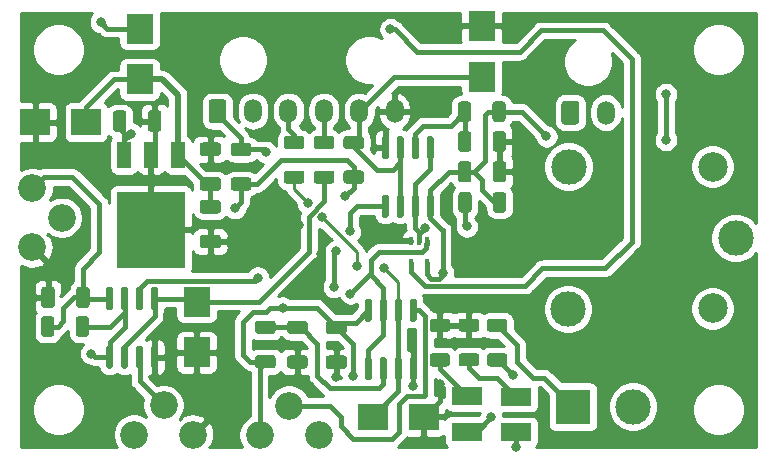
<source format=gbr>
G04 #@! TF.GenerationSoftware,KiCad,Pcbnew,(5.1.8)-1*
G04 #@! TF.CreationDate,2021-04-25T20:11:44+02:00*
G04 #@! TF.ProjectId,FSG_Reference,4653475f-5265-4666-9572-656e63652e6b,rev?*
G04 #@! TF.SameCoordinates,Original*
G04 #@! TF.FileFunction,Copper,L1,Top*
G04 #@! TF.FilePolarity,Positive*
%FSLAX46Y46*%
G04 Gerber Fmt 4.6, Leading zero omitted, Abs format (unit mm)*
G04 Created by KiCad (PCBNEW (5.1.8)-1) date 2021-04-25 20:11:44*
%MOMM*%
%LPD*%
G01*
G04 APERTURE LIST*
G04 #@! TA.AperFunction,SMDPad,CuDef*
%ADD10R,0.400000X0.650000*%
G04 #@! TD*
G04 #@! TA.AperFunction,SMDPad,CuDef*
%ADD11R,2.600000X1.500000*%
G04 #@! TD*
G04 #@! TA.AperFunction,SMDPad,CuDef*
%ADD12R,5.800000X6.400000*%
G04 #@! TD*
G04 #@! TA.AperFunction,SMDPad,CuDef*
%ADD13R,1.200000X2.200000*%
G04 #@! TD*
G04 #@! TA.AperFunction,ComponentPad*
%ADD14O,1.500000X2.020000*%
G04 #@! TD*
G04 #@! TA.AperFunction,ComponentPad*
%ADD15C,3.000000*%
G04 #@! TD*
G04 #@! TA.AperFunction,ComponentPad*
%ADD16R,3.000000X3.000000*%
G04 #@! TD*
G04 #@! TA.AperFunction,ComponentPad*
%ADD17C,2.340000*%
G04 #@! TD*
G04 #@! TA.AperFunction,ComponentPad*
%ADD18C,2.500000*%
G04 #@! TD*
G04 #@! TA.AperFunction,SMDPad,CuDef*
%ADD19R,2.500000X2.300000*%
G04 #@! TD*
G04 #@! TA.AperFunction,SMDPad,CuDef*
%ADD20R,2.300000X2.500000*%
G04 #@! TD*
G04 #@! TA.AperFunction,ViaPad*
%ADD21C,0.800000*%
G04 #@! TD*
G04 #@! TA.AperFunction,Conductor*
%ADD22C,0.400000*%
G04 #@! TD*
G04 #@! TA.AperFunction,Conductor*
%ADD23C,0.250000*%
G04 #@! TD*
G04 #@! TA.AperFunction,Conductor*
%ADD24C,0.500000*%
G04 #@! TD*
G04 #@! TA.AperFunction,Conductor*
%ADD25C,0.254000*%
G04 #@! TD*
G04 #@! TA.AperFunction,Conductor*
%ADD26C,0.100000*%
G04 #@! TD*
G04 APERTURE END LIST*
D10*
X98465400Y-161605000D03*
X97165400Y-161605000D03*
X97815400Y-159705000D03*
X97165400Y-159705000D03*
X98465400Y-159705000D03*
D11*
X106045000Y-175895000D03*
X106045000Y-172895000D03*
X101854000Y-175847000D03*
X101854000Y-172847000D03*
D12*
X75132200Y-158751400D03*
D13*
X72852200Y-152451400D03*
X75132200Y-152451400D03*
X77412200Y-152451400D03*
G04 #@! TA.AperFunction,SMDPad,CuDef*
G36*
G01*
X91678599Y-153742500D02*
X92928601Y-153742500D01*
G75*
G02*
X93178600Y-153992499I0J-249999D01*
G01*
X93178600Y-154617501D01*
G75*
G02*
X92928601Y-154867500I-249999J0D01*
G01*
X91678599Y-154867500D01*
G75*
G02*
X91428600Y-154617501I0J249999D01*
G01*
X91428600Y-153992499D01*
G75*
G02*
X91678599Y-153742500I249999J0D01*
G01*
G37*
G04 #@! TD.AperFunction*
G04 #@! TA.AperFunction,SMDPad,CuDef*
G36*
G01*
X91678599Y-150817500D02*
X92928601Y-150817500D01*
G75*
G02*
X93178600Y-151067499I0J-249999D01*
G01*
X93178600Y-151692501D01*
G75*
G02*
X92928601Y-151942500I-249999J0D01*
G01*
X91678599Y-151942500D01*
G75*
G02*
X91428600Y-151692501I0J249999D01*
G01*
X91428600Y-151067499D01*
G75*
G02*
X91678599Y-150817500I249999J0D01*
G01*
G37*
G04 #@! TD.AperFunction*
D14*
X113641000Y-148846000D03*
G04 #@! TA.AperFunction,ComponentPad*
G36*
G01*
X109891000Y-149606000D02*
X109891000Y-148086000D01*
G75*
G02*
X110141000Y-147836000I250000J0D01*
G01*
X111141000Y-147836000D01*
G75*
G02*
X111391000Y-148086000I0J-250000D01*
G01*
X111391000Y-149606000D01*
G75*
G02*
X111141000Y-149856000I-250000J0D01*
G01*
X110141000Y-149856000D01*
G75*
G02*
X109891000Y-149606000I0J250000D01*
G01*
G37*
G04 #@! TD.AperFunction*
X95772000Y-148717000D03*
X92772000Y-148717000D03*
X89772000Y-148717000D03*
X86772000Y-148717000D03*
X83772000Y-148717000D03*
G04 #@! TA.AperFunction,ComponentPad*
G36*
G01*
X80022000Y-149477000D02*
X80022000Y-147957000D01*
G75*
G02*
X80272000Y-147707000I250000J0D01*
G01*
X81272000Y-147707000D01*
G75*
G02*
X81522000Y-147957000I0J-250000D01*
G01*
X81522000Y-149477000D01*
G75*
G02*
X81272000Y-149727000I-250000J0D01*
G01*
X80272000Y-149727000D01*
G75*
G02*
X80022000Y-149477000I0J250000D01*
G01*
G37*
G04 #@! TD.AperFunction*
G04 #@! TA.AperFunction,SMDPad,CuDef*
G36*
G01*
X80812401Y-152517800D02*
X79512399Y-152517800D01*
G75*
G02*
X79262400Y-152267801I0J249999D01*
G01*
X79262400Y-151617799D01*
G75*
G02*
X79512399Y-151367800I249999J0D01*
G01*
X80812401Y-151367800D01*
G75*
G02*
X81062400Y-151617799I0J-249999D01*
G01*
X81062400Y-152267801D01*
G75*
G02*
X80812401Y-152517800I-249999J0D01*
G01*
G37*
G04 #@! TD.AperFunction*
G04 #@! TA.AperFunction,SMDPad,CuDef*
G36*
G01*
X80812401Y-155467800D02*
X79512399Y-155467800D01*
G75*
G02*
X79262400Y-155217801I0J249999D01*
G01*
X79262400Y-154567799D01*
G75*
G02*
X79512399Y-154317800I249999J0D01*
G01*
X80812401Y-154317800D01*
G75*
G02*
X81062400Y-154567799I0J-249999D01*
G01*
X81062400Y-155217801D01*
G75*
G02*
X80812401Y-155467800I-249999J0D01*
G01*
G37*
G04 #@! TD.AperFunction*
G04 #@! TA.AperFunction,SMDPad,CuDef*
G36*
G01*
X79512399Y-159191000D02*
X80812401Y-159191000D01*
G75*
G02*
X81062400Y-159440999I0J-249999D01*
G01*
X81062400Y-160091001D01*
G75*
G02*
X80812401Y-160341000I-249999J0D01*
G01*
X79512399Y-160341000D01*
G75*
G02*
X79262400Y-160091001I0J249999D01*
G01*
X79262400Y-159440999D01*
G75*
G02*
X79512399Y-159191000I249999J0D01*
G01*
G37*
G04 #@! TD.AperFunction*
G04 #@! TA.AperFunction,SMDPad,CuDef*
G36*
G01*
X79512399Y-156241000D02*
X80812401Y-156241000D01*
G75*
G02*
X81062400Y-156490999I0J-249999D01*
G01*
X81062400Y-157141001D01*
G75*
G02*
X80812401Y-157391000I-249999J0D01*
G01*
X79512399Y-157391000D01*
G75*
G02*
X79262400Y-157141001I0J249999D01*
G01*
X79262400Y-156490999D01*
G75*
G02*
X79512399Y-156241000I249999J0D01*
G01*
G37*
G04 #@! TD.AperFunction*
D15*
X115951000Y-173736000D03*
D16*
X110871000Y-173736000D03*
G04 #@! TA.AperFunction,SMDPad,CuDef*
G36*
G01*
X103819799Y-169215100D02*
X105069801Y-169215100D01*
G75*
G02*
X105319800Y-169465099I0J-249999D01*
G01*
X105319800Y-170090101D01*
G75*
G02*
X105069801Y-170340100I-249999J0D01*
G01*
X103819799Y-170340100D01*
G75*
G02*
X103569800Y-170090101I0J249999D01*
G01*
X103569800Y-169465099D01*
G75*
G02*
X103819799Y-169215100I249999J0D01*
G01*
G37*
G04 #@! TD.AperFunction*
G04 #@! TA.AperFunction,SMDPad,CuDef*
G36*
G01*
X103819799Y-166290100D02*
X105069801Y-166290100D01*
G75*
G02*
X105319800Y-166540099I0J-249999D01*
G01*
X105319800Y-167165101D01*
G75*
G02*
X105069801Y-167415100I-249999J0D01*
G01*
X103819799Y-167415100D01*
G75*
G02*
X103569800Y-167165101I0J249999D01*
G01*
X103569800Y-166540099D01*
G75*
G02*
X103819799Y-166290100I249999J0D01*
G01*
G37*
G04 #@! TD.AperFunction*
D17*
X65087500Y-155257500D03*
X67587500Y-157757500D03*
X65087500Y-160257500D03*
G04 #@! TA.AperFunction,SMDPad,CuDef*
G36*
G01*
X102285500Y-155813599D02*
X102285500Y-157063601D01*
G75*
G02*
X102035501Y-157313600I-249999J0D01*
G01*
X101410499Y-157313600D01*
G75*
G02*
X101160500Y-157063601I0J249999D01*
G01*
X101160500Y-155813599D01*
G75*
G02*
X101410499Y-155563600I249999J0D01*
G01*
X102035501Y-155563600D01*
G75*
G02*
X102285500Y-155813599I0J-249999D01*
G01*
G37*
G04 #@! TD.AperFunction*
G04 #@! TA.AperFunction,SMDPad,CuDef*
G36*
G01*
X105210500Y-155813599D02*
X105210500Y-157063601D01*
G75*
G02*
X104960501Y-157313600I-249999J0D01*
G01*
X104335499Y-157313600D01*
G75*
G02*
X104085500Y-157063601I0J249999D01*
G01*
X104085500Y-155813599D01*
G75*
G02*
X104335499Y-155563600I249999J0D01*
G01*
X104960501Y-155563600D01*
G75*
G02*
X105210500Y-155813599I0J-249999D01*
G01*
G37*
G04 #@! TD.AperFunction*
G04 #@! TA.AperFunction,SMDPad,CuDef*
G36*
G01*
X104060100Y-151907401D02*
X104060100Y-150657399D01*
G75*
G02*
X104310099Y-150407400I249999J0D01*
G01*
X104935101Y-150407400D01*
G75*
G02*
X105185100Y-150657399I0J-249999D01*
G01*
X105185100Y-151907401D01*
G75*
G02*
X104935101Y-152157400I-249999J0D01*
G01*
X104310099Y-152157400D01*
G75*
G02*
X104060100Y-151907401I0J249999D01*
G01*
G37*
G04 #@! TD.AperFunction*
G04 #@! TA.AperFunction,SMDPad,CuDef*
G36*
G01*
X101135100Y-151907401D02*
X101135100Y-150657399D01*
G75*
G02*
X101385099Y-150407400I249999J0D01*
G01*
X102010101Y-150407400D01*
G75*
G02*
X102260100Y-150657399I0J-249999D01*
G01*
X102260100Y-151907401D01*
G75*
G02*
X102010101Y-152157400I-249999J0D01*
G01*
X101385099Y-152157400D01*
G75*
G02*
X101135100Y-151907401I0J249999D01*
G01*
G37*
G04 #@! TD.AperFunction*
G04 #@! TA.AperFunction,SMDPad,CuDef*
G36*
G01*
X102238700Y-148142799D02*
X102238700Y-149392801D01*
G75*
G02*
X101988701Y-149642800I-249999J0D01*
G01*
X101363699Y-149642800D01*
G75*
G02*
X101113700Y-149392801I0J249999D01*
G01*
X101113700Y-148142799D01*
G75*
G02*
X101363699Y-147892800I249999J0D01*
G01*
X101988701Y-147892800D01*
G75*
G02*
X102238700Y-148142799I0J-249999D01*
G01*
G37*
G04 #@! TD.AperFunction*
G04 #@! TA.AperFunction,SMDPad,CuDef*
G36*
G01*
X105163700Y-148142799D02*
X105163700Y-149392801D01*
G75*
G02*
X104913701Y-149642800I-249999J0D01*
G01*
X104288699Y-149642800D01*
G75*
G02*
X104038700Y-149392801I0J249999D01*
G01*
X104038700Y-148142799D01*
G75*
G02*
X104288699Y-147892800I249999J0D01*
G01*
X104913701Y-147892800D01*
G75*
G02*
X105163700Y-148142799I0J-249999D01*
G01*
G37*
G04 #@! TD.AperFunction*
G04 #@! TA.AperFunction,SMDPad,CuDef*
G36*
G01*
X68754100Y-167579201D02*
X68754100Y-166329199D01*
G75*
G02*
X69004099Y-166079200I249999J0D01*
G01*
X69629101Y-166079200D01*
G75*
G02*
X69879100Y-166329199I0J-249999D01*
G01*
X69879100Y-167579201D01*
G75*
G02*
X69629101Y-167829200I-249999J0D01*
G01*
X69004099Y-167829200D01*
G75*
G02*
X68754100Y-167579201I0J249999D01*
G01*
G37*
G04 #@! TD.AperFunction*
G04 #@! TA.AperFunction,SMDPad,CuDef*
G36*
G01*
X65829100Y-167579201D02*
X65829100Y-166329199D01*
G75*
G02*
X66079099Y-166079200I249999J0D01*
G01*
X66704101Y-166079200D01*
G75*
G02*
X66954100Y-166329199I0J-249999D01*
G01*
X66954100Y-167579201D01*
G75*
G02*
X66704101Y-167829200I-249999J0D01*
G01*
X66079099Y-167829200D01*
G75*
G02*
X65829100Y-167579201I0J249999D01*
G01*
G37*
G04 #@! TD.AperFunction*
G04 #@! TA.AperFunction,SMDPad,CuDef*
G36*
G01*
X86903399Y-169392900D02*
X88153401Y-169392900D01*
G75*
G02*
X88403400Y-169642899I0J-249999D01*
G01*
X88403400Y-170267901D01*
G75*
G02*
X88153401Y-170517900I-249999J0D01*
G01*
X86903399Y-170517900D01*
G75*
G02*
X86653400Y-170267901I0J249999D01*
G01*
X86653400Y-169642899D01*
G75*
G02*
X86903399Y-169392900I249999J0D01*
G01*
G37*
G04 #@! TD.AperFunction*
G04 #@! TA.AperFunction,SMDPad,CuDef*
G36*
G01*
X86903399Y-166467900D02*
X88153401Y-166467900D01*
G75*
G02*
X88403400Y-166717899I0J-249999D01*
G01*
X88403400Y-167342901D01*
G75*
G02*
X88153401Y-167592900I-249999J0D01*
G01*
X86903399Y-167592900D01*
G75*
G02*
X86653400Y-167342901I0J249999D01*
G01*
X86653400Y-166717899D01*
G75*
G02*
X86903399Y-166467900I249999J0D01*
G01*
G37*
G04 #@! TD.AperFunction*
G04 #@! TA.AperFunction,SMDPad,CuDef*
G36*
G01*
X85448301Y-167576300D02*
X84198299Y-167576300D01*
G75*
G02*
X83948300Y-167326301I0J249999D01*
G01*
X83948300Y-166701299D01*
G75*
G02*
X84198299Y-166451300I249999J0D01*
G01*
X85448301Y-166451300D01*
G75*
G02*
X85698300Y-166701299I0J-249999D01*
G01*
X85698300Y-167326301D01*
G75*
G02*
X85448301Y-167576300I-249999J0D01*
G01*
G37*
G04 #@! TD.AperFunction*
G04 #@! TA.AperFunction,SMDPad,CuDef*
G36*
G01*
X85448301Y-170501300D02*
X84198299Y-170501300D01*
G75*
G02*
X83948300Y-170251301I0J249999D01*
G01*
X83948300Y-169626299D01*
G75*
G02*
X84198299Y-169376300I249999J0D01*
G01*
X85448301Y-169376300D01*
G75*
G02*
X85698300Y-169626299I0J-249999D01*
G01*
X85698300Y-170251301D01*
G75*
G02*
X85448301Y-170501300I-249999J0D01*
G01*
G37*
G04 #@! TD.AperFunction*
G04 #@! TA.AperFunction,SMDPad,CuDef*
G36*
G01*
X90414001Y-151946500D02*
X89163999Y-151946500D01*
G75*
G02*
X88914000Y-151696501I0J249999D01*
G01*
X88914000Y-151071499D01*
G75*
G02*
X89163999Y-150821500I249999J0D01*
G01*
X90414001Y-150821500D01*
G75*
G02*
X90664000Y-151071499I0J-249999D01*
G01*
X90664000Y-151696501D01*
G75*
G02*
X90414001Y-151946500I-249999J0D01*
G01*
G37*
G04 #@! TD.AperFunction*
G04 #@! TA.AperFunction,SMDPad,CuDef*
G36*
G01*
X90414001Y-154871500D02*
X89163999Y-154871500D01*
G75*
G02*
X88914000Y-154621501I0J249999D01*
G01*
X88914000Y-153996499D01*
G75*
G02*
X89163999Y-153746500I249999J0D01*
G01*
X90414001Y-153746500D01*
G75*
G02*
X90664000Y-153996499I0J-249999D01*
G01*
X90664000Y-154621501D01*
G75*
G02*
X90414001Y-154871500I-249999J0D01*
G01*
G37*
G04 #@! TD.AperFunction*
G04 #@! TA.AperFunction,SMDPad,CuDef*
G36*
G01*
X87874001Y-151946500D02*
X86623999Y-151946500D01*
G75*
G02*
X86374000Y-151696501I0J249999D01*
G01*
X86374000Y-151071499D01*
G75*
G02*
X86623999Y-150821500I249999J0D01*
G01*
X87874001Y-150821500D01*
G75*
G02*
X88124000Y-151071499I0J-249999D01*
G01*
X88124000Y-151696501D01*
G75*
G02*
X87874001Y-151946500I-249999J0D01*
G01*
G37*
G04 #@! TD.AperFunction*
G04 #@! TA.AperFunction,SMDPad,CuDef*
G36*
G01*
X87874001Y-154871500D02*
X86623999Y-154871500D01*
G75*
G02*
X86374000Y-154621501I0J249999D01*
G01*
X86374000Y-153996499D01*
G75*
G02*
X86623999Y-153746500I249999J0D01*
G01*
X87874001Y-153746500D01*
G75*
G02*
X88124000Y-153996499I0J-249999D01*
G01*
X88124000Y-154621501D01*
G75*
G02*
X87874001Y-154871500I-249999J0D01*
G01*
G37*
G04 #@! TD.AperFunction*
G04 #@! TA.AperFunction,SMDPad,CuDef*
G36*
G01*
X74863000Y-150205201D02*
X74863000Y-148905199D01*
G75*
G02*
X75112999Y-148655200I249999J0D01*
G01*
X75763001Y-148655200D01*
G75*
G02*
X76013000Y-148905199I0J-249999D01*
G01*
X76013000Y-150205201D01*
G75*
G02*
X75763001Y-150455200I-249999J0D01*
G01*
X75112999Y-150455200D01*
G75*
G02*
X74863000Y-150205201I0J249999D01*
G01*
G37*
G04 #@! TD.AperFunction*
G04 #@! TA.AperFunction,SMDPad,CuDef*
G36*
G01*
X71913000Y-150205201D02*
X71913000Y-148905199D01*
G75*
G02*
X72162999Y-148655200I249999J0D01*
G01*
X72813001Y-148655200D01*
G75*
G02*
X73063000Y-148905199I0J-249999D01*
G01*
X73063000Y-150205201D01*
G75*
G02*
X72813001Y-150455200I-249999J0D01*
G01*
X72162999Y-150455200D01*
G75*
G02*
X71913000Y-150205201I0J249999D01*
G01*
G37*
G04 #@! TD.AperFunction*
G04 #@! TA.AperFunction,SMDPad,CuDef*
G36*
G01*
X104073000Y-154497801D02*
X104073000Y-153197799D01*
G75*
G02*
X104322999Y-152947800I249999J0D01*
G01*
X104973001Y-152947800D01*
G75*
G02*
X105223000Y-153197799I0J-249999D01*
G01*
X105223000Y-154497801D01*
G75*
G02*
X104973001Y-154747800I-249999J0D01*
G01*
X104322999Y-154747800D01*
G75*
G02*
X104073000Y-154497801I0J249999D01*
G01*
G37*
G04 #@! TD.AperFunction*
G04 #@! TA.AperFunction,SMDPad,CuDef*
G36*
G01*
X101123000Y-154497801D02*
X101123000Y-153197799D01*
G75*
G02*
X101372999Y-152947800I249999J0D01*
G01*
X102023001Y-152947800D01*
G75*
G02*
X102273000Y-153197799I0J-249999D01*
G01*
X102273000Y-154497801D01*
G75*
G02*
X102023001Y-154747800I-249999J0D01*
G01*
X101372999Y-154747800D01*
G75*
G02*
X101123000Y-154497801I0J249999D01*
G01*
G37*
G04 #@! TD.AperFunction*
G04 #@! TA.AperFunction,SMDPad,CuDef*
G36*
G01*
X66992400Y-163840399D02*
X66992400Y-165140401D01*
G75*
G02*
X66742401Y-165390400I-249999J0D01*
G01*
X66092399Y-165390400D01*
G75*
G02*
X65842400Y-165140401I0J249999D01*
G01*
X65842400Y-163840399D01*
G75*
G02*
X66092399Y-163590400I249999J0D01*
G01*
X66742401Y-163590400D01*
G75*
G02*
X66992400Y-163840399I0J-249999D01*
G01*
G37*
G04 #@! TD.AperFunction*
G04 #@! TA.AperFunction,SMDPad,CuDef*
G36*
G01*
X69942400Y-163840399D02*
X69942400Y-165140401D01*
G75*
G02*
X69692401Y-165390400I-249999J0D01*
G01*
X69042399Y-165390400D01*
G75*
G02*
X68792400Y-165140401I0J249999D01*
G01*
X68792400Y-163840399D01*
G75*
G02*
X69042399Y-163590400I249999J0D01*
G01*
X69692401Y-163590400D01*
G75*
G02*
X69942400Y-163840399I0J-249999D01*
G01*
G37*
G04 #@! TD.AperFunction*
G04 #@! TA.AperFunction,SMDPad,CuDef*
G36*
G01*
X90180399Y-169401800D02*
X91480401Y-169401800D01*
G75*
G02*
X91730400Y-169651799I0J-249999D01*
G01*
X91730400Y-170301801D01*
G75*
G02*
X91480401Y-170551800I-249999J0D01*
G01*
X90180399Y-170551800D01*
G75*
G02*
X89930400Y-170301801I0J249999D01*
G01*
X89930400Y-169651799D01*
G75*
G02*
X90180399Y-169401800I249999J0D01*
G01*
G37*
G04 #@! TD.AperFunction*
G04 #@! TA.AperFunction,SMDPad,CuDef*
G36*
G01*
X90180399Y-166451800D02*
X91480401Y-166451800D01*
G75*
G02*
X91730400Y-166701799I0J-249999D01*
G01*
X91730400Y-167351801D01*
G75*
G02*
X91480401Y-167601800I-249999J0D01*
G01*
X90180399Y-167601800D01*
G75*
G02*
X89930400Y-167351801I0J249999D01*
G01*
X89930400Y-166701799D01*
G75*
G02*
X90180399Y-166451800I249999J0D01*
G01*
G37*
G04 #@! TD.AperFunction*
G04 #@! TA.AperFunction,SMDPad,CuDef*
G36*
G01*
X98630600Y-155779600D02*
X98930600Y-155779600D01*
G75*
G02*
X99080600Y-155929600I0J-150000D01*
G01*
X99080600Y-157579600D01*
G75*
G02*
X98930600Y-157729600I-150000J0D01*
G01*
X98630600Y-157729600D01*
G75*
G02*
X98480600Y-157579600I0J150000D01*
G01*
X98480600Y-155929600D01*
G75*
G02*
X98630600Y-155779600I150000J0D01*
G01*
G37*
G04 #@! TD.AperFunction*
G04 #@! TA.AperFunction,SMDPad,CuDef*
G36*
G01*
X97360600Y-155779600D02*
X97660600Y-155779600D01*
G75*
G02*
X97810600Y-155929600I0J-150000D01*
G01*
X97810600Y-157579600D01*
G75*
G02*
X97660600Y-157729600I-150000J0D01*
G01*
X97360600Y-157729600D01*
G75*
G02*
X97210600Y-157579600I0J150000D01*
G01*
X97210600Y-155929600D01*
G75*
G02*
X97360600Y-155779600I150000J0D01*
G01*
G37*
G04 #@! TD.AperFunction*
G04 #@! TA.AperFunction,SMDPad,CuDef*
G36*
G01*
X96090600Y-155779600D02*
X96390600Y-155779600D01*
G75*
G02*
X96540600Y-155929600I0J-150000D01*
G01*
X96540600Y-157579600D01*
G75*
G02*
X96390600Y-157729600I-150000J0D01*
G01*
X96090600Y-157729600D01*
G75*
G02*
X95940600Y-157579600I0J150000D01*
G01*
X95940600Y-155929600D01*
G75*
G02*
X96090600Y-155779600I150000J0D01*
G01*
G37*
G04 #@! TD.AperFunction*
G04 #@! TA.AperFunction,SMDPad,CuDef*
G36*
G01*
X94820600Y-155779600D02*
X95120600Y-155779600D01*
G75*
G02*
X95270600Y-155929600I0J-150000D01*
G01*
X95270600Y-157579600D01*
G75*
G02*
X95120600Y-157729600I-150000J0D01*
G01*
X94820600Y-157729600D01*
G75*
G02*
X94670600Y-157579600I0J150000D01*
G01*
X94670600Y-155929600D01*
G75*
G02*
X94820600Y-155779600I150000J0D01*
G01*
G37*
G04 #@! TD.AperFunction*
G04 #@! TA.AperFunction,SMDPad,CuDef*
G36*
G01*
X94820600Y-150829600D02*
X95120600Y-150829600D01*
G75*
G02*
X95270600Y-150979600I0J-150000D01*
G01*
X95270600Y-152629600D01*
G75*
G02*
X95120600Y-152779600I-150000J0D01*
G01*
X94820600Y-152779600D01*
G75*
G02*
X94670600Y-152629600I0J150000D01*
G01*
X94670600Y-150979600D01*
G75*
G02*
X94820600Y-150829600I150000J0D01*
G01*
G37*
G04 #@! TD.AperFunction*
G04 #@! TA.AperFunction,SMDPad,CuDef*
G36*
G01*
X96090600Y-150829600D02*
X96390600Y-150829600D01*
G75*
G02*
X96540600Y-150979600I0J-150000D01*
G01*
X96540600Y-152629600D01*
G75*
G02*
X96390600Y-152779600I-150000J0D01*
G01*
X96090600Y-152779600D01*
G75*
G02*
X95940600Y-152629600I0J150000D01*
G01*
X95940600Y-150979600D01*
G75*
G02*
X96090600Y-150829600I150000J0D01*
G01*
G37*
G04 #@! TD.AperFunction*
G04 #@! TA.AperFunction,SMDPad,CuDef*
G36*
G01*
X97360600Y-150829600D02*
X97660600Y-150829600D01*
G75*
G02*
X97810600Y-150979600I0J-150000D01*
G01*
X97810600Y-152629600D01*
G75*
G02*
X97660600Y-152779600I-150000J0D01*
G01*
X97360600Y-152779600D01*
G75*
G02*
X97210600Y-152629600I0J150000D01*
G01*
X97210600Y-150979600D01*
G75*
G02*
X97360600Y-150829600I150000J0D01*
G01*
G37*
G04 #@! TD.AperFunction*
G04 #@! TA.AperFunction,SMDPad,CuDef*
G36*
G01*
X98630600Y-150829600D02*
X98930600Y-150829600D01*
G75*
G02*
X99080600Y-150979600I0J-150000D01*
G01*
X99080600Y-152629600D01*
G75*
G02*
X98930600Y-152779600I-150000J0D01*
G01*
X98630600Y-152779600D01*
G75*
G02*
X98480600Y-152629600I0J150000D01*
G01*
X98480600Y-150979600D01*
G75*
G02*
X98630600Y-150829600I150000J0D01*
G01*
G37*
G04 #@! TD.AperFunction*
G04 #@! TA.AperFunction,SMDPad,CuDef*
G36*
G01*
X71778000Y-165567000D02*
X71478000Y-165567000D01*
G75*
G02*
X71328000Y-165417000I0J150000D01*
G01*
X71328000Y-163767000D01*
G75*
G02*
X71478000Y-163617000I150000J0D01*
G01*
X71778000Y-163617000D01*
G75*
G02*
X71928000Y-163767000I0J-150000D01*
G01*
X71928000Y-165417000D01*
G75*
G02*
X71778000Y-165567000I-150000J0D01*
G01*
G37*
G04 #@! TD.AperFunction*
G04 #@! TA.AperFunction,SMDPad,CuDef*
G36*
G01*
X73048000Y-165567000D02*
X72748000Y-165567000D01*
G75*
G02*
X72598000Y-165417000I0J150000D01*
G01*
X72598000Y-163767000D01*
G75*
G02*
X72748000Y-163617000I150000J0D01*
G01*
X73048000Y-163617000D01*
G75*
G02*
X73198000Y-163767000I0J-150000D01*
G01*
X73198000Y-165417000D01*
G75*
G02*
X73048000Y-165567000I-150000J0D01*
G01*
G37*
G04 #@! TD.AperFunction*
G04 #@! TA.AperFunction,SMDPad,CuDef*
G36*
G01*
X74318000Y-165567000D02*
X74018000Y-165567000D01*
G75*
G02*
X73868000Y-165417000I0J150000D01*
G01*
X73868000Y-163767000D01*
G75*
G02*
X74018000Y-163617000I150000J0D01*
G01*
X74318000Y-163617000D01*
G75*
G02*
X74468000Y-163767000I0J-150000D01*
G01*
X74468000Y-165417000D01*
G75*
G02*
X74318000Y-165567000I-150000J0D01*
G01*
G37*
G04 #@! TD.AperFunction*
G04 #@! TA.AperFunction,SMDPad,CuDef*
G36*
G01*
X75588000Y-165567000D02*
X75288000Y-165567000D01*
G75*
G02*
X75138000Y-165417000I0J150000D01*
G01*
X75138000Y-163767000D01*
G75*
G02*
X75288000Y-163617000I150000J0D01*
G01*
X75588000Y-163617000D01*
G75*
G02*
X75738000Y-163767000I0J-150000D01*
G01*
X75738000Y-165417000D01*
G75*
G02*
X75588000Y-165567000I-150000J0D01*
G01*
G37*
G04 #@! TD.AperFunction*
G04 #@! TA.AperFunction,SMDPad,CuDef*
G36*
G01*
X75588000Y-170517000D02*
X75288000Y-170517000D01*
G75*
G02*
X75138000Y-170367000I0J150000D01*
G01*
X75138000Y-168717000D01*
G75*
G02*
X75288000Y-168567000I150000J0D01*
G01*
X75588000Y-168567000D01*
G75*
G02*
X75738000Y-168717000I0J-150000D01*
G01*
X75738000Y-170367000D01*
G75*
G02*
X75588000Y-170517000I-150000J0D01*
G01*
G37*
G04 #@! TD.AperFunction*
G04 #@! TA.AperFunction,SMDPad,CuDef*
G36*
G01*
X74318000Y-170517000D02*
X74018000Y-170517000D01*
G75*
G02*
X73868000Y-170367000I0J150000D01*
G01*
X73868000Y-168717000D01*
G75*
G02*
X74018000Y-168567000I150000J0D01*
G01*
X74318000Y-168567000D01*
G75*
G02*
X74468000Y-168717000I0J-150000D01*
G01*
X74468000Y-170367000D01*
G75*
G02*
X74318000Y-170517000I-150000J0D01*
G01*
G37*
G04 #@! TD.AperFunction*
G04 #@! TA.AperFunction,SMDPad,CuDef*
G36*
G01*
X73048000Y-170517000D02*
X72748000Y-170517000D01*
G75*
G02*
X72598000Y-170367000I0J150000D01*
G01*
X72598000Y-168717000D01*
G75*
G02*
X72748000Y-168567000I150000J0D01*
G01*
X73048000Y-168567000D01*
G75*
G02*
X73198000Y-168717000I0J-150000D01*
G01*
X73198000Y-170367000D01*
G75*
G02*
X73048000Y-170517000I-150000J0D01*
G01*
G37*
G04 #@! TD.AperFunction*
G04 #@! TA.AperFunction,SMDPad,CuDef*
G36*
G01*
X71778000Y-170517000D02*
X71478000Y-170517000D01*
G75*
G02*
X71328000Y-170367000I0J150000D01*
G01*
X71328000Y-168717000D01*
G75*
G02*
X71478000Y-168567000I150000J0D01*
G01*
X71778000Y-168567000D01*
G75*
G02*
X71928000Y-168717000I0J-150000D01*
G01*
X71928000Y-170367000D01*
G75*
G02*
X71778000Y-170517000I-150000J0D01*
G01*
G37*
G04 #@! TD.AperFunction*
G04 #@! TA.AperFunction,SMDPad,CuDef*
G36*
G01*
X93672800Y-166546400D02*
X93372800Y-166546400D01*
G75*
G02*
X93222800Y-166396400I0J150000D01*
G01*
X93222800Y-164746400D01*
G75*
G02*
X93372800Y-164596400I150000J0D01*
G01*
X93672800Y-164596400D01*
G75*
G02*
X93822800Y-164746400I0J-150000D01*
G01*
X93822800Y-166396400D01*
G75*
G02*
X93672800Y-166546400I-150000J0D01*
G01*
G37*
G04 #@! TD.AperFunction*
G04 #@! TA.AperFunction,SMDPad,CuDef*
G36*
G01*
X94942800Y-166546400D02*
X94642800Y-166546400D01*
G75*
G02*
X94492800Y-166396400I0J150000D01*
G01*
X94492800Y-164746400D01*
G75*
G02*
X94642800Y-164596400I150000J0D01*
G01*
X94942800Y-164596400D01*
G75*
G02*
X95092800Y-164746400I0J-150000D01*
G01*
X95092800Y-166396400D01*
G75*
G02*
X94942800Y-166546400I-150000J0D01*
G01*
G37*
G04 #@! TD.AperFunction*
G04 #@! TA.AperFunction,SMDPad,CuDef*
G36*
G01*
X96212800Y-166546400D02*
X95912800Y-166546400D01*
G75*
G02*
X95762800Y-166396400I0J150000D01*
G01*
X95762800Y-164746400D01*
G75*
G02*
X95912800Y-164596400I150000J0D01*
G01*
X96212800Y-164596400D01*
G75*
G02*
X96362800Y-164746400I0J-150000D01*
G01*
X96362800Y-166396400D01*
G75*
G02*
X96212800Y-166546400I-150000J0D01*
G01*
G37*
G04 #@! TD.AperFunction*
G04 #@! TA.AperFunction,SMDPad,CuDef*
G36*
G01*
X97482800Y-166546400D02*
X97182800Y-166546400D01*
G75*
G02*
X97032800Y-166396400I0J150000D01*
G01*
X97032800Y-164746400D01*
G75*
G02*
X97182800Y-164596400I150000J0D01*
G01*
X97482800Y-164596400D01*
G75*
G02*
X97632800Y-164746400I0J-150000D01*
G01*
X97632800Y-166396400D01*
G75*
G02*
X97482800Y-166546400I-150000J0D01*
G01*
G37*
G04 #@! TD.AperFunction*
G04 #@! TA.AperFunction,SMDPad,CuDef*
G36*
G01*
X97482800Y-171496400D02*
X97182800Y-171496400D01*
G75*
G02*
X97032800Y-171346400I0J150000D01*
G01*
X97032800Y-169696400D01*
G75*
G02*
X97182800Y-169546400I150000J0D01*
G01*
X97482800Y-169546400D01*
G75*
G02*
X97632800Y-169696400I0J-150000D01*
G01*
X97632800Y-171346400D01*
G75*
G02*
X97482800Y-171496400I-150000J0D01*
G01*
G37*
G04 #@! TD.AperFunction*
G04 #@! TA.AperFunction,SMDPad,CuDef*
G36*
G01*
X96212800Y-171496400D02*
X95912800Y-171496400D01*
G75*
G02*
X95762800Y-171346400I0J150000D01*
G01*
X95762800Y-169696400D01*
G75*
G02*
X95912800Y-169546400I150000J0D01*
G01*
X96212800Y-169546400D01*
G75*
G02*
X96362800Y-169696400I0J-150000D01*
G01*
X96362800Y-171346400D01*
G75*
G02*
X96212800Y-171496400I-150000J0D01*
G01*
G37*
G04 #@! TD.AperFunction*
G04 #@! TA.AperFunction,SMDPad,CuDef*
G36*
G01*
X94942800Y-171496400D02*
X94642800Y-171496400D01*
G75*
G02*
X94492800Y-171346400I0J150000D01*
G01*
X94492800Y-169696400D01*
G75*
G02*
X94642800Y-169546400I150000J0D01*
G01*
X94942800Y-169546400D01*
G75*
G02*
X95092800Y-169696400I0J-150000D01*
G01*
X95092800Y-171346400D01*
G75*
G02*
X94942800Y-171496400I-150000J0D01*
G01*
G37*
G04 #@! TD.AperFunction*
G04 #@! TA.AperFunction,SMDPad,CuDef*
G36*
G01*
X93672800Y-171496400D02*
X93372800Y-171496400D01*
G75*
G02*
X93222800Y-171346400I0J150000D01*
G01*
X93222800Y-169696400D01*
G75*
G02*
X93372800Y-169546400I150000J0D01*
G01*
X93672800Y-169546400D01*
G75*
G02*
X93822800Y-169696400I0J-150000D01*
G01*
X93822800Y-171346400D01*
G75*
G02*
X93672800Y-171496400I-150000J0D01*
G01*
G37*
G04 #@! TD.AperFunction*
X84328000Y-176149000D03*
X86828000Y-173649000D03*
X89328000Y-176149000D03*
G04 #@! TA.AperFunction,SMDPad,CuDef*
G36*
G01*
X101432199Y-169211100D02*
X102682201Y-169211100D01*
G75*
G02*
X102932200Y-169461099I0J-249999D01*
G01*
X102932200Y-170086101D01*
G75*
G02*
X102682201Y-170336100I-249999J0D01*
G01*
X101432199Y-170336100D01*
G75*
G02*
X101182200Y-170086101I0J249999D01*
G01*
X101182200Y-169461099D01*
G75*
G02*
X101432199Y-169211100I249999J0D01*
G01*
G37*
G04 #@! TD.AperFunction*
G04 #@! TA.AperFunction,SMDPad,CuDef*
G36*
G01*
X101432199Y-166286100D02*
X102682201Y-166286100D01*
G75*
G02*
X102932200Y-166536099I0J-249999D01*
G01*
X102932200Y-167161101D01*
G75*
G02*
X102682201Y-167411100I-249999J0D01*
G01*
X101432199Y-167411100D01*
G75*
G02*
X101182200Y-167161101I0J249999D01*
G01*
X101182200Y-166536099D01*
G75*
G02*
X101432199Y-166286100I249999J0D01*
G01*
G37*
G04 #@! TD.AperFunction*
G04 #@! TA.AperFunction,SMDPad,CuDef*
G36*
G01*
X98968399Y-169215100D02*
X100218401Y-169215100D01*
G75*
G02*
X100468400Y-169465099I0J-249999D01*
G01*
X100468400Y-170090101D01*
G75*
G02*
X100218401Y-170340100I-249999J0D01*
G01*
X98968399Y-170340100D01*
G75*
G02*
X98718400Y-170090101I0J249999D01*
G01*
X98718400Y-169465099D01*
G75*
G02*
X98968399Y-169215100I249999J0D01*
G01*
G37*
G04 #@! TD.AperFunction*
G04 #@! TA.AperFunction,SMDPad,CuDef*
G36*
G01*
X98968399Y-166290100D02*
X100218401Y-166290100D01*
G75*
G02*
X100468400Y-166540099I0J-249999D01*
G01*
X100468400Y-167165101D01*
G75*
G02*
X100218401Y-167415100I-249999J0D01*
G01*
X98968399Y-167415100D01*
G75*
G02*
X98718400Y-167165101I0J249999D01*
G01*
X98718400Y-166540099D01*
G75*
G02*
X98968399Y-166290100I249999J0D01*
G01*
G37*
G04 #@! TD.AperFunction*
D15*
X124640000Y-159466000D03*
D18*
X122690000Y-165416000D03*
D15*
X110440000Y-165466000D03*
X110490000Y-153416000D03*
D18*
X122690000Y-153416000D03*
D19*
X65341500Y-149669500D03*
X69641500Y-149669500D03*
D20*
X74168000Y-141732000D03*
X74168000Y-146032000D03*
X103124000Y-141503400D03*
X103124000Y-145803400D03*
D19*
X98229200Y-174574200D03*
X93929200Y-174574200D03*
D17*
X73700000Y-176109000D03*
X76200000Y-173609000D03*
X78700000Y-176109000D03*
G04 #@! TA.AperFunction,SMDPad,CuDef*
G36*
G01*
X82128199Y-154326700D02*
X83378201Y-154326700D01*
G75*
G02*
X83628200Y-154576699I0J-249999D01*
G01*
X83628200Y-155201701D01*
G75*
G02*
X83378201Y-155451700I-249999J0D01*
G01*
X82128199Y-155451700D01*
G75*
G02*
X81878200Y-155201701I0J249999D01*
G01*
X81878200Y-154576699D01*
G75*
G02*
X82128199Y-154326700I249999J0D01*
G01*
G37*
G04 #@! TD.AperFunction*
G04 #@! TA.AperFunction,SMDPad,CuDef*
G36*
G01*
X82128199Y-151401700D02*
X83378201Y-151401700D01*
G75*
G02*
X83628200Y-151651699I0J-249999D01*
G01*
X83628200Y-152276701D01*
G75*
G02*
X83378201Y-152526700I-249999J0D01*
G01*
X82128199Y-152526700D01*
G75*
G02*
X81878200Y-152276701I0J249999D01*
G01*
X81878200Y-151651699D01*
G75*
G02*
X82128199Y-151401700I249999J0D01*
G01*
G37*
G04 #@! TD.AperFunction*
D20*
X78994000Y-169146000D03*
X78994000Y-164846000D03*
D21*
X69545200Y-159207200D03*
X79400400Y-146456400D03*
X89535000Y-160782000D03*
X88214200Y-163550600D03*
X88925400Y-172466000D03*
X90805000Y-171246800D03*
X97307400Y-171983400D03*
X99568000Y-171856400D03*
X108458000Y-167208200D03*
X115163600Y-163423600D03*
X76784200Y-165836600D03*
X87655400Y-158318200D03*
X84150200Y-159131000D03*
X81584800Y-166624000D03*
X71247000Y-155397200D03*
X109347000Y-143129000D03*
X121539000Y-150241000D03*
X100101400Y-142621000D03*
X106705400Y-141655800D03*
X107365800Y-145338800D03*
X107035600Y-155879800D03*
X100939600Y-161417000D03*
X93211572Y-158477028D03*
X82245200Y-156921200D03*
X103936800Y-174625000D03*
X105765600Y-171043600D03*
X92278200Y-171145200D03*
X86283800Y-165354000D03*
X108610400Y-150850600D03*
X91567000Y-155930600D03*
X99847400Y-162382200D03*
X88417400Y-156514800D03*
X89611200Y-157708600D03*
X92557600Y-161798000D03*
X94843600Y-161975800D03*
X73431400Y-150622000D03*
X118719600Y-147269200D03*
X118719600Y-151155400D03*
X70078600Y-169240200D03*
X92024200Y-164160200D03*
X98323400Y-158572200D03*
X101879400Y-158470600D03*
X95402400Y-141782800D03*
X91998800Y-158851600D03*
X90652600Y-163626800D03*
X90805000Y-160578800D03*
X106045000Y-177175000D03*
X84175600Y-162814000D03*
X84861400Y-152196800D03*
X70891400Y-141173200D03*
D22*
X89535000Y-160782000D02*
X89535000Y-162255200D01*
X89509600Y-162255200D02*
X88214200Y-163550600D01*
X89535000Y-162255200D02*
X89509600Y-162255200D01*
X98755200Y-174048200D02*
X98229200Y-174574200D01*
X97307400Y-170546800D02*
X97332800Y-170521400D01*
X97307400Y-171983400D02*
X97307400Y-170546800D01*
X99568000Y-173235400D02*
X98229200Y-174574200D01*
X99568000Y-171856400D02*
X99568000Y-173235400D01*
X75438000Y-152145600D02*
X75132200Y-152451400D01*
X75438000Y-149555200D02*
X75438000Y-152145600D01*
X94439544Y-159705000D02*
X93211572Y-158477028D01*
X97165400Y-159705000D02*
X94439544Y-159705000D01*
X66391600Y-166954200D02*
X67284600Y-166954200D01*
X67284600Y-166954200D02*
X67716400Y-166522400D01*
X67716400Y-166522400D02*
X67716400Y-165354000D01*
X68580000Y-164490400D02*
X69367400Y-164490400D01*
X67716400Y-165354000D02*
X68580000Y-164490400D01*
X69469000Y-164592000D02*
X69367400Y-164490400D01*
X71628000Y-164592000D02*
X69469000Y-164592000D01*
X84328000Y-170434100D02*
X84823300Y-169938800D01*
X84328000Y-176149000D02*
X84328000Y-170434100D01*
X98780600Y-156754600D02*
X98780600Y-155422600D01*
X100355400Y-153847800D02*
X101698000Y-153847800D01*
X98780600Y-155422600D02*
X100355400Y-153847800D01*
X101698000Y-153847800D02*
X102514400Y-153847800D01*
X102514400Y-153847800D02*
X103174800Y-154508200D01*
X103174800Y-154508200D02*
X103174800Y-155422600D01*
X104190800Y-156438600D02*
X104648000Y-156438600D01*
X103174800Y-155422600D02*
X104190800Y-156438600D01*
X104601200Y-148767800D02*
X103682800Y-148767800D01*
X103682800Y-148767800D02*
X103403400Y-149047200D01*
X103403400Y-152958800D02*
X102514400Y-153847800D01*
X103403400Y-149047200D02*
X103403400Y-152958800D01*
X98856800Y-162890200D02*
X98465400Y-162498800D01*
X99517200Y-162890200D02*
X98856800Y-162890200D01*
X99822000Y-162585400D02*
X99517200Y-162890200D01*
X99822000Y-158800800D02*
X99822000Y-162585400D01*
X98780600Y-157759400D02*
X99809300Y-158788100D01*
X98465400Y-162498800D02*
X98465400Y-161605000D01*
X98780600Y-156754600D02*
X98780600Y-157759400D01*
X66391600Y-166954200D02*
X67056000Y-166954200D01*
X69367400Y-164490400D02*
X69367400Y-162052000D01*
X69367400Y-162052000D02*
X70764400Y-160655000D01*
X70764400Y-160655000D02*
X70764400Y-156565600D01*
X70764400Y-156565600D02*
X68478400Y-154279600D01*
X66065400Y-154279600D02*
X65087500Y-155257500D01*
X68478400Y-154279600D02*
X66065400Y-154279600D01*
X82753200Y-156413200D02*
X82245200Y-156921200D01*
X82753200Y-154889200D02*
X82753200Y-156413200D01*
X92303600Y-154305000D02*
X92303600Y-153466800D01*
X92303600Y-153466800D02*
X91694000Y-152857200D01*
X91694000Y-152857200D02*
X86182200Y-152857200D01*
X84150200Y-154889200D02*
X82753200Y-154889200D01*
X86182200Y-152857200D02*
X84150200Y-154889200D01*
X102714800Y-175847000D02*
X103936800Y-174625000D01*
X101854000Y-175847000D02*
X102714800Y-175847000D01*
X104499600Y-169777600D02*
X105765600Y-171043600D01*
X104444800Y-169777600D02*
X104499600Y-169777600D01*
X93522800Y-165571400D02*
X92456000Y-166638200D01*
X91219000Y-166638200D02*
X90830400Y-167026800D01*
X92456000Y-166638200D02*
X91219000Y-166638200D01*
X92278200Y-168474600D02*
X92278200Y-171145200D01*
X90830400Y-167026800D02*
X92278200Y-168474600D01*
X90830400Y-167026800D02*
X89157600Y-165354000D01*
X85191600Y-165354000D02*
X84836000Y-165709600D01*
X84836000Y-165709600D02*
X83769200Y-165709600D01*
X83769200Y-165709600D02*
X82931000Y-166547800D01*
X82931000Y-166547800D02*
X82931000Y-169341800D01*
X83528000Y-169938800D02*
X84823300Y-169938800D01*
X82931000Y-169341800D02*
X83528000Y-169938800D01*
X86283800Y-165354000D02*
X85191600Y-165354000D01*
X89157600Y-165354000D02*
X86283800Y-165354000D01*
X106527600Y-148767800D02*
X108610400Y-150850600D01*
X104601200Y-148767800D02*
X106527600Y-148767800D01*
X92303600Y-155194000D02*
X91567000Y-155930600D01*
X92303600Y-154305000D02*
X92303600Y-155194000D01*
X96062800Y-170521400D02*
X96062800Y-165571400D01*
X96062800Y-172440600D02*
X93929200Y-174574200D01*
X96062800Y-170521400D02*
X96062800Y-172440600D01*
D23*
X87249000Y-155346400D02*
X88417400Y-156514800D01*
X87249000Y-154309000D02*
X87249000Y-155346400D01*
X92557600Y-160655000D02*
X92557600Y-161798000D01*
X89611200Y-157708600D02*
X92557600Y-160655000D01*
X96062800Y-163195000D02*
X96062800Y-165571400D01*
X94843600Y-161975800D02*
X96062800Y-163195000D01*
D22*
X72488000Y-149555200D02*
X72488000Y-150186600D01*
X72852200Y-150550800D02*
X72852200Y-152451400D01*
X72488000Y-150186600D02*
X72852200Y-150550800D01*
X72852200Y-151201200D02*
X73431400Y-150622000D01*
X72852200Y-152451400D02*
X72852200Y-151201200D01*
X118719600Y-147269200D02*
X118719600Y-151155400D01*
X86772000Y-148717000D02*
X86772000Y-150221200D01*
X87249000Y-150698200D02*
X87249000Y-151384000D01*
X86772000Y-150221200D02*
X87249000Y-150698200D01*
X92772000Y-148717000D02*
X92837000Y-148717000D01*
X95750600Y-145803400D02*
X103124000Y-145803400D01*
X92837000Y-148717000D02*
X95750600Y-145803400D01*
X96240600Y-151804600D02*
X96240600Y-156754600D01*
X92772000Y-150911600D02*
X92303600Y-151380000D01*
X92772000Y-148717000D02*
X92772000Y-150911600D01*
X96240600Y-151804600D02*
X96240600Y-153060400D01*
X96240600Y-153060400D02*
X95605600Y-153695400D01*
X95605600Y-153695400D02*
X94259400Y-153695400D01*
X92303600Y-151739600D02*
X92303600Y-151380000D01*
X94259400Y-153695400D02*
X92303600Y-151739600D01*
X87511800Y-167013800D02*
X87528400Y-167030400D01*
X84823300Y-167013800D02*
X87511800Y-167013800D01*
X87833200Y-167030400D02*
X87528400Y-167030400D01*
X89230200Y-168427400D02*
X87833200Y-167030400D01*
X89230200Y-171145200D02*
X89230200Y-168427400D01*
X90271600Y-172186600D02*
X89230200Y-171145200D01*
X94462600Y-172186600D02*
X90271600Y-172186600D01*
X94792800Y-171856400D02*
X94462600Y-172186600D01*
X94792800Y-170521400D02*
X94792800Y-171856400D01*
X71628000Y-168300400D02*
X71628000Y-169542000D01*
X72898000Y-167030400D02*
X71628000Y-168300400D01*
X71510800Y-166954200D02*
X71536200Y-166979600D01*
X69316600Y-166954200D02*
X71510800Y-166954200D01*
X71678800Y-166979600D02*
X72898000Y-165760400D01*
X71536200Y-166979600D02*
X71678800Y-166979600D01*
X72898000Y-165760400D02*
X72898000Y-167030400D01*
X72898000Y-164592000D02*
X72898000Y-165760400D01*
X93522800Y-170521400D02*
X93522800Y-168910000D01*
X94792800Y-167640000D02*
X94792800Y-165571400D01*
X93522800Y-168910000D02*
X94792800Y-167640000D01*
X93726000Y-162585400D02*
X94792800Y-163652200D01*
X93726000Y-161340800D02*
X93726000Y-162585400D01*
X98094800Y-160655000D02*
X94411800Y-160655000D01*
X94411800Y-160655000D02*
X93726000Y-161340800D01*
X98415401Y-160334399D02*
X98094800Y-160655000D01*
X94792800Y-163652200D02*
X94792800Y-165571400D01*
X98415401Y-159978799D02*
X98415401Y-160334399D01*
X98465400Y-159928800D02*
X98415401Y-159978799D01*
X98465400Y-159705000D02*
X98465400Y-159928800D01*
X70380400Y-169542000D02*
X70078600Y-169240200D01*
X71628000Y-169542000D02*
X70380400Y-169542000D01*
X93599000Y-162585400D02*
X93726000Y-162585400D01*
X92024200Y-164160200D02*
X93599000Y-162585400D01*
X101697600Y-148789200D02*
X101676200Y-148767800D01*
X101697600Y-151282400D02*
X101697600Y-148789200D01*
X97510600Y-151804600D02*
X97510600Y-150622000D01*
X97510600Y-150622000D02*
X98196400Y-149936200D01*
X100507800Y-149936200D02*
X101676200Y-148767800D01*
X98196400Y-149936200D02*
X100507800Y-149936200D01*
X97510600Y-154889200D02*
X97510600Y-156754600D01*
X98780600Y-153619200D02*
X97510600Y-154889200D01*
X101723000Y-158322200D02*
X101676200Y-158369000D01*
X98780600Y-153009600D02*
X98780600Y-153111200D01*
X98780600Y-153111200D02*
X98780600Y-153619200D01*
X98780600Y-151804600D02*
X98780600Y-153111200D01*
X97815400Y-159705000D02*
X97815400Y-158927800D01*
X97510600Y-158623000D02*
X97510600Y-156754600D01*
X97815400Y-158927800D02*
X97510600Y-158623000D01*
X97967800Y-158927800D02*
X98323400Y-158572200D01*
X97815400Y-158927800D02*
X97967800Y-158927800D01*
X101723000Y-158314200D02*
X101723000Y-157788800D01*
X101879400Y-158470600D02*
X101723000Y-158314200D01*
X101723000Y-157788800D02*
X101723000Y-158322200D01*
X101723000Y-156438600D02*
X101723000Y-157788800D01*
X98325610Y-163490210D02*
X106816590Y-163490210D01*
X97165400Y-162330000D02*
X98325610Y-163490210D01*
X97165400Y-161605000D02*
X97165400Y-162330000D01*
X106816590Y-163490210D02*
X108280200Y-162026600D01*
X108280200Y-162026600D02*
X113614200Y-162026600D01*
X113614200Y-162026600D02*
X115849400Y-159791400D01*
X115849400Y-159791400D02*
X115849400Y-144322800D01*
X115849400Y-144322800D02*
X113411000Y-141884400D01*
X113411000Y-141884400D02*
X108153200Y-141884400D01*
X108153200Y-141884400D02*
X106349800Y-143687800D01*
X106349800Y-143687800D02*
X98069400Y-143687800D01*
X98069400Y-143687800D02*
X97663000Y-143687800D01*
X95758000Y-141782800D02*
X95402400Y-141782800D01*
X97663000Y-143687800D02*
X95758000Y-141782800D01*
X97829600Y-165571400D02*
X97332800Y-165571400D01*
X98318390Y-166060190D02*
X97829600Y-165571400D01*
X86828000Y-173649000D02*
X90260800Y-173649000D01*
X90260800Y-173649000D02*
X91186000Y-174574200D01*
X98318390Y-170809990D02*
X98318390Y-166060190D01*
X91186000Y-174574200D02*
X91186000Y-175361600D01*
X95554800Y-176453800D02*
X96139000Y-175869600D01*
X98374200Y-172720000D02*
X98374200Y-170865800D01*
X91186000Y-175361600D02*
X92278200Y-176453800D01*
X92278200Y-176453800D02*
X95554800Y-176453800D01*
X96810998Y-172872400D02*
X98221800Y-172872400D01*
X96139000Y-175869600D02*
X96139000Y-173544398D01*
X96139000Y-173544398D02*
X96810998Y-172872400D01*
X98221800Y-172872400D02*
X98374200Y-172720000D01*
X98374200Y-170865800D02*
X98318390Y-170809990D01*
X90652600Y-160731200D02*
X90805000Y-160578800D01*
X90652600Y-163626800D02*
X90652600Y-160731200D01*
X91998800Y-158851600D02*
X91998800Y-157302200D01*
X92546400Y-156754600D02*
X94970600Y-156754600D01*
X91998800Y-157302200D02*
X92546400Y-156754600D01*
X101189600Y-172847000D02*
X101854000Y-172847000D01*
X99593400Y-170586400D02*
X101854000Y-172847000D01*
X99593400Y-169777600D02*
X99593400Y-170586400D01*
X102057200Y-169773600D02*
X102057200Y-170484800D01*
X102057200Y-170484800D02*
X102870000Y-171297600D01*
X104447600Y-171297600D02*
X106045000Y-172895000D01*
X102870000Y-171297600D02*
X104447600Y-171297600D01*
X106045000Y-177175000D02*
X106045000Y-175895000D01*
X78740000Y-164592000D02*
X78994000Y-164846000D01*
X75438000Y-164592000D02*
X78740000Y-164592000D01*
X72898000Y-169542000D02*
X72898000Y-168630600D01*
X75438000Y-166090600D02*
X75438000Y-164592000D01*
X72898000Y-168630600D02*
X75438000Y-166090600D01*
X89789000Y-156362400D02*
X89789000Y-154309000D01*
X88493600Y-157657800D02*
X89789000Y-156362400D01*
X88493600Y-160629600D02*
X88493600Y-157657800D01*
X84277200Y-164846000D02*
X88493600Y-160629600D01*
X78994000Y-164846000D02*
X84277200Y-164846000D01*
X89772000Y-151367000D02*
X89789000Y-151384000D01*
X89772000Y-148717000D02*
X89772000Y-151367000D01*
X74168000Y-164592000D02*
X74168000Y-163703000D01*
X74761790Y-163083810D02*
X82718210Y-163083810D01*
X82718210Y-163083810D02*
X82727800Y-163093400D01*
X74168000Y-163677600D02*
X74761790Y-163083810D01*
X74168000Y-164592000D02*
X74168000Y-163677600D01*
X83905790Y-163083810D02*
X84175600Y-162814000D01*
X82718210Y-163083810D02*
X83905790Y-163083810D01*
X74168000Y-171577000D02*
X76200000Y-173609000D01*
X74168000Y-169542000D02*
X74168000Y-171577000D01*
X110871000Y-173736000D02*
X108407200Y-171272200D01*
X108407200Y-171272200D02*
X107442000Y-171272200D01*
X107442000Y-171272200D02*
X106121200Y-169951400D01*
X106121200Y-168529000D02*
X104444800Y-166852600D01*
X106121200Y-169951400D02*
X106121200Y-168529000D01*
X80772000Y-148717000D02*
X80772000Y-149047200D01*
X82753200Y-151028400D02*
X82753200Y-151964200D01*
X80772000Y-149047200D02*
X82753200Y-151028400D01*
X84628800Y-151964200D02*
X84861400Y-152196800D01*
X82753200Y-151964200D02*
X84628800Y-151964200D01*
X69641500Y-149669500D02*
X69641500Y-148366700D01*
X71976200Y-146032000D02*
X74168000Y-146032000D01*
X69641500Y-148366700D02*
X71976200Y-146032000D01*
X77412200Y-152451400D02*
X77412200Y-152723200D01*
X80162400Y-156816000D02*
X80162400Y-154892800D01*
X79853600Y-154892800D02*
X77412200Y-152451400D01*
X80162400Y-154892800D02*
X79853600Y-154892800D01*
D24*
X74168000Y-146032000D02*
X76080400Y-146032000D01*
X77412200Y-147363800D02*
X77412200Y-152451400D01*
X76080400Y-146032000D02*
X77412200Y-147363800D01*
D22*
X71450200Y-141732000D02*
X70891400Y-141173200D01*
X74168000Y-141732000D02*
X71450200Y-141732000D01*
D25*
X100199506Y-174127537D02*
X100309820Y-174186502D01*
X100429518Y-174222812D01*
X100554000Y-174235072D01*
X102978037Y-174235072D01*
X102941574Y-174323102D01*
X102914557Y-174458928D01*
X100554000Y-174458928D01*
X100429518Y-174471188D01*
X100309820Y-174507498D01*
X100199506Y-174566463D01*
X100102815Y-174645815D01*
X100023463Y-174742506D01*
X100014160Y-174759910D01*
X99955450Y-174701200D01*
X98356200Y-174701200D01*
X98356200Y-176200450D01*
X98514950Y-176359200D01*
X99479200Y-176362272D01*
X99603682Y-176350012D01*
X99723380Y-176313702D01*
X99833694Y-176254737D01*
X99915928Y-176187250D01*
X99915928Y-176597000D01*
X99928188Y-176721482D01*
X99964498Y-176841180D01*
X100023463Y-176951494D01*
X100102815Y-177048185D01*
X100199506Y-177127537D01*
X100222822Y-177140000D01*
X96034881Y-177140000D01*
X96148091Y-177047091D01*
X96174245Y-177015222D01*
X96700432Y-176489036D01*
X96732291Y-176462891D01*
X96830866Y-176342777D01*
X96854718Y-176350012D01*
X96979200Y-176362272D01*
X97943450Y-176359200D01*
X98102200Y-176200450D01*
X98102200Y-174701200D01*
X98082200Y-174701200D01*
X98082200Y-174447200D01*
X98102200Y-174447200D01*
X98102200Y-174427200D01*
X98356200Y-174427200D01*
X98356200Y-174447200D01*
X99955450Y-174447200D01*
X100114200Y-174288450D01*
X100115018Y-174058200D01*
X100199506Y-174127537D01*
G04 #@! TA.AperFunction,Conductor*
D26*
G36*
X100199506Y-174127537D02*
G01*
X100309820Y-174186502D01*
X100429518Y-174222812D01*
X100554000Y-174235072D01*
X102978037Y-174235072D01*
X102941574Y-174323102D01*
X102914557Y-174458928D01*
X100554000Y-174458928D01*
X100429518Y-174471188D01*
X100309820Y-174507498D01*
X100199506Y-174566463D01*
X100102815Y-174645815D01*
X100023463Y-174742506D01*
X100014160Y-174759910D01*
X99955450Y-174701200D01*
X98356200Y-174701200D01*
X98356200Y-176200450D01*
X98514950Y-176359200D01*
X99479200Y-176362272D01*
X99603682Y-176350012D01*
X99723380Y-176313702D01*
X99833694Y-176254737D01*
X99915928Y-176187250D01*
X99915928Y-176597000D01*
X99928188Y-176721482D01*
X99964498Y-176841180D01*
X100023463Y-176951494D01*
X100102815Y-177048185D01*
X100199506Y-177127537D01*
X100222822Y-177140000D01*
X96034881Y-177140000D01*
X96148091Y-177047091D01*
X96174245Y-177015222D01*
X96700432Y-176489036D01*
X96732291Y-176462891D01*
X96830866Y-176342777D01*
X96854718Y-176350012D01*
X96979200Y-176362272D01*
X97943450Y-176359200D01*
X98102200Y-176200450D01*
X98102200Y-174701200D01*
X98082200Y-174701200D01*
X98082200Y-174447200D01*
X98102200Y-174447200D01*
X98102200Y-174427200D01*
X98356200Y-174427200D01*
X98356200Y-174447200D01*
X99955450Y-174447200D01*
X100114200Y-174288450D01*
X100115018Y-174058200D01*
X100199506Y-174127537D01*
G37*
G04 #@! TD.AperFunction*
D25*
X69929401Y-156911469D02*
X69929400Y-160309132D01*
X68805974Y-161432559D01*
X68774110Y-161458709D01*
X68728650Y-161514102D01*
X68669764Y-161585855D01*
X68592228Y-161730914D01*
X68544482Y-161888312D01*
X68528360Y-162052000D01*
X68532401Y-162093028D01*
X68532401Y-163115628D01*
X68414438Y-163212438D01*
X68303995Y-163347013D01*
X68221928Y-163500549D01*
X68171392Y-163667145D01*
X68161530Y-163767281D01*
X68113854Y-163792764D01*
X68021483Y-163868571D01*
X67986709Y-163897109D01*
X67960563Y-163928968D01*
X67526134Y-164363398D01*
X67468652Y-164363398D01*
X67627400Y-164204650D01*
X67630472Y-163590400D01*
X67618212Y-163465918D01*
X67581902Y-163346220D01*
X67522937Y-163235906D01*
X67443585Y-163139215D01*
X67346894Y-163059863D01*
X67236580Y-163000898D01*
X67116882Y-162964588D01*
X66992400Y-162952328D01*
X66703150Y-162955400D01*
X66544400Y-163114150D01*
X66544400Y-164363400D01*
X66564400Y-164363400D01*
X66564400Y-164617400D01*
X66544400Y-164617400D01*
X66544400Y-164637400D01*
X66290400Y-164637400D01*
X66290400Y-164617400D01*
X65366150Y-164617400D01*
X65207400Y-164776150D01*
X65204328Y-165390400D01*
X65216588Y-165514882D01*
X65252898Y-165634580D01*
X65311863Y-165744894D01*
X65363587Y-165807920D01*
X65340695Y-165835813D01*
X65258628Y-165989349D01*
X65208092Y-166155945D01*
X65191028Y-166329199D01*
X65191028Y-167579201D01*
X65208092Y-167752455D01*
X65258628Y-167919051D01*
X65340695Y-168072587D01*
X65451138Y-168207162D01*
X65585713Y-168317605D01*
X65739249Y-168399672D01*
X65905845Y-168450208D01*
X66079099Y-168467272D01*
X66704101Y-168467272D01*
X66877355Y-168450208D01*
X67043951Y-168399672D01*
X67197487Y-168317605D01*
X67332062Y-168207162D01*
X67442505Y-168072587D01*
X67524572Y-167919051D01*
X67575108Y-167752455D01*
X67576510Y-167738223D01*
X67605687Y-167729372D01*
X67750746Y-167651836D01*
X67877891Y-167547491D01*
X67904046Y-167515621D01*
X68116028Y-167303639D01*
X68116028Y-167579201D01*
X68133092Y-167752455D01*
X68183628Y-167919051D01*
X68265695Y-168072587D01*
X68376138Y-168207162D01*
X68510713Y-168317605D01*
X68664249Y-168399672D01*
X68830845Y-168450208D01*
X69004099Y-168467272D01*
X69387817Y-168467272D01*
X69274663Y-168580426D01*
X69161395Y-168749944D01*
X69083374Y-168938302D01*
X69043600Y-169138261D01*
X69043600Y-169342139D01*
X69083374Y-169542098D01*
X69161395Y-169730456D01*
X69274663Y-169899974D01*
X69418826Y-170044137D01*
X69588344Y-170157405D01*
X69776702Y-170235426D01*
X69976661Y-170275200D01*
X69980789Y-170275200D01*
X70059313Y-170317172D01*
X70216711Y-170364918D01*
X70339381Y-170377000D01*
X70339382Y-170377000D01*
X70380400Y-170381040D01*
X70421418Y-170377000D01*
X70690913Y-170377000D01*
X70705071Y-170520745D01*
X70749916Y-170668582D01*
X70822742Y-170804829D01*
X70920749Y-170924251D01*
X71040171Y-171022258D01*
X71176418Y-171095084D01*
X71324255Y-171139929D01*
X71478000Y-171155072D01*
X71778000Y-171155072D01*
X71931745Y-171139929D01*
X72079582Y-171095084D01*
X72215829Y-171022258D01*
X72263000Y-170983546D01*
X72310171Y-171022258D01*
X72446418Y-171095084D01*
X72594255Y-171139929D01*
X72748000Y-171155072D01*
X73048000Y-171155072D01*
X73201745Y-171139929D01*
X73333001Y-171100114D01*
X73333001Y-171535972D01*
X73328960Y-171577000D01*
X73345082Y-171740688D01*
X73392828Y-171898086D01*
X73470364Y-172043145D01*
X73470365Y-172043146D01*
X73574710Y-172170291D01*
X73606574Y-172196441D01*
X74472645Y-173062512D01*
X74464365Y-173082501D01*
X74395000Y-173431223D01*
X74395000Y-173786777D01*
X74464365Y-174135499D01*
X74600429Y-174463988D01*
X74691933Y-174600933D01*
X74554988Y-174509429D01*
X74226499Y-174373365D01*
X73877777Y-174304000D01*
X73522223Y-174304000D01*
X73173501Y-174373365D01*
X72845012Y-174509429D01*
X72549379Y-174706965D01*
X72297965Y-174958379D01*
X72100429Y-175254012D01*
X71964365Y-175582501D01*
X71895000Y-175931223D01*
X71895000Y-176286777D01*
X71964365Y-176635499D01*
X72100429Y-176963988D01*
X72218037Y-177140000D01*
X64160000Y-177140000D01*
X64160000Y-173769872D01*
X65075000Y-173769872D01*
X65075000Y-174210128D01*
X65160890Y-174641925D01*
X65329369Y-175048669D01*
X65573962Y-175414729D01*
X65885271Y-175726038D01*
X66251331Y-175970631D01*
X66658075Y-176139110D01*
X67089872Y-176225000D01*
X67530128Y-176225000D01*
X67961925Y-176139110D01*
X68368669Y-175970631D01*
X68734729Y-175726038D01*
X69046038Y-175414729D01*
X69290631Y-175048669D01*
X69459110Y-174641925D01*
X69545000Y-174210128D01*
X69545000Y-173769872D01*
X69459110Y-173338075D01*
X69290631Y-172931331D01*
X69046038Y-172565271D01*
X68734729Y-172253962D01*
X68368669Y-172009369D01*
X67961925Y-171840890D01*
X67530128Y-171755000D01*
X67089872Y-171755000D01*
X66658075Y-171840890D01*
X66251331Y-172009369D01*
X65885271Y-172253962D01*
X65573962Y-172565271D01*
X65329369Y-172931331D01*
X65160890Y-173338075D01*
X65075000Y-173769872D01*
X64160000Y-173769872D01*
X64160000Y-163590400D01*
X65204328Y-163590400D01*
X65207400Y-164204650D01*
X65366150Y-164363400D01*
X66290400Y-164363400D01*
X66290400Y-163114150D01*
X66131650Y-162955400D01*
X65842400Y-162952328D01*
X65717918Y-162964588D01*
X65598220Y-163000898D01*
X65487906Y-163059863D01*
X65391215Y-163139215D01*
X65311863Y-163235906D01*
X65252898Y-163346220D01*
X65216588Y-163465918D01*
X65204328Y-163590400D01*
X64160000Y-163590400D01*
X64160000Y-161812353D01*
X64445360Y-161953757D01*
X64788622Y-162046438D01*
X65143369Y-162070373D01*
X65495970Y-162024639D01*
X65832873Y-161910995D01*
X66048225Y-161795889D01*
X66164497Y-161514102D01*
X65087500Y-160437105D01*
X65073358Y-160451248D01*
X64893753Y-160271643D01*
X64907895Y-160257500D01*
X64893753Y-160243358D01*
X65073358Y-160063753D01*
X65087500Y-160077895D01*
X65101643Y-160063753D01*
X65281248Y-160243358D01*
X65267105Y-160257500D01*
X66344102Y-161334497D01*
X66625889Y-161218225D01*
X66783757Y-160899640D01*
X66876438Y-160556378D01*
X66900373Y-160201631D01*
X66854639Y-159849030D01*
X66740995Y-159512127D01*
X66625889Y-159296775D01*
X66344104Y-159180504D01*
X66400976Y-159123632D01*
X66436879Y-159159535D01*
X66732512Y-159357071D01*
X67061001Y-159493135D01*
X67409723Y-159562500D01*
X67765277Y-159562500D01*
X68113999Y-159493135D01*
X68442488Y-159357071D01*
X68738121Y-159159535D01*
X68989535Y-158908121D01*
X69187071Y-158612488D01*
X69323135Y-158283999D01*
X69392500Y-157935277D01*
X69392500Y-157579723D01*
X69323135Y-157231001D01*
X69187071Y-156902512D01*
X68989535Y-156606879D01*
X68738121Y-156355465D01*
X68442488Y-156157929D01*
X68113999Y-156021865D01*
X67765277Y-155952500D01*
X67409723Y-155952500D01*
X67061001Y-156021865D01*
X66732512Y-156157929D01*
X66595567Y-156249433D01*
X66687071Y-156112488D01*
X66823135Y-155783999D01*
X66892500Y-155435277D01*
X66892500Y-155114600D01*
X68132533Y-155114600D01*
X69929401Y-156911469D01*
G04 #@! TA.AperFunction,Conductor*
D26*
G36*
X69929401Y-156911469D02*
G01*
X69929400Y-160309132D01*
X68805974Y-161432559D01*
X68774110Y-161458709D01*
X68728650Y-161514102D01*
X68669764Y-161585855D01*
X68592228Y-161730914D01*
X68544482Y-161888312D01*
X68528360Y-162052000D01*
X68532401Y-162093028D01*
X68532401Y-163115628D01*
X68414438Y-163212438D01*
X68303995Y-163347013D01*
X68221928Y-163500549D01*
X68171392Y-163667145D01*
X68161530Y-163767281D01*
X68113854Y-163792764D01*
X68021483Y-163868571D01*
X67986709Y-163897109D01*
X67960563Y-163928968D01*
X67526134Y-164363398D01*
X67468652Y-164363398D01*
X67627400Y-164204650D01*
X67630472Y-163590400D01*
X67618212Y-163465918D01*
X67581902Y-163346220D01*
X67522937Y-163235906D01*
X67443585Y-163139215D01*
X67346894Y-163059863D01*
X67236580Y-163000898D01*
X67116882Y-162964588D01*
X66992400Y-162952328D01*
X66703150Y-162955400D01*
X66544400Y-163114150D01*
X66544400Y-164363400D01*
X66564400Y-164363400D01*
X66564400Y-164617400D01*
X66544400Y-164617400D01*
X66544400Y-164637400D01*
X66290400Y-164637400D01*
X66290400Y-164617400D01*
X65366150Y-164617400D01*
X65207400Y-164776150D01*
X65204328Y-165390400D01*
X65216588Y-165514882D01*
X65252898Y-165634580D01*
X65311863Y-165744894D01*
X65363587Y-165807920D01*
X65340695Y-165835813D01*
X65258628Y-165989349D01*
X65208092Y-166155945D01*
X65191028Y-166329199D01*
X65191028Y-167579201D01*
X65208092Y-167752455D01*
X65258628Y-167919051D01*
X65340695Y-168072587D01*
X65451138Y-168207162D01*
X65585713Y-168317605D01*
X65739249Y-168399672D01*
X65905845Y-168450208D01*
X66079099Y-168467272D01*
X66704101Y-168467272D01*
X66877355Y-168450208D01*
X67043951Y-168399672D01*
X67197487Y-168317605D01*
X67332062Y-168207162D01*
X67442505Y-168072587D01*
X67524572Y-167919051D01*
X67575108Y-167752455D01*
X67576510Y-167738223D01*
X67605687Y-167729372D01*
X67750746Y-167651836D01*
X67877891Y-167547491D01*
X67904046Y-167515621D01*
X68116028Y-167303639D01*
X68116028Y-167579201D01*
X68133092Y-167752455D01*
X68183628Y-167919051D01*
X68265695Y-168072587D01*
X68376138Y-168207162D01*
X68510713Y-168317605D01*
X68664249Y-168399672D01*
X68830845Y-168450208D01*
X69004099Y-168467272D01*
X69387817Y-168467272D01*
X69274663Y-168580426D01*
X69161395Y-168749944D01*
X69083374Y-168938302D01*
X69043600Y-169138261D01*
X69043600Y-169342139D01*
X69083374Y-169542098D01*
X69161395Y-169730456D01*
X69274663Y-169899974D01*
X69418826Y-170044137D01*
X69588344Y-170157405D01*
X69776702Y-170235426D01*
X69976661Y-170275200D01*
X69980789Y-170275200D01*
X70059313Y-170317172D01*
X70216711Y-170364918D01*
X70339381Y-170377000D01*
X70339382Y-170377000D01*
X70380400Y-170381040D01*
X70421418Y-170377000D01*
X70690913Y-170377000D01*
X70705071Y-170520745D01*
X70749916Y-170668582D01*
X70822742Y-170804829D01*
X70920749Y-170924251D01*
X71040171Y-171022258D01*
X71176418Y-171095084D01*
X71324255Y-171139929D01*
X71478000Y-171155072D01*
X71778000Y-171155072D01*
X71931745Y-171139929D01*
X72079582Y-171095084D01*
X72215829Y-171022258D01*
X72263000Y-170983546D01*
X72310171Y-171022258D01*
X72446418Y-171095084D01*
X72594255Y-171139929D01*
X72748000Y-171155072D01*
X73048000Y-171155072D01*
X73201745Y-171139929D01*
X73333001Y-171100114D01*
X73333001Y-171535972D01*
X73328960Y-171577000D01*
X73345082Y-171740688D01*
X73392828Y-171898086D01*
X73470364Y-172043145D01*
X73470365Y-172043146D01*
X73574710Y-172170291D01*
X73606574Y-172196441D01*
X74472645Y-173062512D01*
X74464365Y-173082501D01*
X74395000Y-173431223D01*
X74395000Y-173786777D01*
X74464365Y-174135499D01*
X74600429Y-174463988D01*
X74691933Y-174600933D01*
X74554988Y-174509429D01*
X74226499Y-174373365D01*
X73877777Y-174304000D01*
X73522223Y-174304000D01*
X73173501Y-174373365D01*
X72845012Y-174509429D01*
X72549379Y-174706965D01*
X72297965Y-174958379D01*
X72100429Y-175254012D01*
X71964365Y-175582501D01*
X71895000Y-175931223D01*
X71895000Y-176286777D01*
X71964365Y-176635499D01*
X72100429Y-176963988D01*
X72218037Y-177140000D01*
X64160000Y-177140000D01*
X64160000Y-173769872D01*
X65075000Y-173769872D01*
X65075000Y-174210128D01*
X65160890Y-174641925D01*
X65329369Y-175048669D01*
X65573962Y-175414729D01*
X65885271Y-175726038D01*
X66251331Y-175970631D01*
X66658075Y-176139110D01*
X67089872Y-176225000D01*
X67530128Y-176225000D01*
X67961925Y-176139110D01*
X68368669Y-175970631D01*
X68734729Y-175726038D01*
X69046038Y-175414729D01*
X69290631Y-175048669D01*
X69459110Y-174641925D01*
X69545000Y-174210128D01*
X69545000Y-173769872D01*
X69459110Y-173338075D01*
X69290631Y-172931331D01*
X69046038Y-172565271D01*
X68734729Y-172253962D01*
X68368669Y-172009369D01*
X67961925Y-171840890D01*
X67530128Y-171755000D01*
X67089872Y-171755000D01*
X66658075Y-171840890D01*
X66251331Y-172009369D01*
X65885271Y-172253962D01*
X65573962Y-172565271D01*
X65329369Y-172931331D01*
X65160890Y-173338075D01*
X65075000Y-173769872D01*
X64160000Y-173769872D01*
X64160000Y-163590400D01*
X65204328Y-163590400D01*
X65207400Y-164204650D01*
X65366150Y-164363400D01*
X66290400Y-164363400D01*
X66290400Y-163114150D01*
X66131650Y-162955400D01*
X65842400Y-162952328D01*
X65717918Y-162964588D01*
X65598220Y-163000898D01*
X65487906Y-163059863D01*
X65391215Y-163139215D01*
X65311863Y-163235906D01*
X65252898Y-163346220D01*
X65216588Y-163465918D01*
X65204328Y-163590400D01*
X64160000Y-163590400D01*
X64160000Y-161812353D01*
X64445360Y-161953757D01*
X64788622Y-162046438D01*
X65143369Y-162070373D01*
X65495970Y-162024639D01*
X65832873Y-161910995D01*
X66048225Y-161795889D01*
X66164497Y-161514102D01*
X65087500Y-160437105D01*
X65073358Y-160451248D01*
X64893753Y-160271643D01*
X64907895Y-160257500D01*
X64893753Y-160243358D01*
X65073358Y-160063753D01*
X65087500Y-160077895D01*
X65101643Y-160063753D01*
X65281248Y-160243358D01*
X65267105Y-160257500D01*
X66344102Y-161334497D01*
X66625889Y-161218225D01*
X66783757Y-160899640D01*
X66876438Y-160556378D01*
X66900373Y-160201631D01*
X66854639Y-159849030D01*
X66740995Y-159512127D01*
X66625889Y-159296775D01*
X66344104Y-159180504D01*
X66400976Y-159123632D01*
X66436879Y-159159535D01*
X66732512Y-159357071D01*
X67061001Y-159493135D01*
X67409723Y-159562500D01*
X67765277Y-159562500D01*
X68113999Y-159493135D01*
X68442488Y-159357071D01*
X68738121Y-159159535D01*
X68989535Y-158908121D01*
X69187071Y-158612488D01*
X69323135Y-158283999D01*
X69392500Y-157935277D01*
X69392500Y-157579723D01*
X69323135Y-157231001D01*
X69187071Y-156902512D01*
X68989535Y-156606879D01*
X68738121Y-156355465D01*
X68442488Y-156157929D01*
X68113999Y-156021865D01*
X67765277Y-155952500D01*
X67409723Y-155952500D01*
X67061001Y-156021865D01*
X66732512Y-156157929D01*
X66595567Y-156249433D01*
X66687071Y-156112488D01*
X66823135Y-155783999D01*
X66892500Y-155435277D01*
X66892500Y-155114600D01*
X68132533Y-155114600D01*
X69929401Y-156911469D01*
G37*
G04 #@! TD.AperFunction*
D25*
X126340001Y-158167332D02*
X126298363Y-158105017D01*
X126000983Y-157807637D01*
X125651302Y-157573988D01*
X125262756Y-157413047D01*
X124850279Y-157331000D01*
X124429721Y-157331000D01*
X124017244Y-157413047D01*
X123628698Y-157573988D01*
X123279017Y-157807637D01*
X122981637Y-158105017D01*
X122747988Y-158454698D01*
X122587047Y-158843244D01*
X122505000Y-159255721D01*
X122505000Y-159676279D01*
X122587047Y-160088756D01*
X122747988Y-160477302D01*
X122981637Y-160826983D01*
X123279017Y-161124363D01*
X123628698Y-161358012D01*
X124017244Y-161518953D01*
X124429721Y-161601000D01*
X124850279Y-161601000D01*
X125262756Y-161518953D01*
X125651302Y-161358012D01*
X126000983Y-161124363D01*
X126298363Y-160826983D01*
X126340000Y-160764668D01*
X126340000Y-177140000D01*
X107742796Y-177140000D01*
X107796185Y-177096185D01*
X107875537Y-176999494D01*
X107934502Y-176889180D01*
X107970812Y-176769482D01*
X107983072Y-176645000D01*
X107983072Y-175145000D01*
X107970812Y-175020518D01*
X107934502Y-174900820D01*
X107875537Y-174790506D01*
X107796185Y-174693815D01*
X107699494Y-174614463D01*
X107589180Y-174555498D01*
X107469482Y-174519188D01*
X107345000Y-174506928D01*
X104968591Y-174506928D01*
X104932026Y-174323102D01*
X104915445Y-174283072D01*
X107345000Y-174283072D01*
X107469482Y-174270812D01*
X107589180Y-174234502D01*
X107699494Y-174175537D01*
X107796185Y-174096185D01*
X107875537Y-173999494D01*
X107934502Y-173889180D01*
X107970812Y-173769482D01*
X107983072Y-173645000D01*
X107983072Y-172145000D01*
X107979349Y-172107200D01*
X108061333Y-172107200D01*
X108732928Y-172778795D01*
X108732928Y-175236000D01*
X108745188Y-175360482D01*
X108781498Y-175480180D01*
X108840463Y-175590494D01*
X108919815Y-175687185D01*
X109016506Y-175766537D01*
X109126820Y-175825502D01*
X109246518Y-175861812D01*
X109371000Y-175874072D01*
X112371000Y-175874072D01*
X112495482Y-175861812D01*
X112615180Y-175825502D01*
X112725494Y-175766537D01*
X112822185Y-175687185D01*
X112901537Y-175590494D01*
X112960502Y-175480180D01*
X112996812Y-175360482D01*
X113009072Y-175236000D01*
X113009072Y-173525721D01*
X113816000Y-173525721D01*
X113816000Y-173946279D01*
X113898047Y-174358756D01*
X114058988Y-174747302D01*
X114292637Y-175096983D01*
X114590017Y-175394363D01*
X114939698Y-175628012D01*
X115328244Y-175788953D01*
X115740721Y-175871000D01*
X116161279Y-175871000D01*
X116573756Y-175788953D01*
X116962302Y-175628012D01*
X117311983Y-175394363D01*
X117609363Y-175096983D01*
X117843012Y-174747302D01*
X118003953Y-174358756D01*
X118086000Y-173946279D01*
X118086000Y-173769872D01*
X120955000Y-173769872D01*
X120955000Y-174210128D01*
X121040890Y-174641925D01*
X121209369Y-175048669D01*
X121453962Y-175414729D01*
X121765271Y-175726038D01*
X122131331Y-175970631D01*
X122538075Y-176139110D01*
X122969872Y-176225000D01*
X123410128Y-176225000D01*
X123841925Y-176139110D01*
X124248669Y-175970631D01*
X124614729Y-175726038D01*
X124926038Y-175414729D01*
X125170631Y-175048669D01*
X125339110Y-174641925D01*
X125425000Y-174210128D01*
X125425000Y-173769872D01*
X125339110Y-173338075D01*
X125170631Y-172931331D01*
X124926038Y-172565271D01*
X124614729Y-172253962D01*
X124248669Y-172009369D01*
X123841925Y-171840890D01*
X123410128Y-171755000D01*
X122969872Y-171755000D01*
X122538075Y-171840890D01*
X122131331Y-172009369D01*
X121765271Y-172253962D01*
X121453962Y-172565271D01*
X121209369Y-172931331D01*
X121040890Y-173338075D01*
X120955000Y-173769872D01*
X118086000Y-173769872D01*
X118086000Y-173525721D01*
X118003953Y-173113244D01*
X117843012Y-172724698D01*
X117609363Y-172375017D01*
X117311983Y-172077637D01*
X116962302Y-171843988D01*
X116573756Y-171683047D01*
X116161279Y-171601000D01*
X115740721Y-171601000D01*
X115328244Y-171683047D01*
X114939698Y-171843988D01*
X114590017Y-172077637D01*
X114292637Y-172375017D01*
X114058988Y-172724698D01*
X113898047Y-173113244D01*
X113816000Y-173525721D01*
X113009072Y-173525721D01*
X113009072Y-172236000D01*
X112996812Y-172111518D01*
X112960502Y-171991820D01*
X112901537Y-171881506D01*
X112822185Y-171784815D01*
X112725494Y-171705463D01*
X112615180Y-171646498D01*
X112495482Y-171610188D01*
X112371000Y-171597928D01*
X109913795Y-171597928D01*
X109026646Y-170710779D01*
X109000491Y-170678909D01*
X108873346Y-170574564D01*
X108728287Y-170497028D01*
X108570889Y-170449282D01*
X108448219Y-170437200D01*
X108448218Y-170437200D01*
X108407200Y-170433160D01*
X108366182Y-170437200D01*
X107787868Y-170437200D01*
X106956200Y-169605533D01*
X106956200Y-168570018D01*
X106960240Y-168529000D01*
X106944118Y-168365312D01*
X106931282Y-168322995D01*
X106896372Y-168207913D01*
X106818836Y-168062854D01*
X106808369Y-168050100D01*
X106740639Y-167967570D01*
X106740637Y-167967568D01*
X106714491Y-167935709D01*
X106682632Y-167909563D01*
X105956105Y-167183037D01*
X105957872Y-167165101D01*
X105957872Y-166540099D01*
X105940808Y-166366845D01*
X105890272Y-166200249D01*
X105808205Y-166046713D01*
X105697762Y-165912138D01*
X105563187Y-165801695D01*
X105409651Y-165719628D01*
X105243055Y-165669092D01*
X105069801Y-165652028D01*
X103819799Y-165652028D01*
X103646545Y-165669092D01*
X103479949Y-165719628D01*
X103336401Y-165796356D01*
X103286694Y-165755563D01*
X103176380Y-165696598D01*
X103056682Y-165660288D01*
X102932200Y-165648028D01*
X102342950Y-165651100D01*
X102184200Y-165809850D01*
X102184200Y-166721600D01*
X102204200Y-166721600D01*
X102204200Y-166975600D01*
X102184200Y-166975600D01*
X102184200Y-167887350D01*
X102342950Y-168046100D01*
X102932200Y-168049172D01*
X103056682Y-168036912D01*
X103176380Y-168000602D01*
X103286694Y-167941637D01*
X103330498Y-167905688D01*
X103479949Y-167985572D01*
X103646545Y-168036108D01*
X103819799Y-168053172D01*
X104464504Y-168053172D01*
X104988360Y-168577028D01*
X103819799Y-168577028D01*
X103646545Y-168594092D01*
X103479949Y-168644628D01*
X103326413Y-168726695D01*
X103253437Y-168786585D01*
X103175587Y-168722695D01*
X103022051Y-168640628D01*
X102855455Y-168590092D01*
X102682201Y-168573028D01*
X101432199Y-168573028D01*
X101258945Y-168590092D01*
X101092349Y-168640628D01*
X100938813Y-168722695D01*
X100822863Y-168817853D01*
X100711787Y-168726695D01*
X100558251Y-168644628D01*
X100391655Y-168594092D01*
X100218401Y-168577028D01*
X99153390Y-168577028D01*
X99153390Y-168050904D01*
X99307650Y-168050100D01*
X99466400Y-167891350D01*
X99466400Y-166979600D01*
X99720400Y-166979600D01*
X99720400Y-167891350D01*
X99879150Y-168050100D01*
X100468400Y-168053172D01*
X100592882Y-168040912D01*
X100712580Y-168004602D01*
X100822894Y-167945637D01*
X100827744Y-167941657D01*
X100938020Y-168000602D01*
X101057718Y-168036912D01*
X101182200Y-168049172D01*
X101771450Y-168046100D01*
X101930200Y-167887350D01*
X101930200Y-166975600D01*
X100705950Y-166975600D01*
X100701950Y-166979600D01*
X99720400Y-166979600D01*
X99466400Y-166979600D01*
X99446400Y-166979600D01*
X99446400Y-166725600D01*
X99466400Y-166725600D01*
X99466400Y-165813850D01*
X99720400Y-165813850D01*
X99720400Y-166725600D01*
X100944650Y-166725600D01*
X100948650Y-166721600D01*
X101930200Y-166721600D01*
X101930200Y-165809850D01*
X101771450Y-165651100D01*
X101182200Y-165648028D01*
X101057718Y-165660288D01*
X100938020Y-165696598D01*
X100827706Y-165755563D01*
X100822856Y-165759543D01*
X100712580Y-165700598D01*
X100592882Y-165664288D01*
X100468400Y-165652028D01*
X99879150Y-165655100D01*
X99720400Y-165813850D01*
X99466400Y-165813850D01*
X99307650Y-165655100D01*
X99047938Y-165653746D01*
X99016026Y-165594044D01*
X98911681Y-165466899D01*
X98879811Y-165440744D01*
X98694788Y-165255721D01*
X108305000Y-165255721D01*
X108305000Y-165676279D01*
X108387047Y-166088756D01*
X108547988Y-166477302D01*
X108781637Y-166826983D01*
X109079017Y-167124363D01*
X109428698Y-167358012D01*
X109817244Y-167518953D01*
X110229721Y-167601000D01*
X110650279Y-167601000D01*
X111062756Y-167518953D01*
X111451302Y-167358012D01*
X111800983Y-167124363D01*
X112098363Y-166826983D01*
X112332012Y-166477302D01*
X112492953Y-166088756D01*
X112575000Y-165676279D01*
X112575000Y-165255721D01*
X112569953Y-165230344D01*
X120805000Y-165230344D01*
X120805000Y-165601656D01*
X120877439Y-165965834D01*
X121019534Y-166308882D01*
X121225825Y-166617618D01*
X121488382Y-166880175D01*
X121797118Y-167086466D01*
X122140166Y-167228561D01*
X122504344Y-167301000D01*
X122875656Y-167301000D01*
X123239834Y-167228561D01*
X123582882Y-167086466D01*
X123891618Y-166880175D01*
X124154175Y-166617618D01*
X124360466Y-166308882D01*
X124502561Y-165965834D01*
X124575000Y-165601656D01*
X124575000Y-165230344D01*
X124502561Y-164866166D01*
X124360466Y-164523118D01*
X124154175Y-164214382D01*
X123891618Y-163951825D01*
X123582882Y-163745534D01*
X123239834Y-163603439D01*
X122875656Y-163531000D01*
X122504344Y-163531000D01*
X122140166Y-163603439D01*
X121797118Y-163745534D01*
X121488382Y-163951825D01*
X121225825Y-164214382D01*
X121019534Y-164523118D01*
X120877439Y-164866166D01*
X120805000Y-165230344D01*
X112569953Y-165230344D01*
X112492953Y-164843244D01*
X112332012Y-164454698D01*
X112098363Y-164105017D01*
X111800983Y-163807637D01*
X111451302Y-163573988D01*
X111062756Y-163413047D01*
X110650279Y-163331000D01*
X110229721Y-163331000D01*
X109817244Y-163413047D01*
X109428698Y-163573988D01*
X109079017Y-163807637D01*
X108781637Y-164105017D01*
X108547988Y-164454698D01*
X108387047Y-164843244D01*
X108305000Y-165255721D01*
X98694788Y-165255721D01*
X98449046Y-165009979D01*
X98422891Y-164978109D01*
X98295746Y-164873764D01*
X98270872Y-164860469D01*
X98270872Y-164746400D01*
X98255729Y-164592655D01*
X98210884Y-164444818D01*
X98138058Y-164308571D01*
X98135128Y-164305000D01*
X98161921Y-164313128D01*
X98284591Y-164325210D01*
X98284592Y-164325210D01*
X98325610Y-164329250D01*
X98366628Y-164325210D01*
X106775572Y-164325210D01*
X106816590Y-164329250D01*
X106857608Y-164325210D01*
X106857609Y-164325210D01*
X106980279Y-164313128D01*
X107137677Y-164265382D01*
X107282736Y-164187846D01*
X107409881Y-164083501D01*
X107436036Y-164051631D01*
X108626068Y-162861600D01*
X113573182Y-162861600D01*
X113614200Y-162865640D01*
X113655218Y-162861600D01*
X113655219Y-162861600D01*
X113777889Y-162849518D01*
X113935287Y-162801772D01*
X114080346Y-162724236D01*
X114207491Y-162619891D01*
X114233646Y-162588021D01*
X116410828Y-160410840D01*
X116442691Y-160384691D01*
X116547036Y-160257546D01*
X116624572Y-160112487D01*
X116672318Y-159955089D01*
X116679599Y-159881164D01*
X116688440Y-159791401D01*
X116684400Y-159750382D01*
X116684400Y-153230344D01*
X120805000Y-153230344D01*
X120805000Y-153601656D01*
X120877439Y-153965834D01*
X121019534Y-154308882D01*
X121225825Y-154617618D01*
X121488382Y-154880175D01*
X121797118Y-155086466D01*
X122140166Y-155228561D01*
X122504344Y-155301000D01*
X122875656Y-155301000D01*
X123239834Y-155228561D01*
X123582882Y-155086466D01*
X123891618Y-154880175D01*
X124154175Y-154617618D01*
X124360466Y-154308882D01*
X124502561Y-153965834D01*
X124575000Y-153601656D01*
X124575000Y-153230344D01*
X124502561Y-152866166D01*
X124360466Y-152523118D01*
X124154175Y-152214382D01*
X123891618Y-151951825D01*
X123582882Y-151745534D01*
X123239834Y-151603439D01*
X122875656Y-151531000D01*
X122504344Y-151531000D01*
X122140166Y-151603439D01*
X121797118Y-151745534D01*
X121488382Y-151951825D01*
X121225825Y-152214382D01*
X121019534Y-152523118D01*
X120877439Y-152866166D01*
X120805000Y-153230344D01*
X116684400Y-153230344D01*
X116684400Y-147167261D01*
X117684600Y-147167261D01*
X117684600Y-147371139D01*
X117724374Y-147571098D01*
X117802395Y-147759456D01*
X117884600Y-147882485D01*
X117884601Y-150542114D01*
X117802395Y-150665144D01*
X117724374Y-150853502D01*
X117684600Y-151053461D01*
X117684600Y-151257339D01*
X117724374Y-151457298D01*
X117802395Y-151645656D01*
X117915663Y-151815174D01*
X118059826Y-151959337D01*
X118229344Y-152072605D01*
X118417702Y-152150626D01*
X118617661Y-152190400D01*
X118821539Y-152190400D01*
X119021498Y-152150626D01*
X119209856Y-152072605D01*
X119379374Y-151959337D01*
X119523537Y-151815174D01*
X119636805Y-151645656D01*
X119714826Y-151457298D01*
X119754600Y-151257339D01*
X119754600Y-151053461D01*
X119714826Y-150853502D01*
X119636805Y-150665144D01*
X119554600Y-150542115D01*
X119554600Y-147882485D01*
X119636805Y-147759456D01*
X119714826Y-147571098D01*
X119754600Y-147371139D01*
X119754600Y-147167261D01*
X119714826Y-146967302D01*
X119636805Y-146778944D01*
X119523537Y-146609426D01*
X119379374Y-146465263D01*
X119209856Y-146351995D01*
X119021498Y-146273974D01*
X118821539Y-146234200D01*
X118617661Y-146234200D01*
X118417702Y-146273974D01*
X118229344Y-146351995D01*
X118059826Y-146465263D01*
X117915663Y-146609426D01*
X117802395Y-146778944D01*
X117724374Y-146967302D01*
X117684600Y-147167261D01*
X116684400Y-147167261D01*
X116684400Y-144363807D01*
X116688439Y-144322799D01*
X116684400Y-144281791D01*
X116684400Y-144281781D01*
X116672318Y-144159111D01*
X116624572Y-144001713D01*
X116547036Y-143856654D01*
X116442691Y-143729509D01*
X116410827Y-143703359D01*
X115997340Y-143289872D01*
X120955000Y-143289872D01*
X120955000Y-143730128D01*
X121040890Y-144161925D01*
X121209369Y-144568669D01*
X121453962Y-144934729D01*
X121765271Y-145246038D01*
X122131331Y-145490631D01*
X122538075Y-145659110D01*
X122969872Y-145745000D01*
X123410128Y-145745000D01*
X123841925Y-145659110D01*
X124248669Y-145490631D01*
X124614729Y-145246038D01*
X124926038Y-144934729D01*
X125170631Y-144568669D01*
X125339110Y-144161925D01*
X125425000Y-143730128D01*
X125425000Y-143289872D01*
X125339110Y-142858075D01*
X125170631Y-142451331D01*
X124926038Y-142085271D01*
X124614729Y-141773962D01*
X124248669Y-141529369D01*
X123841925Y-141360890D01*
X123410128Y-141275000D01*
X122969872Y-141275000D01*
X122538075Y-141360890D01*
X122131331Y-141529369D01*
X121765271Y-141773962D01*
X121453962Y-142085271D01*
X121209369Y-142451331D01*
X121040890Y-142858075D01*
X120955000Y-143289872D01*
X115997340Y-143289872D01*
X114030446Y-141322979D01*
X114004291Y-141291109D01*
X113877146Y-141186764D01*
X113732087Y-141109228D01*
X113574689Y-141061482D01*
X113452019Y-141049400D01*
X113452018Y-141049400D01*
X113411000Y-141045360D01*
X113369982Y-141049400D01*
X108194218Y-141049400D01*
X108153200Y-141045360D01*
X108112182Y-141049400D01*
X108112181Y-141049400D01*
X107989511Y-141061482D01*
X107832113Y-141109228D01*
X107687054Y-141186764D01*
X107559909Y-141291109D01*
X107533763Y-141322968D01*
X106003933Y-142852800D01*
X104902282Y-142852800D01*
X104912072Y-142753400D01*
X104909000Y-141789150D01*
X104750250Y-141630400D01*
X103251000Y-141630400D01*
X103251000Y-141650400D01*
X102997000Y-141650400D01*
X102997000Y-141630400D01*
X101497750Y-141630400D01*
X101339000Y-141789150D01*
X101335928Y-142753400D01*
X101345718Y-142852800D01*
X98008869Y-142852800D01*
X96377446Y-141221379D01*
X96351291Y-141189509D01*
X96224146Y-141085164D01*
X96104549Y-141021238D01*
X96062174Y-140978863D01*
X95892656Y-140865595D01*
X95704298Y-140787574D01*
X95504339Y-140747800D01*
X95300461Y-140747800D01*
X95100502Y-140787574D01*
X94912144Y-140865595D01*
X94742626Y-140978863D01*
X94598463Y-141123026D01*
X94485195Y-141292544D01*
X94407174Y-141480902D01*
X94367400Y-141680861D01*
X94367400Y-141884739D01*
X94407174Y-142084698D01*
X94485195Y-142273056D01*
X94598463Y-142442574D01*
X94716404Y-142560515D01*
X94633302Y-142504988D01*
X94244756Y-142344047D01*
X93832279Y-142262000D01*
X93411721Y-142262000D01*
X92999244Y-142344047D01*
X92610698Y-142504988D01*
X92261017Y-142738637D01*
X91963637Y-143036017D01*
X91729988Y-143385698D01*
X91569047Y-143774244D01*
X91487000Y-144186721D01*
X91487000Y-144607279D01*
X91569047Y-145019756D01*
X91729988Y-145408302D01*
X91963637Y-145757983D01*
X92261017Y-146055363D01*
X92610698Y-146289012D01*
X92999244Y-146449953D01*
X93411721Y-146532000D01*
X93832279Y-146532000D01*
X93843330Y-146529802D01*
X93225795Y-147147337D01*
X93043506Y-147092040D01*
X92772000Y-147065299D01*
X92500493Y-147092040D01*
X92239419Y-147171236D01*
X91998812Y-147299843D01*
X91787919Y-147472920D01*
X91614843Y-147683813D01*
X91486236Y-147924420D01*
X91407040Y-148185494D01*
X91387000Y-148388964D01*
X91387000Y-149045037D01*
X91407040Y-149248507D01*
X91486236Y-149509581D01*
X91614843Y-149750188D01*
X91787920Y-149961081D01*
X91937001Y-150083429D01*
X91937001Y-150179428D01*
X91678599Y-150179428D01*
X91505345Y-150196492D01*
X91338749Y-150247028D01*
X91185213Y-150329095D01*
X91050638Y-150439538D01*
X91044659Y-150446824D01*
X91041962Y-150443538D01*
X90907387Y-150333095D01*
X90753851Y-150251028D01*
X90607000Y-150206482D01*
X90607000Y-150083429D01*
X90756081Y-149961081D01*
X90929157Y-149750188D01*
X91057764Y-149509581D01*
X91136960Y-149248506D01*
X91157000Y-149045036D01*
X91157000Y-148388963D01*
X91136960Y-148185493D01*
X91057764Y-147924419D01*
X90929157Y-147683812D01*
X90756080Y-147472919D01*
X90545187Y-147299843D01*
X90304580Y-147171236D01*
X90043506Y-147092040D01*
X89772000Y-147065299D01*
X89500493Y-147092040D01*
X89239419Y-147171236D01*
X88998812Y-147299843D01*
X88787919Y-147472920D01*
X88614843Y-147683813D01*
X88486236Y-147924420D01*
X88407040Y-148185494D01*
X88387000Y-148388964D01*
X88387000Y-149045037D01*
X88407040Y-149248507D01*
X88486236Y-149509581D01*
X88614843Y-149750188D01*
X88787920Y-149961081D01*
X88937001Y-150083429D01*
X88937001Y-150216795D01*
X88824149Y-150251028D01*
X88670613Y-150333095D01*
X88536038Y-150443538D01*
X88519000Y-150464299D01*
X88501962Y-150443538D01*
X88367387Y-150333095D01*
X88213851Y-150251028D01*
X88047255Y-150200492D01*
X87909608Y-150186935D01*
X87842291Y-150104909D01*
X87810427Y-150078759D01*
X87721296Y-149989628D01*
X87756081Y-149961081D01*
X87929157Y-149750188D01*
X88057764Y-149509581D01*
X88136960Y-149248506D01*
X88157000Y-149045036D01*
X88157000Y-148388963D01*
X88136960Y-148185493D01*
X88057764Y-147924419D01*
X87929157Y-147683812D01*
X87756080Y-147472919D01*
X87545187Y-147299843D01*
X87304580Y-147171236D01*
X87043506Y-147092040D01*
X86772000Y-147065299D01*
X86500493Y-147092040D01*
X86239419Y-147171236D01*
X85998812Y-147299843D01*
X85787919Y-147472920D01*
X85614843Y-147683813D01*
X85486236Y-147924420D01*
X85407040Y-148185494D01*
X85387000Y-148388964D01*
X85387000Y-149045037D01*
X85407040Y-149248507D01*
X85486236Y-149509581D01*
X85614843Y-149750188D01*
X85787920Y-149961081D01*
X85937001Y-150083429D01*
X85937001Y-150180172D01*
X85932960Y-150221200D01*
X85949082Y-150384888D01*
X85974744Y-150469485D01*
X85885595Y-150578113D01*
X85803528Y-150731649D01*
X85752992Y-150898245D01*
X85735928Y-151071499D01*
X85735928Y-151642673D01*
X85665337Y-151537026D01*
X85521174Y-151392863D01*
X85351656Y-151279595D01*
X85163298Y-151201574D01*
X84963339Y-151161800D01*
X84860128Y-151161800D01*
X84792489Y-151141282D01*
X84669819Y-151129200D01*
X84669818Y-151129200D01*
X84628800Y-151125160D01*
X84587782Y-151129200D01*
X84092713Y-151129200D01*
X84006162Y-151023738D01*
X83871587Y-150913295D01*
X83718051Y-150831228D01*
X83551455Y-150780692D01*
X83550606Y-150780608D01*
X83528372Y-150707313D01*
X83450836Y-150562254D01*
X83372639Y-150466970D01*
X83372637Y-150466968D01*
X83346491Y-150435109D01*
X83314633Y-150408964D01*
X83086920Y-150181251D01*
X83239420Y-150262764D01*
X83500494Y-150341960D01*
X83772000Y-150368701D01*
X84043507Y-150341960D01*
X84304581Y-150262764D01*
X84545188Y-150134157D01*
X84756081Y-149961081D01*
X84929157Y-149750188D01*
X85057764Y-149509581D01*
X85136960Y-149248506D01*
X85157000Y-149045036D01*
X85157000Y-148388963D01*
X85136960Y-148185493D01*
X85057764Y-147924419D01*
X84929157Y-147683812D01*
X84756080Y-147472919D01*
X84545187Y-147299843D01*
X84304580Y-147171236D01*
X84043506Y-147092040D01*
X83772000Y-147065299D01*
X83500493Y-147092040D01*
X83239419Y-147171236D01*
X82998812Y-147299843D01*
X82787919Y-147472920D01*
X82614843Y-147683813D01*
X82486236Y-147924420D01*
X82407040Y-148185494D01*
X82387000Y-148388964D01*
X82387000Y-149045037D01*
X82407040Y-149248507D01*
X82486236Y-149509581D01*
X82567748Y-149662080D01*
X82160072Y-149254404D01*
X82160072Y-147957000D01*
X82143008Y-147783746D01*
X82092472Y-147617150D01*
X82010405Y-147463614D01*
X81899962Y-147329038D01*
X81765386Y-147218595D01*
X81611850Y-147136528D01*
X81445254Y-147085992D01*
X81272000Y-147068928D01*
X80272000Y-147068928D01*
X80098746Y-147085992D01*
X79932150Y-147136528D01*
X79778614Y-147218595D01*
X79644038Y-147329038D01*
X79533595Y-147463614D01*
X79451528Y-147617150D01*
X79400992Y-147783746D01*
X79383928Y-147957000D01*
X79383928Y-149477000D01*
X79400992Y-149650254D01*
X79451528Y-149816850D01*
X79533595Y-149970386D01*
X79644038Y-150104962D01*
X79778614Y-150215405D01*
X79932150Y-150297472D01*
X80098746Y-150348008D01*
X80272000Y-150365072D01*
X80909004Y-150365072D01*
X81340201Y-150796269D01*
X81306580Y-150778298D01*
X81186882Y-150741988D01*
X81062400Y-150729728D01*
X80448150Y-150732800D01*
X80289400Y-150891550D01*
X80289400Y-151815800D01*
X80309400Y-151815800D01*
X80309400Y-152069800D01*
X80289400Y-152069800D01*
X80289400Y-152994050D01*
X80448150Y-153152800D01*
X81062400Y-153155872D01*
X81186882Y-153143612D01*
X81306580Y-153107302D01*
X81416894Y-153048337D01*
X81513585Y-152968985D01*
X81539757Y-152937094D01*
X81634813Y-153015105D01*
X81788349Y-153097172D01*
X81954945Y-153147708D01*
X82128199Y-153164772D01*
X83378201Y-153164772D01*
X83551455Y-153147708D01*
X83718051Y-153097172D01*
X83871587Y-153015105D01*
X84006162Y-152904662D01*
X84052151Y-152848624D01*
X84057463Y-152856574D01*
X84201626Y-153000737D01*
X84371144Y-153114005D01*
X84559502Y-153192026D01*
X84648753Y-153209779D01*
X83953233Y-153905300D01*
X83871587Y-153838295D01*
X83718051Y-153756228D01*
X83551455Y-153705692D01*
X83378201Y-153688628D01*
X82128199Y-153688628D01*
X81954945Y-153705692D01*
X81788349Y-153756228D01*
X81634813Y-153838295D01*
X81500238Y-153948738D01*
X81473952Y-153980768D01*
X81440362Y-153939838D01*
X81305787Y-153829395D01*
X81152251Y-153747328D01*
X80985655Y-153696792D01*
X80812401Y-153679728D01*
X79821396Y-153679728D01*
X79297365Y-153155697D01*
X79876650Y-153152800D01*
X80035400Y-152994050D01*
X80035400Y-152069800D01*
X80015400Y-152069800D01*
X80015400Y-151815800D01*
X80035400Y-151815800D01*
X80035400Y-150891550D01*
X79876650Y-150732800D01*
X79262400Y-150729728D01*
X79137918Y-150741988D01*
X79018220Y-150778298D01*
X78907906Y-150837263D01*
X78811215Y-150916615D01*
X78731863Y-151013306D01*
X78672898Y-151123620D01*
X78638882Y-151235755D01*
X78638012Y-151226918D01*
X78601702Y-151107220D01*
X78542737Y-150996906D01*
X78463385Y-150900215D01*
X78366694Y-150820863D01*
X78297200Y-150783717D01*
X78297200Y-147407269D01*
X78301481Y-147363800D01*
X78297200Y-147320331D01*
X78297200Y-147320323D01*
X78284395Y-147190310D01*
X78261453Y-147114682D01*
X78233789Y-147023486D01*
X78151611Y-146869741D01*
X78068732Y-146768753D01*
X78068730Y-146768751D01*
X78041017Y-146734983D01*
X78007250Y-146707271D01*
X76736934Y-145436956D01*
X76709217Y-145403183D01*
X76574459Y-145292589D01*
X76420713Y-145210411D01*
X76253890Y-145159805D01*
X76123877Y-145147000D01*
X76123869Y-145147000D01*
X76080400Y-145142719D01*
X76036931Y-145147000D01*
X75956072Y-145147000D01*
X75956072Y-144782000D01*
X75943812Y-144657518D01*
X75907502Y-144537820D01*
X75848537Y-144427506D01*
X75769185Y-144330815D01*
X75672494Y-144251463D01*
X75562180Y-144192498D01*
X75543136Y-144186721D01*
X80787000Y-144186721D01*
X80787000Y-144607279D01*
X80869047Y-145019756D01*
X81029988Y-145408302D01*
X81263637Y-145757983D01*
X81561017Y-146055363D01*
X81910698Y-146289012D01*
X82299244Y-146449953D01*
X82711721Y-146532000D01*
X83132279Y-146532000D01*
X83544756Y-146449953D01*
X83933302Y-146289012D01*
X84282983Y-146055363D01*
X84580363Y-145757983D01*
X84814012Y-145408302D01*
X84974953Y-145019756D01*
X85057000Y-144607279D01*
X85057000Y-144186721D01*
X84974953Y-143774244D01*
X84814012Y-143385698D01*
X84580363Y-143036017D01*
X84282983Y-142738637D01*
X83933302Y-142504988D01*
X83544756Y-142344047D01*
X83132279Y-142262000D01*
X82711721Y-142262000D01*
X82299244Y-142344047D01*
X81910698Y-142504988D01*
X81561017Y-142738637D01*
X81263637Y-143036017D01*
X81029988Y-143385698D01*
X80869047Y-143774244D01*
X80787000Y-144186721D01*
X75543136Y-144186721D01*
X75442482Y-144156188D01*
X75318000Y-144143928D01*
X73018000Y-144143928D01*
X72893518Y-144156188D01*
X72773820Y-144192498D01*
X72663506Y-144251463D01*
X72566815Y-144330815D01*
X72487463Y-144427506D01*
X72428498Y-144537820D01*
X72392188Y-144657518D01*
X72379928Y-144782000D01*
X72379928Y-145197000D01*
X72017207Y-145197000D01*
X71976199Y-145192961D01*
X71935191Y-145197000D01*
X71935181Y-145197000D01*
X71812511Y-145209082D01*
X71655113Y-145256828D01*
X71510054Y-145334364D01*
X71382909Y-145438709D01*
X71356759Y-145470573D01*
X69080074Y-147747259D01*
X69048210Y-147773409D01*
X69022062Y-147805271D01*
X68959561Y-147881428D01*
X68391500Y-147881428D01*
X68267018Y-147893688D01*
X68147320Y-147929998D01*
X68037006Y-147988963D01*
X67940315Y-148068315D01*
X67860963Y-148165006D01*
X67801998Y-148275320D01*
X67765688Y-148395018D01*
X67753428Y-148519500D01*
X67753428Y-150819500D01*
X67765688Y-150943982D01*
X67801998Y-151063680D01*
X67860963Y-151173994D01*
X67940315Y-151270685D01*
X68037006Y-151350037D01*
X68147320Y-151409002D01*
X68267018Y-151445312D01*
X68391500Y-151457572D01*
X70891500Y-151457572D01*
X71015982Y-151445312D01*
X71135680Y-151409002D01*
X71245994Y-151350037D01*
X71342685Y-151270685D01*
X71422037Y-151173994D01*
X71481002Y-151063680D01*
X71517312Y-150943982D01*
X71528956Y-150825751D01*
X71535038Y-150833162D01*
X71669613Y-150943605D01*
X71736198Y-150979195D01*
X71721663Y-150996906D01*
X71662698Y-151107220D01*
X71626388Y-151226918D01*
X71614128Y-151351400D01*
X71614128Y-153551400D01*
X71626388Y-153675882D01*
X71662698Y-153795580D01*
X71721663Y-153905894D01*
X71801015Y-154002585D01*
X71897706Y-154081937D01*
X72008020Y-154140902D01*
X72127718Y-154177212D01*
X72252200Y-154189472D01*
X73452200Y-154189472D01*
X73576682Y-154177212D01*
X73696380Y-154140902D01*
X73806694Y-154081937D01*
X73903385Y-154002585D01*
X73982737Y-153905894D01*
X73992200Y-153888190D01*
X74001663Y-153905894D01*
X74081015Y-154002585D01*
X74177706Y-154081937D01*
X74288020Y-154140902D01*
X74407718Y-154177212D01*
X74532200Y-154189472D01*
X74846450Y-154186400D01*
X75005200Y-154027650D01*
X75005200Y-152578400D01*
X74985200Y-152578400D01*
X74985200Y-152324400D01*
X75005200Y-152324400D01*
X75005200Y-152304400D01*
X75259200Y-152304400D01*
X75259200Y-152324400D01*
X75279200Y-152324400D01*
X75279200Y-152578400D01*
X75259200Y-152578400D01*
X75259200Y-154027650D01*
X75417950Y-154186400D01*
X75732200Y-154189472D01*
X75856682Y-154177212D01*
X75976380Y-154140902D01*
X76086694Y-154081937D01*
X76183385Y-154002585D01*
X76262737Y-153905894D01*
X76272200Y-153888190D01*
X76281663Y-153905894D01*
X76361015Y-154002585D01*
X76457706Y-154081937D01*
X76568020Y-154140902D01*
X76687718Y-154177212D01*
X76812200Y-154189472D01*
X77969405Y-154189472D01*
X78624328Y-154844396D01*
X78624328Y-155217801D01*
X78638632Y-155363030D01*
X78621702Y-155307220D01*
X78562737Y-155196906D01*
X78483385Y-155100215D01*
X78386694Y-155020863D01*
X78276380Y-154961898D01*
X78156682Y-154925588D01*
X78032200Y-154913328D01*
X75417950Y-154916400D01*
X75259200Y-155075150D01*
X75259200Y-158624400D01*
X78508450Y-158624400D01*
X78667200Y-158465650D01*
X78668320Y-157403026D01*
X78691928Y-157480851D01*
X78773995Y-157634387D01*
X78884438Y-157768962D01*
X79019013Y-157879405D01*
X79172549Y-157961472D01*
X79339145Y-158012008D01*
X79512399Y-158029072D01*
X80812401Y-158029072D01*
X80985655Y-158012008D01*
X81152251Y-157961472D01*
X81305787Y-157879405D01*
X81440362Y-157768962D01*
X81525505Y-157665216D01*
X81585426Y-157725137D01*
X81754944Y-157838405D01*
X81943302Y-157916426D01*
X82143261Y-157956200D01*
X82347139Y-157956200D01*
X82547098Y-157916426D01*
X82735456Y-157838405D01*
X82904974Y-157725137D01*
X83049137Y-157580974D01*
X83162405Y-157411456D01*
X83240426Y-157223098D01*
X83269293Y-157077974D01*
X83314621Y-157032646D01*
X83346491Y-157006491D01*
X83450836Y-156879346D01*
X83528372Y-156734287D01*
X83576118Y-156576889D01*
X83588200Y-156454219D01*
X83588200Y-156454209D01*
X83592239Y-156413201D01*
X83588200Y-156372193D01*
X83588200Y-156061562D01*
X83718051Y-156022172D01*
X83871587Y-155940105D01*
X84006162Y-155829662D01*
X84092713Y-155724200D01*
X84109182Y-155724200D01*
X84150200Y-155728240D01*
X84191218Y-155724200D01*
X84191219Y-155724200D01*
X84313889Y-155712118D01*
X84471287Y-155664372D01*
X84616346Y-155586836D01*
X84743491Y-155482491D01*
X84769646Y-155450621D01*
X85735928Y-154484340D01*
X85735928Y-154621501D01*
X85752992Y-154794755D01*
X85803528Y-154961351D01*
X85885595Y-155114887D01*
X85996038Y-155249462D01*
X86130613Y-155359905D01*
X86284149Y-155441972D01*
X86450745Y-155492508D01*
X86500615Y-155497420D01*
X86543454Y-155638646D01*
X86614026Y-155770676D01*
X86675648Y-155845762D01*
X86709000Y-155886401D01*
X86737998Y-155910199D01*
X87382400Y-156554602D01*
X87382400Y-156616739D01*
X87422174Y-156816698D01*
X87500195Y-157005056D01*
X87613463Y-157174574D01*
X87738344Y-157299455D01*
X87718428Y-157336714D01*
X87670682Y-157494112D01*
X87654560Y-157657800D01*
X87658601Y-157698828D01*
X87658600Y-160283732D01*
X85210600Y-162731733D01*
X85210600Y-162712061D01*
X85170826Y-162512102D01*
X85092805Y-162323744D01*
X84979537Y-162154226D01*
X84835374Y-162010063D01*
X84665856Y-161896795D01*
X84477498Y-161818774D01*
X84277539Y-161779000D01*
X84073661Y-161779000D01*
X83873702Y-161818774D01*
X83685344Y-161896795D01*
X83515826Y-162010063D01*
X83371663Y-162154226D01*
X83308464Y-162248810D01*
X82759228Y-162248810D01*
X82718210Y-162244770D01*
X82677192Y-162248810D01*
X78593250Y-162248810D01*
X78621702Y-162195580D01*
X78658012Y-162075882D01*
X78670272Y-161951400D01*
X78668818Y-160571729D01*
X78672898Y-160585180D01*
X78731863Y-160695494D01*
X78811215Y-160792185D01*
X78907906Y-160871537D01*
X79018220Y-160930502D01*
X79137918Y-160966812D01*
X79262400Y-160979072D01*
X79876650Y-160976000D01*
X80035400Y-160817250D01*
X80035400Y-159893000D01*
X80289400Y-159893000D01*
X80289400Y-160817250D01*
X80448150Y-160976000D01*
X81062400Y-160979072D01*
X81186882Y-160966812D01*
X81306580Y-160930502D01*
X81416894Y-160871537D01*
X81513585Y-160792185D01*
X81592937Y-160695494D01*
X81651902Y-160585180D01*
X81688212Y-160465482D01*
X81700472Y-160341000D01*
X81697400Y-160051750D01*
X81538650Y-159893000D01*
X80289400Y-159893000D01*
X80035400Y-159893000D01*
X80015400Y-159893000D01*
X80015400Y-159639000D01*
X80035400Y-159639000D01*
X80035400Y-158714750D01*
X80289400Y-158714750D01*
X80289400Y-159639000D01*
X81538650Y-159639000D01*
X81697400Y-159480250D01*
X81700472Y-159191000D01*
X81688212Y-159066518D01*
X81651902Y-158946820D01*
X81592937Y-158836506D01*
X81513585Y-158739815D01*
X81416894Y-158660463D01*
X81306580Y-158601498D01*
X81186882Y-158565188D01*
X81062400Y-158552928D01*
X80448150Y-158556000D01*
X80289400Y-158714750D01*
X80035400Y-158714750D01*
X79876650Y-158556000D01*
X79262400Y-158552928D01*
X79137918Y-158565188D01*
X79018220Y-158601498D01*
X78907906Y-158660463D01*
X78811215Y-158739815D01*
X78731863Y-158836506D01*
X78672898Y-158946820D01*
X78650548Y-159020498D01*
X78508450Y-158878400D01*
X75259200Y-158878400D01*
X75259200Y-158898400D01*
X75005200Y-158898400D01*
X75005200Y-158878400D01*
X74985200Y-158878400D01*
X74985200Y-158624400D01*
X75005200Y-158624400D01*
X75005200Y-155075150D01*
X74846450Y-154916400D01*
X72232200Y-154913328D01*
X72107718Y-154925588D01*
X71988020Y-154961898D01*
X71877706Y-155020863D01*
X71781015Y-155100215D01*
X71701663Y-155196906D01*
X71642698Y-155307220D01*
X71606388Y-155426918D01*
X71594128Y-155551400D01*
X71595108Y-156481003D01*
X71587318Y-156401911D01*
X71539572Y-156244513D01*
X71462036Y-156099454D01*
X71456012Y-156092114D01*
X71357691Y-155972309D01*
X71325827Y-155946159D01*
X69097846Y-153718179D01*
X69071691Y-153686309D01*
X68944546Y-153581964D01*
X68799487Y-153504428D01*
X68642089Y-153456682D01*
X68519419Y-153444600D01*
X68519418Y-153444600D01*
X68478400Y-153440560D01*
X68437382Y-153444600D01*
X66106407Y-153444600D01*
X66065399Y-153440561D01*
X66024391Y-153444600D01*
X66024381Y-153444600D01*
X65901711Y-153456682D01*
X65744313Y-153504428D01*
X65669039Y-153544663D01*
X65613999Y-153521865D01*
X65265277Y-153452500D01*
X64909723Y-153452500D01*
X64561001Y-153521865D01*
X64232512Y-153657929D01*
X64160000Y-153706380D01*
X64160000Y-151457354D01*
X65055750Y-151454500D01*
X65214500Y-151295750D01*
X65214500Y-149796500D01*
X65468500Y-149796500D01*
X65468500Y-151295750D01*
X65627250Y-151454500D01*
X66591500Y-151457572D01*
X66715982Y-151445312D01*
X66835680Y-151409002D01*
X66945994Y-151350037D01*
X67042685Y-151270685D01*
X67122037Y-151173994D01*
X67181002Y-151063680D01*
X67217312Y-150943982D01*
X67229572Y-150819500D01*
X67226500Y-149955250D01*
X67067750Y-149796500D01*
X65468500Y-149796500D01*
X65214500Y-149796500D01*
X65194500Y-149796500D01*
X65194500Y-149542500D01*
X65214500Y-149542500D01*
X65214500Y-148043250D01*
X65468500Y-148043250D01*
X65468500Y-149542500D01*
X67067750Y-149542500D01*
X67226500Y-149383750D01*
X67229572Y-148519500D01*
X67217312Y-148395018D01*
X67181002Y-148275320D01*
X67122037Y-148165006D01*
X67042685Y-148068315D01*
X66945994Y-147988963D01*
X66835680Y-147929998D01*
X66715982Y-147893688D01*
X66591500Y-147881428D01*
X65627250Y-147884500D01*
X65468500Y-148043250D01*
X65214500Y-148043250D01*
X65055750Y-147884500D01*
X64160000Y-147881646D01*
X64160000Y-143289872D01*
X65075000Y-143289872D01*
X65075000Y-143730128D01*
X65160890Y-144161925D01*
X65329369Y-144568669D01*
X65573962Y-144934729D01*
X65885271Y-145246038D01*
X66251331Y-145490631D01*
X66658075Y-145659110D01*
X67089872Y-145745000D01*
X67530128Y-145745000D01*
X67961925Y-145659110D01*
X68368669Y-145490631D01*
X68734729Y-145246038D01*
X69046038Y-144934729D01*
X69290631Y-144568669D01*
X69459110Y-144161925D01*
X69545000Y-143730128D01*
X69545000Y-143289872D01*
X69459110Y-142858075D01*
X69290631Y-142451331D01*
X69046038Y-142085271D01*
X68734729Y-141773962D01*
X68368669Y-141529369D01*
X67961925Y-141360890D01*
X67530128Y-141275000D01*
X67089872Y-141275000D01*
X66658075Y-141360890D01*
X66251331Y-141529369D01*
X65885271Y-141773962D01*
X65573962Y-142085271D01*
X65329369Y-142451331D01*
X65160890Y-142858075D01*
X65075000Y-143289872D01*
X64160000Y-143289872D01*
X64160000Y-140423368D01*
X70178725Y-140422164D01*
X70087463Y-140513426D01*
X69974195Y-140682944D01*
X69896174Y-140871302D01*
X69856400Y-141071261D01*
X69856400Y-141275139D01*
X69896174Y-141475098D01*
X69974195Y-141663456D01*
X70087463Y-141832974D01*
X70231626Y-141977137D01*
X70401144Y-142090405D01*
X70589502Y-142168426D01*
X70734625Y-142197292D01*
X70830758Y-142293426D01*
X70856909Y-142325291D01*
X70984054Y-142429636D01*
X71129113Y-142507172D01*
X71286511Y-142554918D01*
X71409181Y-142567000D01*
X71409182Y-142567000D01*
X71450200Y-142571040D01*
X71491218Y-142567000D01*
X72379928Y-142567000D01*
X72379928Y-142982000D01*
X72392188Y-143106482D01*
X72428498Y-143226180D01*
X72487463Y-143336494D01*
X72566815Y-143433185D01*
X72663506Y-143512537D01*
X72773820Y-143571502D01*
X72893518Y-143607812D01*
X73018000Y-143620072D01*
X75318000Y-143620072D01*
X75442482Y-143607812D01*
X75562180Y-143571502D01*
X75672494Y-143512537D01*
X75769185Y-143433185D01*
X75848537Y-143336494D01*
X75907502Y-143226180D01*
X75943812Y-143106482D01*
X75956072Y-142982000D01*
X75956072Y-140482000D01*
X75950065Y-140421010D01*
X101336446Y-140415932D01*
X101339000Y-141217650D01*
X101497750Y-141376400D01*
X102997000Y-141376400D01*
X102997000Y-141356400D01*
X103251000Y-141356400D01*
X103251000Y-141376400D01*
X104750250Y-141376400D01*
X104909000Y-141217650D01*
X104911556Y-140415217D01*
X126340001Y-140410932D01*
X126340001Y-158167332D01*
G04 #@! TA.AperFunction,Conductor*
D26*
G36*
X126340001Y-158167332D02*
G01*
X126298363Y-158105017D01*
X126000983Y-157807637D01*
X125651302Y-157573988D01*
X125262756Y-157413047D01*
X124850279Y-157331000D01*
X124429721Y-157331000D01*
X124017244Y-157413047D01*
X123628698Y-157573988D01*
X123279017Y-157807637D01*
X122981637Y-158105017D01*
X122747988Y-158454698D01*
X122587047Y-158843244D01*
X122505000Y-159255721D01*
X122505000Y-159676279D01*
X122587047Y-160088756D01*
X122747988Y-160477302D01*
X122981637Y-160826983D01*
X123279017Y-161124363D01*
X123628698Y-161358012D01*
X124017244Y-161518953D01*
X124429721Y-161601000D01*
X124850279Y-161601000D01*
X125262756Y-161518953D01*
X125651302Y-161358012D01*
X126000983Y-161124363D01*
X126298363Y-160826983D01*
X126340000Y-160764668D01*
X126340000Y-177140000D01*
X107742796Y-177140000D01*
X107796185Y-177096185D01*
X107875537Y-176999494D01*
X107934502Y-176889180D01*
X107970812Y-176769482D01*
X107983072Y-176645000D01*
X107983072Y-175145000D01*
X107970812Y-175020518D01*
X107934502Y-174900820D01*
X107875537Y-174790506D01*
X107796185Y-174693815D01*
X107699494Y-174614463D01*
X107589180Y-174555498D01*
X107469482Y-174519188D01*
X107345000Y-174506928D01*
X104968591Y-174506928D01*
X104932026Y-174323102D01*
X104915445Y-174283072D01*
X107345000Y-174283072D01*
X107469482Y-174270812D01*
X107589180Y-174234502D01*
X107699494Y-174175537D01*
X107796185Y-174096185D01*
X107875537Y-173999494D01*
X107934502Y-173889180D01*
X107970812Y-173769482D01*
X107983072Y-173645000D01*
X107983072Y-172145000D01*
X107979349Y-172107200D01*
X108061333Y-172107200D01*
X108732928Y-172778795D01*
X108732928Y-175236000D01*
X108745188Y-175360482D01*
X108781498Y-175480180D01*
X108840463Y-175590494D01*
X108919815Y-175687185D01*
X109016506Y-175766537D01*
X109126820Y-175825502D01*
X109246518Y-175861812D01*
X109371000Y-175874072D01*
X112371000Y-175874072D01*
X112495482Y-175861812D01*
X112615180Y-175825502D01*
X112725494Y-175766537D01*
X112822185Y-175687185D01*
X112901537Y-175590494D01*
X112960502Y-175480180D01*
X112996812Y-175360482D01*
X113009072Y-175236000D01*
X113009072Y-173525721D01*
X113816000Y-173525721D01*
X113816000Y-173946279D01*
X113898047Y-174358756D01*
X114058988Y-174747302D01*
X114292637Y-175096983D01*
X114590017Y-175394363D01*
X114939698Y-175628012D01*
X115328244Y-175788953D01*
X115740721Y-175871000D01*
X116161279Y-175871000D01*
X116573756Y-175788953D01*
X116962302Y-175628012D01*
X117311983Y-175394363D01*
X117609363Y-175096983D01*
X117843012Y-174747302D01*
X118003953Y-174358756D01*
X118086000Y-173946279D01*
X118086000Y-173769872D01*
X120955000Y-173769872D01*
X120955000Y-174210128D01*
X121040890Y-174641925D01*
X121209369Y-175048669D01*
X121453962Y-175414729D01*
X121765271Y-175726038D01*
X122131331Y-175970631D01*
X122538075Y-176139110D01*
X122969872Y-176225000D01*
X123410128Y-176225000D01*
X123841925Y-176139110D01*
X124248669Y-175970631D01*
X124614729Y-175726038D01*
X124926038Y-175414729D01*
X125170631Y-175048669D01*
X125339110Y-174641925D01*
X125425000Y-174210128D01*
X125425000Y-173769872D01*
X125339110Y-173338075D01*
X125170631Y-172931331D01*
X124926038Y-172565271D01*
X124614729Y-172253962D01*
X124248669Y-172009369D01*
X123841925Y-171840890D01*
X123410128Y-171755000D01*
X122969872Y-171755000D01*
X122538075Y-171840890D01*
X122131331Y-172009369D01*
X121765271Y-172253962D01*
X121453962Y-172565271D01*
X121209369Y-172931331D01*
X121040890Y-173338075D01*
X120955000Y-173769872D01*
X118086000Y-173769872D01*
X118086000Y-173525721D01*
X118003953Y-173113244D01*
X117843012Y-172724698D01*
X117609363Y-172375017D01*
X117311983Y-172077637D01*
X116962302Y-171843988D01*
X116573756Y-171683047D01*
X116161279Y-171601000D01*
X115740721Y-171601000D01*
X115328244Y-171683047D01*
X114939698Y-171843988D01*
X114590017Y-172077637D01*
X114292637Y-172375017D01*
X114058988Y-172724698D01*
X113898047Y-173113244D01*
X113816000Y-173525721D01*
X113009072Y-173525721D01*
X113009072Y-172236000D01*
X112996812Y-172111518D01*
X112960502Y-171991820D01*
X112901537Y-171881506D01*
X112822185Y-171784815D01*
X112725494Y-171705463D01*
X112615180Y-171646498D01*
X112495482Y-171610188D01*
X112371000Y-171597928D01*
X109913795Y-171597928D01*
X109026646Y-170710779D01*
X109000491Y-170678909D01*
X108873346Y-170574564D01*
X108728287Y-170497028D01*
X108570889Y-170449282D01*
X108448219Y-170437200D01*
X108448218Y-170437200D01*
X108407200Y-170433160D01*
X108366182Y-170437200D01*
X107787868Y-170437200D01*
X106956200Y-169605533D01*
X106956200Y-168570018D01*
X106960240Y-168529000D01*
X106944118Y-168365312D01*
X106931282Y-168322995D01*
X106896372Y-168207913D01*
X106818836Y-168062854D01*
X106808369Y-168050100D01*
X106740639Y-167967570D01*
X106740637Y-167967568D01*
X106714491Y-167935709D01*
X106682632Y-167909563D01*
X105956105Y-167183037D01*
X105957872Y-167165101D01*
X105957872Y-166540099D01*
X105940808Y-166366845D01*
X105890272Y-166200249D01*
X105808205Y-166046713D01*
X105697762Y-165912138D01*
X105563187Y-165801695D01*
X105409651Y-165719628D01*
X105243055Y-165669092D01*
X105069801Y-165652028D01*
X103819799Y-165652028D01*
X103646545Y-165669092D01*
X103479949Y-165719628D01*
X103336401Y-165796356D01*
X103286694Y-165755563D01*
X103176380Y-165696598D01*
X103056682Y-165660288D01*
X102932200Y-165648028D01*
X102342950Y-165651100D01*
X102184200Y-165809850D01*
X102184200Y-166721600D01*
X102204200Y-166721600D01*
X102204200Y-166975600D01*
X102184200Y-166975600D01*
X102184200Y-167887350D01*
X102342950Y-168046100D01*
X102932200Y-168049172D01*
X103056682Y-168036912D01*
X103176380Y-168000602D01*
X103286694Y-167941637D01*
X103330498Y-167905688D01*
X103479949Y-167985572D01*
X103646545Y-168036108D01*
X103819799Y-168053172D01*
X104464504Y-168053172D01*
X104988360Y-168577028D01*
X103819799Y-168577028D01*
X103646545Y-168594092D01*
X103479949Y-168644628D01*
X103326413Y-168726695D01*
X103253437Y-168786585D01*
X103175587Y-168722695D01*
X103022051Y-168640628D01*
X102855455Y-168590092D01*
X102682201Y-168573028D01*
X101432199Y-168573028D01*
X101258945Y-168590092D01*
X101092349Y-168640628D01*
X100938813Y-168722695D01*
X100822863Y-168817853D01*
X100711787Y-168726695D01*
X100558251Y-168644628D01*
X100391655Y-168594092D01*
X100218401Y-168577028D01*
X99153390Y-168577028D01*
X99153390Y-168050904D01*
X99307650Y-168050100D01*
X99466400Y-167891350D01*
X99466400Y-166979600D01*
X99720400Y-166979600D01*
X99720400Y-167891350D01*
X99879150Y-168050100D01*
X100468400Y-168053172D01*
X100592882Y-168040912D01*
X100712580Y-168004602D01*
X100822894Y-167945637D01*
X100827744Y-167941657D01*
X100938020Y-168000602D01*
X101057718Y-168036912D01*
X101182200Y-168049172D01*
X101771450Y-168046100D01*
X101930200Y-167887350D01*
X101930200Y-166975600D01*
X100705950Y-166975600D01*
X100701950Y-166979600D01*
X99720400Y-166979600D01*
X99466400Y-166979600D01*
X99446400Y-166979600D01*
X99446400Y-166725600D01*
X99466400Y-166725600D01*
X99466400Y-165813850D01*
X99720400Y-165813850D01*
X99720400Y-166725600D01*
X100944650Y-166725600D01*
X100948650Y-166721600D01*
X101930200Y-166721600D01*
X101930200Y-165809850D01*
X101771450Y-165651100D01*
X101182200Y-165648028D01*
X101057718Y-165660288D01*
X100938020Y-165696598D01*
X100827706Y-165755563D01*
X100822856Y-165759543D01*
X100712580Y-165700598D01*
X100592882Y-165664288D01*
X100468400Y-165652028D01*
X99879150Y-165655100D01*
X99720400Y-165813850D01*
X99466400Y-165813850D01*
X99307650Y-165655100D01*
X99047938Y-165653746D01*
X99016026Y-165594044D01*
X98911681Y-165466899D01*
X98879811Y-165440744D01*
X98694788Y-165255721D01*
X108305000Y-165255721D01*
X108305000Y-165676279D01*
X108387047Y-166088756D01*
X108547988Y-166477302D01*
X108781637Y-166826983D01*
X109079017Y-167124363D01*
X109428698Y-167358012D01*
X109817244Y-167518953D01*
X110229721Y-167601000D01*
X110650279Y-167601000D01*
X111062756Y-167518953D01*
X111451302Y-167358012D01*
X111800983Y-167124363D01*
X112098363Y-166826983D01*
X112332012Y-166477302D01*
X112492953Y-166088756D01*
X112575000Y-165676279D01*
X112575000Y-165255721D01*
X112569953Y-165230344D01*
X120805000Y-165230344D01*
X120805000Y-165601656D01*
X120877439Y-165965834D01*
X121019534Y-166308882D01*
X121225825Y-166617618D01*
X121488382Y-166880175D01*
X121797118Y-167086466D01*
X122140166Y-167228561D01*
X122504344Y-167301000D01*
X122875656Y-167301000D01*
X123239834Y-167228561D01*
X123582882Y-167086466D01*
X123891618Y-166880175D01*
X124154175Y-166617618D01*
X124360466Y-166308882D01*
X124502561Y-165965834D01*
X124575000Y-165601656D01*
X124575000Y-165230344D01*
X124502561Y-164866166D01*
X124360466Y-164523118D01*
X124154175Y-164214382D01*
X123891618Y-163951825D01*
X123582882Y-163745534D01*
X123239834Y-163603439D01*
X122875656Y-163531000D01*
X122504344Y-163531000D01*
X122140166Y-163603439D01*
X121797118Y-163745534D01*
X121488382Y-163951825D01*
X121225825Y-164214382D01*
X121019534Y-164523118D01*
X120877439Y-164866166D01*
X120805000Y-165230344D01*
X112569953Y-165230344D01*
X112492953Y-164843244D01*
X112332012Y-164454698D01*
X112098363Y-164105017D01*
X111800983Y-163807637D01*
X111451302Y-163573988D01*
X111062756Y-163413047D01*
X110650279Y-163331000D01*
X110229721Y-163331000D01*
X109817244Y-163413047D01*
X109428698Y-163573988D01*
X109079017Y-163807637D01*
X108781637Y-164105017D01*
X108547988Y-164454698D01*
X108387047Y-164843244D01*
X108305000Y-165255721D01*
X98694788Y-165255721D01*
X98449046Y-165009979D01*
X98422891Y-164978109D01*
X98295746Y-164873764D01*
X98270872Y-164860469D01*
X98270872Y-164746400D01*
X98255729Y-164592655D01*
X98210884Y-164444818D01*
X98138058Y-164308571D01*
X98135128Y-164305000D01*
X98161921Y-164313128D01*
X98284591Y-164325210D01*
X98284592Y-164325210D01*
X98325610Y-164329250D01*
X98366628Y-164325210D01*
X106775572Y-164325210D01*
X106816590Y-164329250D01*
X106857608Y-164325210D01*
X106857609Y-164325210D01*
X106980279Y-164313128D01*
X107137677Y-164265382D01*
X107282736Y-164187846D01*
X107409881Y-164083501D01*
X107436036Y-164051631D01*
X108626068Y-162861600D01*
X113573182Y-162861600D01*
X113614200Y-162865640D01*
X113655218Y-162861600D01*
X113655219Y-162861600D01*
X113777889Y-162849518D01*
X113935287Y-162801772D01*
X114080346Y-162724236D01*
X114207491Y-162619891D01*
X114233646Y-162588021D01*
X116410828Y-160410840D01*
X116442691Y-160384691D01*
X116547036Y-160257546D01*
X116624572Y-160112487D01*
X116672318Y-159955089D01*
X116679599Y-159881164D01*
X116688440Y-159791401D01*
X116684400Y-159750382D01*
X116684400Y-153230344D01*
X120805000Y-153230344D01*
X120805000Y-153601656D01*
X120877439Y-153965834D01*
X121019534Y-154308882D01*
X121225825Y-154617618D01*
X121488382Y-154880175D01*
X121797118Y-155086466D01*
X122140166Y-155228561D01*
X122504344Y-155301000D01*
X122875656Y-155301000D01*
X123239834Y-155228561D01*
X123582882Y-155086466D01*
X123891618Y-154880175D01*
X124154175Y-154617618D01*
X124360466Y-154308882D01*
X124502561Y-153965834D01*
X124575000Y-153601656D01*
X124575000Y-153230344D01*
X124502561Y-152866166D01*
X124360466Y-152523118D01*
X124154175Y-152214382D01*
X123891618Y-151951825D01*
X123582882Y-151745534D01*
X123239834Y-151603439D01*
X122875656Y-151531000D01*
X122504344Y-151531000D01*
X122140166Y-151603439D01*
X121797118Y-151745534D01*
X121488382Y-151951825D01*
X121225825Y-152214382D01*
X121019534Y-152523118D01*
X120877439Y-152866166D01*
X120805000Y-153230344D01*
X116684400Y-153230344D01*
X116684400Y-147167261D01*
X117684600Y-147167261D01*
X117684600Y-147371139D01*
X117724374Y-147571098D01*
X117802395Y-147759456D01*
X117884600Y-147882485D01*
X117884601Y-150542114D01*
X117802395Y-150665144D01*
X117724374Y-150853502D01*
X117684600Y-151053461D01*
X117684600Y-151257339D01*
X117724374Y-151457298D01*
X117802395Y-151645656D01*
X117915663Y-151815174D01*
X118059826Y-151959337D01*
X118229344Y-152072605D01*
X118417702Y-152150626D01*
X118617661Y-152190400D01*
X118821539Y-152190400D01*
X119021498Y-152150626D01*
X119209856Y-152072605D01*
X119379374Y-151959337D01*
X119523537Y-151815174D01*
X119636805Y-151645656D01*
X119714826Y-151457298D01*
X119754600Y-151257339D01*
X119754600Y-151053461D01*
X119714826Y-150853502D01*
X119636805Y-150665144D01*
X119554600Y-150542115D01*
X119554600Y-147882485D01*
X119636805Y-147759456D01*
X119714826Y-147571098D01*
X119754600Y-147371139D01*
X119754600Y-147167261D01*
X119714826Y-146967302D01*
X119636805Y-146778944D01*
X119523537Y-146609426D01*
X119379374Y-146465263D01*
X119209856Y-146351995D01*
X119021498Y-146273974D01*
X118821539Y-146234200D01*
X118617661Y-146234200D01*
X118417702Y-146273974D01*
X118229344Y-146351995D01*
X118059826Y-146465263D01*
X117915663Y-146609426D01*
X117802395Y-146778944D01*
X117724374Y-146967302D01*
X117684600Y-147167261D01*
X116684400Y-147167261D01*
X116684400Y-144363807D01*
X116688439Y-144322799D01*
X116684400Y-144281791D01*
X116684400Y-144281781D01*
X116672318Y-144159111D01*
X116624572Y-144001713D01*
X116547036Y-143856654D01*
X116442691Y-143729509D01*
X116410827Y-143703359D01*
X115997340Y-143289872D01*
X120955000Y-143289872D01*
X120955000Y-143730128D01*
X121040890Y-144161925D01*
X121209369Y-144568669D01*
X121453962Y-144934729D01*
X121765271Y-145246038D01*
X122131331Y-145490631D01*
X122538075Y-145659110D01*
X122969872Y-145745000D01*
X123410128Y-145745000D01*
X123841925Y-145659110D01*
X124248669Y-145490631D01*
X124614729Y-145246038D01*
X124926038Y-144934729D01*
X125170631Y-144568669D01*
X125339110Y-144161925D01*
X125425000Y-143730128D01*
X125425000Y-143289872D01*
X125339110Y-142858075D01*
X125170631Y-142451331D01*
X124926038Y-142085271D01*
X124614729Y-141773962D01*
X124248669Y-141529369D01*
X123841925Y-141360890D01*
X123410128Y-141275000D01*
X122969872Y-141275000D01*
X122538075Y-141360890D01*
X122131331Y-141529369D01*
X121765271Y-141773962D01*
X121453962Y-142085271D01*
X121209369Y-142451331D01*
X121040890Y-142858075D01*
X120955000Y-143289872D01*
X115997340Y-143289872D01*
X114030446Y-141322979D01*
X114004291Y-141291109D01*
X113877146Y-141186764D01*
X113732087Y-141109228D01*
X113574689Y-141061482D01*
X113452019Y-141049400D01*
X113452018Y-141049400D01*
X113411000Y-141045360D01*
X113369982Y-141049400D01*
X108194218Y-141049400D01*
X108153200Y-141045360D01*
X108112182Y-141049400D01*
X108112181Y-141049400D01*
X107989511Y-141061482D01*
X107832113Y-141109228D01*
X107687054Y-141186764D01*
X107559909Y-141291109D01*
X107533763Y-141322968D01*
X106003933Y-142852800D01*
X104902282Y-142852800D01*
X104912072Y-142753400D01*
X104909000Y-141789150D01*
X104750250Y-141630400D01*
X103251000Y-141630400D01*
X103251000Y-141650400D01*
X102997000Y-141650400D01*
X102997000Y-141630400D01*
X101497750Y-141630400D01*
X101339000Y-141789150D01*
X101335928Y-142753400D01*
X101345718Y-142852800D01*
X98008869Y-142852800D01*
X96377446Y-141221379D01*
X96351291Y-141189509D01*
X96224146Y-141085164D01*
X96104549Y-141021238D01*
X96062174Y-140978863D01*
X95892656Y-140865595D01*
X95704298Y-140787574D01*
X95504339Y-140747800D01*
X95300461Y-140747800D01*
X95100502Y-140787574D01*
X94912144Y-140865595D01*
X94742626Y-140978863D01*
X94598463Y-141123026D01*
X94485195Y-141292544D01*
X94407174Y-141480902D01*
X94367400Y-141680861D01*
X94367400Y-141884739D01*
X94407174Y-142084698D01*
X94485195Y-142273056D01*
X94598463Y-142442574D01*
X94716404Y-142560515D01*
X94633302Y-142504988D01*
X94244756Y-142344047D01*
X93832279Y-142262000D01*
X93411721Y-142262000D01*
X92999244Y-142344047D01*
X92610698Y-142504988D01*
X92261017Y-142738637D01*
X91963637Y-143036017D01*
X91729988Y-143385698D01*
X91569047Y-143774244D01*
X91487000Y-144186721D01*
X91487000Y-144607279D01*
X91569047Y-145019756D01*
X91729988Y-145408302D01*
X91963637Y-145757983D01*
X92261017Y-146055363D01*
X92610698Y-146289012D01*
X92999244Y-146449953D01*
X93411721Y-146532000D01*
X93832279Y-146532000D01*
X93843330Y-146529802D01*
X93225795Y-147147337D01*
X93043506Y-147092040D01*
X92772000Y-147065299D01*
X92500493Y-147092040D01*
X92239419Y-147171236D01*
X91998812Y-147299843D01*
X91787919Y-147472920D01*
X91614843Y-147683813D01*
X91486236Y-147924420D01*
X91407040Y-148185494D01*
X91387000Y-148388964D01*
X91387000Y-149045037D01*
X91407040Y-149248507D01*
X91486236Y-149509581D01*
X91614843Y-149750188D01*
X91787920Y-149961081D01*
X91937001Y-150083429D01*
X91937001Y-150179428D01*
X91678599Y-150179428D01*
X91505345Y-150196492D01*
X91338749Y-150247028D01*
X91185213Y-150329095D01*
X91050638Y-150439538D01*
X91044659Y-150446824D01*
X91041962Y-150443538D01*
X90907387Y-150333095D01*
X90753851Y-150251028D01*
X90607000Y-150206482D01*
X90607000Y-150083429D01*
X90756081Y-149961081D01*
X90929157Y-149750188D01*
X91057764Y-149509581D01*
X91136960Y-149248506D01*
X91157000Y-149045036D01*
X91157000Y-148388963D01*
X91136960Y-148185493D01*
X91057764Y-147924419D01*
X90929157Y-147683812D01*
X90756080Y-147472919D01*
X90545187Y-147299843D01*
X90304580Y-147171236D01*
X90043506Y-147092040D01*
X89772000Y-147065299D01*
X89500493Y-147092040D01*
X89239419Y-147171236D01*
X88998812Y-147299843D01*
X88787919Y-147472920D01*
X88614843Y-147683813D01*
X88486236Y-147924420D01*
X88407040Y-148185494D01*
X88387000Y-148388964D01*
X88387000Y-149045037D01*
X88407040Y-149248507D01*
X88486236Y-149509581D01*
X88614843Y-149750188D01*
X88787920Y-149961081D01*
X88937001Y-150083429D01*
X88937001Y-150216795D01*
X88824149Y-150251028D01*
X88670613Y-150333095D01*
X88536038Y-150443538D01*
X88519000Y-150464299D01*
X88501962Y-150443538D01*
X88367387Y-150333095D01*
X88213851Y-150251028D01*
X88047255Y-150200492D01*
X87909608Y-150186935D01*
X87842291Y-150104909D01*
X87810427Y-150078759D01*
X87721296Y-149989628D01*
X87756081Y-149961081D01*
X87929157Y-149750188D01*
X88057764Y-149509581D01*
X88136960Y-149248506D01*
X88157000Y-149045036D01*
X88157000Y-148388963D01*
X88136960Y-148185493D01*
X88057764Y-147924419D01*
X87929157Y-147683812D01*
X87756080Y-147472919D01*
X87545187Y-147299843D01*
X87304580Y-147171236D01*
X87043506Y-147092040D01*
X86772000Y-147065299D01*
X86500493Y-147092040D01*
X86239419Y-147171236D01*
X85998812Y-147299843D01*
X85787919Y-147472920D01*
X85614843Y-147683813D01*
X85486236Y-147924420D01*
X85407040Y-148185494D01*
X85387000Y-148388964D01*
X85387000Y-149045037D01*
X85407040Y-149248507D01*
X85486236Y-149509581D01*
X85614843Y-149750188D01*
X85787920Y-149961081D01*
X85937001Y-150083429D01*
X85937001Y-150180172D01*
X85932960Y-150221200D01*
X85949082Y-150384888D01*
X85974744Y-150469485D01*
X85885595Y-150578113D01*
X85803528Y-150731649D01*
X85752992Y-150898245D01*
X85735928Y-151071499D01*
X85735928Y-151642673D01*
X85665337Y-151537026D01*
X85521174Y-151392863D01*
X85351656Y-151279595D01*
X85163298Y-151201574D01*
X84963339Y-151161800D01*
X84860128Y-151161800D01*
X84792489Y-151141282D01*
X84669819Y-151129200D01*
X84669818Y-151129200D01*
X84628800Y-151125160D01*
X84587782Y-151129200D01*
X84092713Y-151129200D01*
X84006162Y-151023738D01*
X83871587Y-150913295D01*
X83718051Y-150831228D01*
X83551455Y-150780692D01*
X83550606Y-150780608D01*
X83528372Y-150707313D01*
X83450836Y-150562254D01*
X83372639Y-150466970D01*
X83372637Y-150466968D01*
X83346491Y-150435109D01*
X83314633Y-150408964D01*
X83086920Y-150181251D01*
X83239420Y-150262764D01*
X83500494Y-150341960D01*
X83772000Y-150368701D01*
X84043507Y-150341960D01*
X84304581Y-150262764D01*
X84545188Y-150134157D01*
X84756081Y-149961081D01*
X84929157Y-149750188D01*
X85057764Y-149509581D01*
X85136960Y-149248506D01*
X85157000Y-149045036D01*
X85157000Y-148388963D01*
X85136960Y-148185493D01*
X85057764Y-147924419D01*
X84929157Y-147683812D01*
X84756080Y-147472919D01*
X84545187Y-147299843D01*
X84304580Y-147171236D01*
X84043506Y-147092040D01*
X83772000Y-147065299D01*
X83500493Y-147092040D01*
X83239419Y-147171236D01*
X82998812Y-147299843D01*
X82787919Y-147472920D01*
X82614843Y-147683813D01*
X82486236Y-147924420D01*
X82407040Y-148185494D01*
X82387000Y-148388964D01*
X82387000Y-149045037D01*
X82407040Y-149248507D01*
X82486236Y-149509581D01*
X82567748Y-149662080D01*
X82160072Y-149254404D01*
X82160072Y-147957000D01*
X82143008Y-147783746D01*
X82092472Y-147617150D01*
X82010405Y-147463614D01*
X81899962Y-147329038D01*
X81765386Y-147218595D01*
X81611850Y-147136528D01*
X81445254Y-147085992D01*
X81272000Y-147068928D01*
X80272000Y-147068928D01*
X80098746Y-147085992D01*
X79932150Y-147136528D01*
X79778614Y-147218595D01*
X79644038Y-147329038D01*
X79533595Y-147463614D01*
X79451528Y-147617150D01*
X79400992Y-147783746D01*
X79383928Y-147957000D01*
X79383928Y-149477000D01*
X79400992Y-149650254D01*
X79451528Y-149816850D01*
X79533595Y-149970386D01*
X79644038Y-150104962D01*
X79778614Y-150215405D01*
X79932150Y-150297472D01*
X80098746Y-150348008D01*
X80272000Y-150365072D01*
X80909004Y-150365072D01*
X81340201Y-150796269D01*
X81306580Y-150778298D01*
X81186882Y-150741988D01*
X81062400Y-150729728D01*
X80448150Y-150732800D01*
X80289400Y-150891550D01*
X80289400Y-151815800D01*
X80309400Y-151815800D01*
X80309400Y-152069800D01*
X80289400Y-152069800D01*
X80289400Y-152994050D01*
X80448150Y-153152800D01*
X81062400Y-153155872D01*
X81186882Y-153143612D01*
X81306580Y-153107302D01*
X81416894Y-153048337D01*
X81513585Y-152968985D01*
X81539757Y-152937094D01*
X81634813Y-153015105D01*
X81788349Y-153097172D01*
X81954945Y-153147708D01*
X82128199Y-153164772D01*
X83378201Y-153164772D01*
X83551455Y-153147708D01*
X83718051Y-153097172D01*
X83871587Y-153015105D01*
X84006162Y-152904662D01*
X84052151Y-152848624D01*
X84057463Y-152856574D01*
X84201626Y-153000737D01*
X84371144Y-153114005D01*
X84559502Y-153192026D01*
X84648753Y-153209779D01*
X83953233Y-153905300D01*
X83871587Y-153838295D01*
X83718051Y-153756228D01*
X83551455Y-153705692D01*
X83378201Y-153688628D01*
X82128199Y-153688628D01*
X81954945Y-153705692D01*
X81788349Y-153756228D01*
X81634813Y-153838295D01*
X81500238Y-153948738D01*
X81473952Y-153980768D01*
X81440362Y-153939838D01*
X81305787Y-153829395D01*
X81152251Y-153747328D01*
X80985655Y-153696792D01*
X80812401Y-153679728D01*
X79821396Y-153679728D01*
X79297365Y-153155697D01*
X79876650Y-153152800D01*
X80035400Y-152994050D01*
X80035400Y-152069800D01*
X80015400Y-152069800D01*
X80015400Y-151815800D01*
X80035400Y-151815800D01*
X80035400Y-150891550D01*
X79876650Y-150732800D01*
X79262400Y-150729728D01*
X79137918Y-150741988D01*
X79018220Y-150778298D01*
X78907906Y-150837263D01*
X78811215Y-150916615D01*
X78731863Y-151013306D01*
X78672898Y-151123620D01*
X78638882Y-151235755D01*
X78638012Y-151226918D01*
X78601702Y-151107220D01*
X78542737Y-150996906D01*
X78463385Y-150900215D01*
X78366694Y-150820863D01*
X78297200Y-150783717D01*
X78297200Y-147407269D01*
X78301481Y-147363800D01*
X78297200Y-147320331D01*
X78297200Y-147320323D01*
X78284395Y-147190310D01*
X78261453Y-147114682D01*
X78233789Y-147023486D01*
X78151611Y-146869741D01*
X78068732Y-146768753D01*
X78068730Y-146768751D01*
X78041017Y-146734983D01*
X78007250Y-146707271D01*
X76736934Y-145436956D01*
X76709217Y-145403183D01*
X76574459Y-145292589D01*
X76420713Y-145210411D01*
X76253890Y-145159805D01*
X76123877Y-145147000D01*
X76123869Y-145147000D01*
X76080400Y-145142719D01*
X76036931Y-145147000D01*
X75956072Y-145147000D01*
X75956072Y-144782000D01*
X75943812Y-144657518D01*
X75907502Y-144537820D01*
X75848537Y-144427506D01*
X75769185Y-144330815D01*
X75672494Y-144251463D01*
X75562180Y-144192498D01*
X75543136Y-144186721D01*
X80787000Y-144186721D01*
X80787000Y-144607279D01*
X80869047Y-145019756D01*
X81029988Y-145408302D01*
X81263637Y-145757983D01*
X81561017Y-146055363D01*
X81910698Y-146289012D01*
X82299244Y-146449953D01*
X82711721Y-146532000D01*
X83132279Y-146532000D01*
X83544756Y-146449953D01*
X83933302Y-146289012D01*
X84282983Y-146055363D01*
X84580363Y-145757983D01*
X84814012Y-145408302D01*
X84974953Y-145019756D01*
X85057000Y-144607279D01*
X85057000Y-144186721D01*
X84974953Y-143774244D01*
X84814012Y-143385698D01*
X84580363Y-143036017D01*
X84282983Y-142738637D01*
X83933302Y-142504988D01*
X83544756Y-142344047D01*
X83132279Y-142262000D01*
X82711721Y-142262000D01*
X82299244Y-142344047D01*
X81910698Y-142504988D01*
X81561017Y-142738637D01*
X81263637Y-143036017D01*
X81029988Y-143385698D01*
X80869047Y-143774244D01*
X80787000Y-144186721D01*
X75543136Y-144186721D01*
X75442482Y-144156188D01*
X75318000Y-144143928D01*
X73018000Y-144143928D01*
X72893518Y-144156188D01*
X72773820Y-144192498D01*
X72663506Y-144251463D01*
X72566815Y-144330815D01*
X72487463Y-144427506D01*
X72428498Y-144537820D01*
X72392188Y-144657518D01*
X72379928Y-144782000D01*
X72379928Y-145197000D01*
X72017207Y-145197000D01*
X71976199Y-145192961D01*
X71935191Y-145197000D01*
X71935181Y-145197000D01*
X71812511Y-145209082D01*
X71655113Y-145256828D01*
X71510054Y-145334364D01*
X71382909Y-145438709D01*
X71356759Y-145470573D01*
X69080074Y-147747259D01*
X69048210Y-147773409D01*
X69022062Y-147805271D01*
X68959561Y-147881428D01*
X68391500Y-147881428D01*
X68267018Y-147893688D01*
X68147320Y-147929998D01*
X68037006Y-147988963D01*
X67940315Y-148068315D01*
X67860963Y-148165006D01*
X67801998Y-148275320D01*
X67765688Y-148395018D01*
X67753428Y-148519500D01*
X67753428Y-150819500D01*
X67765688Y-150943982D01*
X67801998Y-151063680D01*
X67860963Y-151173994D01*
X67940315Y-151270685D01*
X68037006Y-151350037D01*
X68147320Y-151409002D01*
X68267018Y-151445312D01*
X68391500Y-151457572D01*
X70891500Y-151457572D01*
X71015982Y-151445312D01*
X71135680Y-151409002D01*
X71245994Y-151350037D01*
X71342685Y-151270685D01*
X71422037Y-151173994D01*
X71481002Y-151063680D01*
X71517312Y-150943982D01*
X71528956Y-150825751D01*
X71535038Y-150833162D01*
X71669613Y-150943605D01*
X71736198Y-150979195D01*
X71721663Y-150996906D01*
X71662698Y-151107220D01*
X71626388Y-151226918D01*
X71614128Y-151351400D01*
X71614128Y-153551400D01*
X71626388Y-153675882D01*
X71662698Y-153795580D01*
X71721663Y-153905894D01*
X71801015Y-154002585D01*
X71897706Y-154081937D01*
X72008020Y-154140902D01*
X72127718Y-154177212D01*
X72252200Y-154189472D01*
X73452200Y-154189472D01*
X73576682Y-154177212D01*
X73696380Y-154140902D01*
X73806694Y-154081937D01*
X73903385Y-154002585D01*
X73982737Y-153905894D01*
X73992200Y-153888190D01*
X74001663Y-153905894D01*
X74081015Y-154002585D01*
X74177706Y-154081937D01*
X74288020Y-154140902D01*
X74407718Y-154177212D01*
X74532200Y-154189472D01*
X74846450Y-154186400D01*
X75005200Y-154027650D01*
X75005200Y-152578400D01*
X74985200Y-152578400D01*
X74985200Y-152324400D01*
X75005200Y-152324400D01*
X75005200Y-152304400D01*
X75259200Y-152304400D01*
X75259200Y-152324400D01*
X75279200Y-152324400D01*
X75279200Y-152578400D01*
X75259200Y-152578400D01*
X75259200Y-154027650D01*
X75417950Y-154186400D01*
X75732200Y-154189472D01*
X75856682Y-154177212D01*
X75976380Y-154140902D01*
X76086694Y-154081937D01*
X76183385Y-154002585D01*
X76262737Y-153905894D01*
X76272200Y-153888190D01*
X76281663Y-153905894D01*
X76361015Y-154002585D01*
X76457706Y-154081937D01*
X76568020Y-154140902D01*
X76687718Y-154177212D01*
X76812200Y-154189472D01*
X77969405Y-154189472D01*
X78624328Y-154844396D01*
X78624328Y-155217801D01*
X78638632Y-155363030D01*
X78621702Y-155307220D01*
X78562737Y-155196906D01*
X78483385Y-155100215D01*
X78386694Y-155020863D01*
X78276380Y-154961898D01*
X78156682Y-154925588D01*
X78032200Y-154913328D01*
X75417950Y-154916400D01*
X75259200Y-155075150D01*
X75259200Y-158624400D01*
X78508450Y-158624400D01*
X78667200Y-158465650D01*
X78668320Y-157403026D01*
X78691928Y-157480851D01*
X78773995Y-157634387D01*
X78884438Y-157768962D01*
X79019013Y-157879405D01*
X79172549Y-157961472D01*
X79339145Y-158012008D01*
X79512399Y-158029072D01*
X80812401Y-158029072D01*
X80985655Y-158012008D01*
X81152251Y-157961472D01*
X81305787Y-157879405D01*
X81440362Y-157768962D01*
X81525505Y-157665216D01*
X81585426Y-157725137D01*
X81754944Y-157838405D01*
X81943302Y-157916426D01*
X82143261Y-157956200D01*
X82347139Y-157956200D01*
X82547098Y-157916426D01*
X82735456Y-157838405D01*
X82904974Y-157725137D01*
X83049137Y-157580974D01*
X83162405Y-157411456D01*
X83240426Y-157223098D01*
X83269293Y-157077974D01*
X83314621Y-157032646D01*
X83346491Y-157006491D01*
X83450836Y-156879346D01*
X83528372Y-156734287D01*
X83576118Y-156576889D01*
X83588200Y-156454219D01*
X83588200Y-156454209D01*
X83592239Y-156413201D01*
X83588200Y-156372193D01*
X83588200Y-156061562D01*
X83718051Y-156022172D01*
X83871587Y-155940105D01*
X84006162Y-155829662D01*
X84092713Y-155724200D01*
X84109182Y-155724200D01*
X84150200Y-155728240D01*
X84191218Y-155724200D01*
X84191219Y-155724200D01*
X84313889Y-155712118D01*
X84471287Y-155664372D01*
X84616346Y-155586836D01*
X84743491Y-155482491D01*
X84769646Y-155450621D01*
X85735928Y-154484340D01*
X85735928Y-154621501D01*
X85752992Y-154794755D01*
X85803528Y-154961351D01*
X85885595Y-155114887D01*
X85996038Y-155249462D01*
X86130613Y-155359905D01*
X86284149Y-155441972D01*
X86450745Y-155492508D01*
X86500615Y-155497420D01*
X86543454Y-155638646D01*
X86614026Y-155770676D01*
X86675648Y-155845762D01*
X86709000Y-155886401D01*
X86737998Y-155910199D01*
X87382400Y-156554602D01*
X87382400Y-156616739D01*
X87422174Y-156816698D01*
X87500195Y-157005056D01*
X87613463Y-157174574D01*
X87738344Y-157299455D01*
X87718428Y-157336714D01*
X87670682Y-157494112D01*
X87654560Y-157657800D01*
X87658601Y-157698828D01*
X87658600Y-160283732D01*
X85210600Y-162731733D01*
X85210600Y-162712061D01*
X85170826Y-162512102D01*
X85092805Y-162323744D01*
X84979537Y-162154226D01*
X84835374Y-162010063D01*
X84665856Y-161896795D01*
X84477498Y-161818774D01*
X84277539Y-161779000D01*
X84073661Y-161779000D01*
X83873702Y-161818774D01*
X83685344Y-161896795D01*
X83515826Y-162010063D01*
X83371663Y-162154226D01*
X83308464Y-162248810D01*
X82759228Y-162248810D01*
X82718210Y-162244770D01*
X82677192Y-162248810D01*
X78593250Y-162248810D01*
X78621702Y-162195580D01*
X78658012Y-162075882D01*
X78670272Y-161951400D01*
X78668818Y-160571729D01*
X78672898Y-160585180D01*
X78731863Y-160695494D01*
X78811215Y-160792185D01*
X78907906Y-160871537D01*
X79018220Y-160930502D01*
X79137918Y-160966812D01*
X79262400Y-160979072D01*
X79876650Y-160976000D01*
X80035400Y-160817250D01*
X80035400Y-159893000D01*
X80289400Y-159893000D01*
X80289400Y-160817250D01*
X80448150Y-160976000D01*
X81062400Y-160979072D01*
X81186882Y-160966812D01*
X81306580Y-160930502D01*
X81416894Y-160871537D01*
X81513585Y-160792185D01*
X81592937Y-160695494D01*
X81651902Y-160585180D01*
X81688212Y-160465482D01*
X81700472Y-160341000D01*
X81697400Y-160051750D01*
X81538650Y-159893000D01*
X80289400Y-159893000D01*
X80035400Y-159893000D01*
X80015400Y-159893000D01*
X80015400Y-159639000D01*
X80035400Y-159639000D01*
X80035400Y-158714750D01*
X80289400Y-158714750D01*
X80289400Y-159639000D01*
X81538650Y-159639000D01*
X81697400Y-159480250D01*
X81700472Y-159191000D01*
X81688212Y-159066518D01*
X81651902Y-158946820D01*
X81592937Y-158836506D01*
X81513585Y-158739815D01*
X81416894Y-158660463D01*
X81306580Y-158601498D01*
X81186882Y-158565188D01*
X81062400Y-158552928D01*
X80448150Y-158556000D01*
X80289400Y-158714750D01*
X80035400Y-158714750D01*
X79876650Y-158556000D01*
X79262400Y-158552928D01*
X79137918Y-158565188D01*
X79018220Y-158601498D01*
X78907906Y-158660463D01*
X78811215Y-158739815D01*
X78731863Y-158836506D01*
X78672898Y-158946820D01*
X78650548Y-159020498D01*
X78508450Y-158878400D01*
X75259200Y-158878400D01*
X75259200Y-158898400D01*
X75005200Y-158898400D01*
X75005200Y-158878400D01*
X74985200Y-158878400D01*
X74985200Y-158624400D01*
X75005200Y-158624400D01*
X75005200Y-155075150D01*
X74846450Y-154916400D01*
X72232200Y-154913328D01*
X72107718Y-154925588D01*
X71988020Y-154961898D01*
X71877706Y-155020863D01*
X71781015Y-155100215D01*
X71701663Y-155196906D01*
X71642698Y-155307220D01*
X71606388Y-155426918D01*
X71594128Y-155551400D01*
X71595108Y-156481003D01*
X71587318Y-156401911D01*
X71539572Y-156244513D01*
X71462036Y-156099454D01*
X71456012Y-156092114D01*
X71357691Y-155972309D01*
X71325827Y-155946159D01*
X69097846Y-153718179D01*
X69071691Y-153686309D01*
X68944546Y-153581964D01*
X68799487Y-153504428D01*
X68642089Y-153456682D01*
X68519419Y-153444600D01*
X68519418Y-153444600D01*
X68478400Y-153440560D01*
X68437382Y-153444600D01*
X66106407Y-153444600D01*
X66065399Y-153440561D01*
X66024391Y-153444600D01*
X66024381Y-153444600D01*
X65901711Y-153456682D01*
X65744313Y-153504428D01*
X65669039Y-153544663D01*
X65613999Y-153521865D01*
X65265277Y-153452500D01*
X64909723Y-153452500D01*
X64561001Y-153521865D01*
X64232512Y-153657929D01*
X64160000Y-153706380D01*
X64160000Y-151457354D01*
X65055750Y-151454500D01*
X65214500Y-151295750D01*
X65214500Y-149796500D01*
X65468500Y-149796500D01*
X65468500Y-151295750D01*
X65627250Y-151454500D01*
X66591500Y-151457572D01*
X66715982Y-151445312D01*
X66835680Y-151409002D01*
X66945994Y-151350037D01*
X67042685Y-151270685D01*
X67122037Y-151173994D01*
X67181002Y-151063680D01*
X67217312Y-150943982D01*
X67229572Y-150819500D01*
X67226500Y-149955250D01*
X67067750Y-149796500D01*
X65468500Y-149796500D01*
X65214500Y-149796500D01*
X65194500Y-149796500D01*
X65194500Y-149542500D01*
X65214500Y-149542500D01*
X65214500Y-148043250D01*
X65468500Y-148043250D01*
X65468500Y-149542500D01*
X67067750Y-149542500D01*
X67226500Y-149383750D01*
X67229572Y-148519500D01*
X67217312Y-148395018D01*
X67181002Y-148275320D01*
X67122037Y-148165006D01*
X67042685Y-148068315D01*
X66945994Y-147988963D01*
X66835680Y-147929998D01*
X66715982Y-147893688D01*
X66591500Y-147881428D01*
X65627250Y-147884500D01*
X65468500Y-148043250D01*
X65214500Y-148043250D01*
X65055750Y-147884500D01*
X64160000Y-147881646D01*
X64160000Y-143289872D01*
X65075000Y-143289872D01*
X65075000Y-143730128D01*
X65160890Y-144161925D01*
X65329369Y-144568669D01*
X65573962Y-144934729D01*
X65885271Y-145246038D01*
X66251331Y-145490631D01*
X66658075Y-145659110D01*
X67089872Y-145745000D01*
X67530128Y-145745000D01*
X67961925Y-145659110D01*
X68368669Y-145490631D01*
X68734729Y-145246038D01*
X69046038Y-144934729D01*
X69290631Y-144568669D01*
X69459110Y-144161925D01*
X69545000Y-143730128D01*
X69545000Y-143289872D01*
X69459110Y-142858075D01*
X69290631Y-142451331D01*
X69046038Y-142085271D01*
X68734729Y-141773962D01*
X68368669Y-141529369D01*
X67961925Y-141360890D01*
X67530128Y-141275000D01*
X67089872Y-141275000D01*
X66658075Y-141360890D01*
X66251331Y-141529369D01*
X65885271Y-141773962D01*
X65573962Y-142085271D01*
X65329369Y-142451331D01*
X65160890Y-142858075D01*
X65075000Y-143289872D01*
X64160000Y-143289872D01*
X64160000Y-140423368D01*
X70178725Y-140422164D01*
X70087463Y-140513426D01*
X69974195Y-140682944D01*
X69896174Y-140871302D01*
X69856400Y-141071261D01*
X69856400Y-141275139D01*
X69896174Y-141475098D01*
X69974195Y-141663456D01*
X70087463Y-141832974D01*
X70231626Y-141977137D01*
X70401144Y-142090405D01*
X70589502Y-142168426D01*
X70734625Y-142197292D01*
X70830758Y-142293426D01*
X70856909Y-142325291D01*
X70984054Y-142429636D01*
X71129113Y-142507172D01*
X71286511Y-142554918D01*
X71409181Y-142567000D01*
X71409182Y-142567000D01*
X71450200Y-142571040D01*
X71491218Y-142567000D01*
X72379928Y-142567000D01*
X72379928Y-142982000D01*
X72392188Y-143106482D01*
X72428498Y-143226180D01*
X72487463Y-143336494D01*
X72566815Y-143433185D01*
X72663506Y-143512537D01*
X72773820Y-143571502D01*
X72893518Y-143607812D01*
X73018000Y-143620072D01*
X75318000Y-143620072D01*
X75442482Y-143607812D01*
X75562180Y-143571502D01*
X75672494Y-143512537D01*
X75769185Y-143433185D01*
X75848537Y-143336494D01*
X75907502Y-143226180D01*
X75943812Y-143106482D01*
X75956072Y-142982000D01*
X75956072Y-140482000D01*
X75950065Y-140421010D01*
X101336446Y-140415932D01*
X101339000Y-141217650D01*
X101497750Y-141376400D01*
X102997000Y-141376400D01*
X102997000Y-141356400D01*
X103251000Y-141356400D01*
X103251000Y-141376400D01*
X104750250Y-141376400D01*
X104909000Y-141217650D01*
X104911556Y-140415217D01*
X126340001Y-140410932D01*
X126340001Y-158167332D01*
G37*
G04 #@! TD.AperFunction*
D25*
X77205928Y-166096000D02*
X77218188Y-166220482D01*
X77254498Y-166340180D01*
X77313463Y-166450494D01*
X77392815Y-166547185D01*
X77489506Y-166626537D01*
X77599820Y-166685502D01*
X77719518Y-166721812D01*
X77844000Y-166734072D01*
X80144000Y-166734072D01*
X80268482Y-166721812D01*
X80388180Y-166685502D01*
X80498494Y-166626537D01*
X80595185Y-166547185D01*
X80674537Y-166450494D01*
X80733502Y-166340180D01*
X80769812Y-166220482D01*
X80782072Y-166096000D01*
X80782072Y-165681000D01*
X82616932Y-165681000D01*
X82369578Y-165928355D01*
X82337709Y-165954509D01*
X82263520Y-166044910D01*
X82233364Y-166081655D01*
X82155828Y-166226714D01*
X82108082Y-166384112D01*
X82091960Y-166547800D01*
X82096000Y-166588819D01*
X82096001Y-169300772D01*
X82091960Y-169341800D01*
X82108082Y-169505488D01*
X82155828Y-169662886D01*
X82229988Y-169801629D01*
X82233365Y-169807946D01*
X82337710Y-169935091D01*
X82369574Y-169961241D01*
X82908558Y-170500226D01*
X82934709Y-170532091D01*
X83061854Y-170636436D01*
X83206913Y-170713972D01*
X83364311Y-170761718D01*
X83483507Y-170773458D01*
X83493001Y-170785027D01*
X83493000Y-174541150D01*
X83473012Y-174549429D01*
X83177379Y-174746965D01*
X82925965Y-174998379D01*
X82728429Y-175294012D01*
X82592365Y-175622501D01*
X82523000Y-175971223D01*
X82523000Y-176326777D01*
X82592365Y-176675499D01*
X82728429Y-177003988D01*
X82819309Y-177140000D01*
X80068076Y-177140000D01*
X80238389Y-177069725D01*
X80396257Y-176751140D01*
X80488938Y-176407878D01*
X80512873Y-176053131D01*
X80467139Y-175700530D01*
X80353495Y-175363627D01*
X80238389Y-175148275D01*
X79956602Y-175032003D01*
X78879605Y-176109000D01*
X78893748Y-176123143D01*
X78714143Y-176302748D01*
X78700000Y-176288605D01*
X78685858Y-176302748D01*
X78506253Y-176123143D01*
X78520395Y-176109000D01*
X78506253Y-176094858D01*
X78685858Y-175915253D01*
X78700000Y-175929395D01*
X79776997Y-174852398D01*
X79660725Y-174570611D01*
X79342140Y-174412743D01*
X78998878Y-174320062D01*
X78644131Y-174296127D01*
X78291530Y-174341861D01*
X77954627Y-174455505D01*
X77739275Y-174570611D01*
X77623004Y-174852396D01*
X77566132Y-174795524D01*
X77602035Y-174759621D01*
X77799571Y-174463988D01*
X77935635Y-174135499D01*
X78005000Y-173786777D01*
X78005000Y-173431223D01*
X77935635Y-173082501D01*
X77799571Y-172754012D01*
X77602035Y-172458379D01*
X77350621Y-172206965D01*
X77054988Y-172009429D01*
X76726499Y-171873365D01*
X76377777Y-171804000D01*
X76022223Y-171804000D01*
X75673501Y-171873365D01*
X75653512Y-171881645D01*
X75003000Y-171231133D01*
X75003000Y-171139621D01*
X75013518Y-171142812D01*
X75138000Y-171155072D01*
X75152250Y-171152000D01*
X75311000Y-170993250D01*
X75311000Y-169669000D01*
X75565000Y-169669000D01*
X75565000Y-170993250D01*
X75723750Y-171152000D01*
X75738000Y-171155072D01*
X75862482Y-171142812D01*
X75982180Y-171106502D01*
X76092494Y-171047537D01*
X76189185Y-170968185D01*
X76268537Y-170871494D01*
X76327502Y-170761180D01*
X76363812Y-170641482D01*
X76376072Y-170517000D01*
X76375533Y-170396000D01*
X77205928Y-170396000D01*
X77218188Y-170520482D01*
X77254498Y-170640180D01*
X77313463Y-170750494D01*
X77392815Y-170847185D01*
X77489506Y-170926537D01*
X77599820Y-170985502D01*
X77719518Y-171021812D01*
X77844000Y-171034072D01*
X78708250Y-171031000D01*
X78867000Y-170872250D01*
X78867000Y-169273000D01*
X79121000Y-169273000D01*
X79121000Y-170872250D01*
X79279750Y-171031000D01*
X80144000Y-171034072D01*
X80268482Y-171021812D01*
X80388180Y-170985502D01*
X80498494Y-170926537D01*
X80595185Y-170847185D01*
X80674537Y-170750494D01*
X80733502Y-170640180D01*
X80769812Y-170520482D01*
X80782072Y-170396000D01*
X80779000Y-169431750D01*
X80620250Y-169273000D01*
X79121000Y-169273000D01*
X78867000Y-169273000D01*
X77367750Y-169273000D01*
X77209000Y-169431750D01*
X77205928Y-170396000D01*
X76375533Y-170396000D01*
X76373000Y-169827750D01*
X76214250Y-169669000D01*
X75565000Y-169669000D01*
X75311000Y-169669000D01*
X75291000Y-169669000D01*
X75291000Y-169415000D01*
X75311000Y-169415000D01*
X75311000Y-168090750D01*
X75565000Y-168090750D01*
X75565000Y-169415000D01*
X76214250Y-169415000D01*
X76373000Y-169256250D01*
X76376072Y-168567000D01*
X76363812Y-168442518D01*
X76327502Y-168322820D01*
X76268537Y-168212506D01*
X76189185Y-168115815D01*
X76092494Y-168036463D01*
X75982180Y-167977498D01*
X75862482Y-167941188D01*
X75738000Y-167928928D01*
X75723750Y-167932000D01*
X75565000Y-168090750D01*
X75311000Y-168090750D01*
X75152250Y-167932000D01*
X75138000Y-167928928D01*
X75013518Y-167941188D01*
X74893820Y-167977498D01*
X74783506Y-168036463D01*
X74753936Y-168060730D01*
X74685381Y-168024087D01*
X74813468Y-167896000D01*
X77205928Y-167896000D01*
X77209000Y-168860250D01*
X77367750Y-169019000D01*
X78867000Y-169019000D01*
X78867000Y-167419750D01*
X79121000Y-167419750D01*
X79121000Y-169019000D01*
X80620250Y-169019000D01*
X80779000Y-168860250D01*
X80782072Y-167896000D01*
X80769812Y-167771518D01*
X80733502Y-167651820D01*
X80674537Y-167541506D01*
X80595185Y-167444815D01*
X80498494Y-167365463D01*
X80388180Y-167306498D01*
X80268482Y-167270188D01*
X80144000Y-167257928D01*
X79279750Y-167261000D01*
X79121000Y-167419750D01*
X78867000Y-167419750D01*
X78708250Y-167261000D01*
X77844000Y-167257928D01*
X77719518Y-167270188D01*
X77599820Y-167306498D01*
X77489506Y-167365463D01*
X77392815Y-167444815D01*
X77313463Y-167541506D01*
X77254498Y-167651820D01*
X77218188Y-167771518D01*
X77205928Y-167896000D01*
X74813468Y-167896000D01*
X75999428Y-166710040D01*
X76031291Y-166683891D01*
X76135636Y-166556746D01*
X76213172Y-166411687D01*
X76260918Y-166254289D01*
X76273000Y-166131619D01*
X76273000Y-166131609D01*
X76277039Y-166090601D01*
X76273000Y-166049593D01*
X76273000Y-165799186D01*
X76316084Y-165718582D01*
X76360929Y-165570745D01*
X76375087Y-165427000D01*
X77205928Y-165427000D01*
X77205928Y-166096000D01*
G04 #@! TA.AperFunction,Conductor*
D26*
G36*
X77205928Y-166096000D02*
G01*
X77218188Y-166220482D01*
X77254498Y-166340180D01*
X77313463Y-166450494D01*
X77392815Y-166547185D01*
X77489506Y-166626537D01*
X77599820Y-166685502D01*
X77719518Y-166721812D01*
X77844000Y-166734072D01*
X80144000Y-166734072D01*
X80268482Y-166721812D01*
X80388180Y-166685502D01*
X80498494Y-166626537D01*
X80595185Y-166547185D01*
X80674537Y-166450494D01*
X80733502Y-166340180D01*
X80769812Y-166220482D01*
X80782072Y-166096000D01*
X80782072Y-165681000D01*
X82616932Y-165681000D01*
X82369578Y-165928355D01*
X82337709Y-165954509D01*
X82263520Y-166044910D01*
X82233364Y-166081655D01*
X82155828Y-166226714D01*
X82108082Y-166384112D01*
X82091960Y-166547800D01*
X82096000Y-166588819D01*
X82096001Y-169300772D01*
X82091960Y-169341800D01*
X82108082Y-169505488D01*
X82155828Y-169662886D01*
X82229988Y-169801629D01*
X82233365Y-169807946D01*
X82337710Y-169935091D01*
X82369574Y-169961241D01*
X82908558Y-170500226D01*
X82934709Y-170532091D01*
X83061854Y-170636436D01*
X83206913Y-170713972D01*
X83364311Y-170761718D01*
X83483507Y-170773458D01*
X83493001Y-170785027D01*
X83493000Y-174541150D01*
X83473012Y-174549429D01*
X83177379Y-174746965D01*
X82925965Y-174998379D01*
X82728429Y-175294012D01*
X82592365Y-175622501D01*
X82523000Y-175971223D01*
X82523000Y-176326777D01*
X82592365Y-176675499D01*
X82728429Y-177003988D01*
X82819309Y-177140000D01*
X80068076Y-177140000D01*
X80238389Y-177069725D01*
X80396257Y-176751140D01*
X80488938Y-176407878D01*
X80512873Y-176053131D01*
X80467139Y-175700530D01*
X80353495Y-175363627D01*
X80238389Y-175148275D01*
X79956602Y-175032003D01*
X78879605Y-176109000D01*
X78893748Y-176123143D01*
X78714143Y-176302748D01*
X78700000Y-176288605D01*
X78685858Y-176302748D01*
X78506253Y-176123143D01*
X78520395Y-176109000D01*
X78506253Y-176094858D01*
X78685858Y-175915253D01*
X78700000Y-175929395D01*
X79776997Y-174852398D01*
X79660725Y-174570611D01*
X79342140Y-174412743D01*
X78998878Y-174320062D01*
X78644131Y-174296127D01*
X78291530Y-174341861D01*
X77954627Y-174455505D01*
X77739275Y-174570611D01*
X77623004Y-174852396D01*
X77566132Y-174795524D01*
X77602035Y-174759621D01*
X77799571Y-174463988D01*
X77935635Y-174135499D01*
X78005000Y-173786777D01*
X78005000Y-173431223D01*
X77935635Y-173082501D01*
X77799571Y-172754012D01*
X77602035Y-172458379D01*
X77350621Y-172206965D01*
X77054988Y-172009429D01*
X76726499Y-171873365D01*
X76377777Y-171804000D01*
X76022223Y-171804000D01*
X75673501Y-171873365D01*
X75653512Y-171881645D01*
X75003000Y-171231133D01*
X75003000Y-171139621D01*
X75013518Y-171142812D01*
X75138000Y-171155072D01*
X75152250Y-171152000D01*
X75311000Y-170993250D01*
X75311000Y-169669000D01*
X75565000Y-169669000D01*
X75565000Y-170993250D01*
X75723750Y-171152000D01*
X75738000Y-171155072D01*
X75862482Y-171142812D01*
X75982180Y-171106502D01*
X76092494Y-171047537D01*
X76189185Y-170968185D01*
X76268537Y-170871494D01*
X76327502Y-170761180D01*
X76363812Y-170641482D01*
X76376072Y-170517000D01*
X76375533Y-170396000D01*
X77205928Y-170396000D01*
X77218188Y-170520482D01*
X77254498Y-170640180D01*
X77313463Y-170750494D01*
X77392815Y-170847185D01*
X77489506Y-170926537D01*
X77599820Y-170985502D01*
X77719518Y-171021812D01*
X77844000Y-171034072D01*
X78708250Y-171031000D01*
X78867000Y-170872250D01*
X78867000Y-169273000D01*
X79121000Y-169273000D01*
X79121000Y-170872250D01*
X79279750Y-171031000D01*
X80144000Y-171034072D01*
X80268482Y-171021812D01*
X80388180Y-170985502D01*
X80498494Y-170926537D01*
X80595185Y-170847185D01*
X80674537Y-170750494D01*
X80733502Y-170640180D01*
X80769812Y-170520482D01*
X80782072Y-170396000D01*
X80779000Y-169431750D01*
X80620250Y-169273000D01*
X79121000Y-169273000D01*
X78867000Y-169273000D01*
X77367750Y-169273000D01*
X77209000Y-169431750D01*
X77205928Y-170396000D01*
X76375533Y-170396000D01*
X76373000Y-169827750D01*
X76214250Y-169669000D01*
X75565000Y-169669000D01*
X75311000Y-169669000D01*
X75291000Y-169669000D01*
X75291000Y-169415000D01*
X75311000Y-169415000D01*
X75311000Y-168090750D01*
X75565000Y-168090750D01*
X75565000Y-169415000D01*
X76214250Y-169415000D01*
X76373000Y-169256250D01*
X76376072Y-168567000D01*
X76363812Y-168442518D01*
X76327502Y-168322820D01*
X76268537Y-168212506D01*
X76189185Y-168115815D01*
X76092494Y-168036463D01*
X75982180Y-167977498D01*
X75862482Y-167941188D01*
X75738000Y-167928928D01*
X75723750Y-167932000D01*
X75565000Y-168090750D01*
X75311000Y-168090750D01*
X75152250Y-167932000D01*
X75138000Y-167928928D01*
X75013518Y-167941188D01*
X74893820Y-167977498D01*
X74783506Y-168036463D01*
X74753936Y-168060730D01*
X74685381Y-168024087D01*
X74813468Y-167896000D01*
X77205928Y-167896000D01*
X77209000Y-168860250D01*
X77367750Y-169019000D01*
X78867000Y-169019000D01*
X78867000Y-167419750D01*
X79121000Y-167419750D01*
X79121000Y-169019000D01*
X80620250Y-169019000D01*
X80779000Y-168860250D01*
X80782072Y-167896000D01*
X80769812Y-167771518D01*
X80733502Y-167651820D01*
X80674537Y-167541506D01*
X80595185Y-167444815D01*
X80498494Y-167365463D01*
X80388180Y-167306498D01*
X80268482Y-167270188D01*
X80144000Y-167257928D01*
X79279750Y-167261000D01*
X79121000Y-167419750D01*
X78867000Y-167419750D01*
X78708250Y-167261000D01*
X77844000Y-167257928D01*
X77719518Y-167270188D01*
X77599820Y-167306498D01*
X77489506Y-167365463D01*
X77392815Y-167444815D01*
X77313463Y-167541506D01*
X77254498Y-167651820D01*
X77218188Y-167771518D01*
X77205928Y-167896000D01*
X74813468Y-167896000D01*
X75999428Y-166710040D01*
X76031291Y-166683891D01*
X76135636Y-166556746D01*
X76213172Y-166411687D01*
X76260918Y-166254289D01*
X76273000Y-166131619D01*
X76273000Y-166131609D01*
X76277039Y-166090601D01*
X76273000Y-166049593D01*
X76273000Y-165799186D01*
X76316084Y-165718582D01*
X76360929Y-165570745D01*
X76375087Y-165427000D01*
X77205928Y-165427000D01*
X77205928Y-166096000D01*
G37*
G04 #@! TD.AperFunction*
D25*
X89521748Y-176134858D02*
X89507605Y-176149000D01*
X89521748Y-176163143D01*
X89342143Y-176342748D01*
X89328000Y-176328605D01*
X89313858Y-176342748D01*
X89134253Y-176163143D01*
X89148395Y-176149000D01*
X89134253Y-176134858D01*
X89313858Y-175955253D01*
X89328000Y-175969395D01*
X89342143Y-175955253D01*
X89521748Y-176134858D01*
G04 #@! TA.AperFunction,Conductor*
D26*
G36*
X89521748Y-176134858D02*
G01*
X89507605Y-176149000D01*
X89521748Y-176163143D01*
X89342143Y-176342748D01*
X89328000Y-176328605D01*
X89313858Y-176342748D01*
X89134253Y-176163143D01*
X89148395Y-176149000D01*
X89134253Y-176134858D01*
X89313858Y-175955253D01*
X89328000Y-175969395D01*
X89342143Y-175955253D01*
X89521748Y-176134858D01*
G37*
G04 #@! TD.AperFunction*
D25*
X99916574Y-172090441D02*
X99915928Y-172097000D01*
X99915928Y-172961150D01*
X99833694Y-172893663D01*
X99723380Y-172834698D01*
X99603682Y-172798388D01*
X99479200Y-172786128D01*
X99206641Y-172786996D01*
X99209200Y-172761019D01*
X99209200Y-172761018D01*
X99213240Y-172720001D01*
X99209200Y-172678982D01*
X99209200Y-171383067D01*
X99916574Y-172090441D01*
G04 #@! TA.AperFunction,Conductor*
D26*
G36*
X99916574Y-172090441D02*
G01*
X99915928Y-172097000D01*
X99915928Y-172961150D01*
X99833694Y-172893663D01*
X99723380Y-172834698D01*
X99603682Y-172798388D01*
X99479200Y-172786128D01*
X99206641Y-172786996D01*
X99209200Y-172761019D01*
X99209200Y-172761018D01*
X99213240Y-172720001D01*
X99209200Y-172678982D01*
X99209200Y-171383067D01*
X99916574Y-172090441D01*
G37*
G04 #@! TD.AperFunction*
D25*
X86275438Y-167970862D02*
X86410013Y-168081305D01*
X86563549Y-168163372D01*
X86730145Y-168213908D01*
X86903399Y-168230972D01*
X87852905Y-168230972D01*
X88376898Y-168754966D01*
X87814150Y-168757900D01*
X87655400Y-168916650D01*
X87655400Y-169828400D01*
X87675400Y-169828400D01*
X87675400Y-170082400D01*
X87655400Y-170082400D01*
X87655400Y-170994150D01*
X87814150Y-171152900D01*
X88392215Y-171155914D01*
X88395200Y-171186218D01*
X88407282Y-171308888D01*
X88455028Y-171466286D01*
X88532564Y-171611345D01*
X88636909Y-171738491D01*
X88668779Y-171764646D01*
X89652158Y-172748026D01*
X89678309Y-172779891D01*
X89719871Y-172814000D01*
X88435850Y-172814000D01*
X88427571Y-172794012D01*
X88230035Y-172498379D01*
X87978621Y-172246965D01*
X87682988Y-172049429D01*
X87354499Y-171913365D01*
X87005777Y-171844000D01*
X86650223Y-171844000D01*
X86301501Y-171913365D01*
X85973012Y-172049429D01*
X85677379Y-172246965D01*
X85425965Y-172498379D01*
X85228429Y-172794012D01*
X85163000Y-172951972D01*
X85163000Y-171139372D01*
X85448301Y-171139372D01*
X85621555Y-171122308D01*
X85788151Y-171071772D01*
X85941687Y-170989705D01*
X86076262Y-170879262D01*
X86106706Y-170842166D01*
X86122863Y-170872394D01*
X86202215Y-170969085D01*
X86298906Y-171048437D01*
X86409220Y-171107402D01*
X86528918Y-171143712D01*
X86653400Y-171155972D01*
X87242650Y-171152900D01*
X87401400Y-170994150D01*
X87401400Y-170082400D01*
X87381400Y-170082400D01*
X87381400Y-169828400D01*
X87401400Y-169828400D01*
X87401400Y-168916650D01*
X87242650Y-168757900D01*
X86653400Y-168754828D01*
X86528918Y-168767088D01*
X86409220Y-168803398D01*
X86298906Y-168862363D01*
X86202215Y-168941715D01*
X86122863Y-169038406D01*
X86117452Y-169048528D01*
X86076262Y-168998338D01*
X85941687Y-168887895D01*
X85788151Y-168805828D01*
X85621555Y-168755292D01*
X85448301Y-168738228D01*
X84198299Y-168738228D01*
X84025045Y-168755292D01*
X83858449Y-168805828D01*
X83766000Y-168855243D01*
X83766000Y-168097357D01*
X83858449Y-168146772D01*
X84025045Y-168197308D01*
X84198299Y-168214372D01*
X85448301Y-168214372D01*
X85621555Y-168197308D01*
X85788151Y-168146772D01*
X85941687Y-168064705D01*
X86076262Y-167954262D01*
X86162813Y-167848800D01*
X86175264Y-167848800D01*
X86275438Y-167970862D01*
G04 #@! TA.AperFunction,Conductor*
D26*
G36*
X86275438Y-167970862D02*
G01*
X86410013Y-168081305D01*
X86563549Y-168163372D01*
X86730145Y-168213908D01*
X86903399Y-168230972D01*
X87852905Y-168230972D01*
X88376898Y-168754966D01*
X87814150Y-168757900D01*
X87655400Y-168916650D01*
X87655400Y-169828400D01*
X87675400Y-169828400D01*
X87675400Y-170082400D01*
X87655400Y-170082400D01*
X87655400Y-170994150D01*
X87814150Y-171152900D01*
X88392215Y-171155914D01*
X88395200Y-171186218D01*
X88407282Y-171308888D01*
X88455028Y-171466286D01*
X88532564Y-171611345D01*
X88636909Y-171738491D01*
X88668779Y-171764646D01*
X89652158Y-172748026D01*
X89678309Y-172779891D01*
X89719871Y-172814000D01*
X88435850Y-172814000D01*
X88427571Y-172794012D01*
X88230035Y-172498379D01*
X87978621Y-172246965D01*
X87682988Y-172049429D01*
X87354499Y-171913365D01*
X87005777Y-171844000D01*
X86650223Y-171844000D01*
X86301501Y-171913365D01*
X85973012Y-172049429D01*
X85677379Y-172246965D01*
X85425965Y-172498379D01*
X85228429Y-172794012D01*
X85163000Y-172951972D01*
X85163000Y-171139372D01*
X85448301Y-171139372D01*
X85621555Y-171122308D01*
X85788151Y-171071772D01*
X85941687Y-170989705D01*
X86076262Y-170879262D01*
X86106706Y-170842166D01*
X86122863Y-170872394D01*
X86202215Y-170969085D01*
X86298906Y-171048437D01*
X86409220Y-171107402D01*
X86528918Y-171143712D01*
X86653400Y-171155972D01*
X87242650Y-171152900D01*
X87401400Y-170994150D01*
X87401400Y-170082400D01*
X87381400Y-170082400D01*
X87381400Y-169828400D01*
X87401400Y-169828400D01*
X87401400Y-168916650D01*
X87242650Y-168757900D01*
X86653400Y-168754828D01*
X86528918Y-168767088D01*
X86409220Y-168803398D01*
X86298906Y-168862363D01*
X86202215Y-168941715D01*
X86122863Y-169038406D01*
X86117452Y-169048528D01*
X86076262Y-168998338D01*
X85941687Y-168887895D01*
X85788151Y-168805828D01*
X85621555Y-168755292D01*
X85448301Y-168738228D01*
X84198299Y-168738228D01*
X84025045Y-168755292D01*
X83858449Y-168805828D01*
X83766000Y-168855243D01*
X83766000Y-168097357D01*
X83858449Y-168146772D01*
X84025045Y-168197308D01*
X84198299Y-168214372D01*
X85448301Y-168214372D01*
X85621555Y-168197308D01*
X85788151Y-168146772D01*
X85941687Y-168064705D01*
X86076262Y-167954262D01*
X86162813Y-167848800D01*
X86175264Y-167848800D01*
X86275438Y-167970862D01*
G37*
G04 #@! TD.AperFunction*
D25*
X97205798Y-172037400D02*
X97141050Y-172037400D01*
X97205798Y-171972652D01*
X97205798Y-172037400D01*
G04 #@! TA.AperFunction,Conductor*
D26*
G36*
X97205798Y-172037400D02*
G01*
X97141050Y-172037400D01*
X97205798Y-171972652D01*
X97205798Y-172037400D01*
G37*
G04 #@! TD.AperFunction*
D25*
X90180399Y-168239872D02*
X90862605Y-168239872D01*
X91388172Y-168765440D01*
X91116150Y-168766800D01*
X90957400Y-168925550D01*
X90957400Y-169849800D01*
X90977400Y-169849800D01*
X90977400Y-170103800D01*
X90957400Y-170103800D01*
X90957400Y-171028050D01*
X91116150Y-171186800D01*
X91243200Y-171187435D01*
X91243200Y-171247139D01*
X91263978Y-171351600D01*
X90617468Y-171351600D01*
X90453125Y-171187258D01*
X90544650Y-171186800D01*
X90703400Y-171028050D01*
X90703400Y-170103800D01*
X90683400Y-170103800D01*
X90683400Y-169849800D01*
X90703400Y-169849800D01*
X90703400Y-168925550D01*
X90544650Y-168766800D01*
X90065200Y-168764402D01*
X90065200Y-168468407D01*
X90069239Y-168427399D01*
X90065200Y-168386391D01*
X90065200Y-168386381D01*
X90053118Y-168263711D01*
X90041744Y-168226216D01*
X90180399Y-168239872D01*
G04 #@! TA.AperFunction,Conductor*
D26*
G36*
X90180399Y-168239872D02*
G01*
X90862605Y-168239872D01*
X91388172Y-168765440D01*
X91116150Y-168766800D01*
X90957400Y-168925550D01*
X90957400Y-169849800D01*
X90977400Y-169849800D01*
X90977400Y-170103800D01*
X90957400Y-170103800D01*
X90957400Y-171028050D01*
X91116150Y-171186800D01*
X91243200Y-171187435D01*
X91243200Y-171247139D01*
X91263978Y-171351600D01*
X90617468Y-171351600D01*
X90453125Y-171187258D01*
X90544650Y-171186800D01*
X90703400Y-171028050D01*
X90703400Y-170103800D01*
X90683400Y-170103800D01*
X90683400Y-169849800D01*
X90703400Y-169849800D01*
X90703400Y-168925550D01*
X90544650Y-168766800D01*
X90065200Y-168764402D01*
X90065200Y-168468407D01*
X90069239Y-168427399D01*
X90065200Y-168386391D01*
X90065200Y-168386381D01*
X90053118Y-168263711D01*
X90041744Y-168226216D01*
X90180399Y-168239872D01*
G37*
G04 #@! TD.AperFunction*
D25*
X97029055Y-167169329D02*
X97182800Y-167184472D01*
X97482800Y-167184472D01*
X97483391Y-167184414D01*
X97483390Y-169046560D01*
X97459800Y-169070150D01*
X97459800Y-170394400D01*
X97479800Y-170394400D01*
X97479800Y-170648400D01*
X97459800Y-170648400D01*
X97459800Y-170668400D01*
X97205800Y-170668400D01*
X97205800Y-170648400D01*
X97185800Y-170648400D01*
X97185800Y-170394400D01*
X97205800Y-170394400D01*
X97205800Y-169070150D01*
X97047050Y-168911400D01*
X97032800Y-168908328D01*
X96908318Y-168920588D01*
X96897800Y-168923779D01*
X96897800Y-167129514D01*
X97029055Y-167169329D01*
G04 #@! TA.AperFunction,Conductor*
D26*
G36*
X97029055Y-167169329D02*
G01*
X97182800Y-167184472D01*
X97482800Y-167184472D01*
X97483391Y-167184414D01*
X97483390Y-169046560D01*
X97459800Y-169070150D01*
X97459800Y-170394400D01*
X97479800Y-170394400D01*
X97479800Y-170648400D01*
X97459800Y-170648400D01*
X97459800Y-170668400D01*
X97205800Y-170668400D01*
X97205800Y-170648400D01*
X97185800Y-170648400D01*
X97185800Y-170394400D01*
X97205800Y-170394400D01*
X97205800Y-169070150D01*
X97047050Y-168911400D01*
X97032800Y-168908328D01*
X96908318Y-168920588D01*
X96897800Y-168923779D01*
X96897800Y-167129514D01*
X97029055Y-167169329D01*
G37*
G04 #@! TD.AperFunction*
D25*
X89509261Y-158743600D02*
X89571399Y-158743600D01*
X90438240Y-159610441D01*
X90314744Y-159661595D01*
X90145226Y-159774863D01*
X90001063Y-159919026D01*
X89887795Y-160088544D01*
X89809774Y-160276902D01*
X89770000Y-160476861D01*
X89770000Y-160680739D01*
X89809774Y-160880698D01*
X89817601Y-160899594D01*
X89817600Y-163013515D01*
X89735395Y-163136544D01*
X89657374Y-163324902D01*
X89617600Y-163524861D01*
X89617600Y-163728739D01*
X89657374Y-163928698D01*
X89735395Y-164117056D01*
X89848663Y-164286574D01*
X89992826Y-164430737D01*
X90162344Y-164544005D01*
X90350702Y-164622026D01*
X90550661Y-164661800D01*
X90754539Y-164661800D01*
X90954498Y-164622026D01*
X91074610Y-164572273D01*
X91106995Y-164650456D01*
X91220263Y-164819974D01*
X91364426Y-164964137D01*
X91533944Y-165077405D01*
X91722302Y-165155426D01*
X91922261Y-165195200D01*
X92126139Y-165195200D01*
X92326098Y-165155426D01*
X92514456Y-165077405D01*
X92584728Y-165030451D01*
X92584728Y-165328604D01*
X92110133Y-165803200D01*
X91260007Y-165803200D01*
X91218999Y-165799161D01*
X91177991Y-165803200D01*
X91177981Y-165803200D01*
X91071089Y-165813728D01*
X90798196Y-165813728D01*
X89777046Y-164792579D01*
X89750891Y-164760709D01*
X89623746Y-164656364D01*
X89478687Y-164578828D01*
X89321289Y-164531082D01*
X89198619Y-164519000D01*
X89198618Y-164519000D01*
X89157600Y-164514960D01*
X89116582Y-164519000D01*
X86897085Y-164519000D01*
X86774056Y-164436795D01*
X86585698Y-164358774D01*
X86385739Y-164319000D01*
X86181861Y-164319000D01*
X85981902Y-164358774D01*
X85919407Y-164384661D01*
X89055028Y-161249040D01*
X89086891Y-161222891D01*
X89191236Y-161095746D01*
X89268772Y-160950687D01*
X89316518Y-160793289D01*
X89321027Y-160747509D01*
X89332640Y-160629601D01*
X89328600Y-160588582D01*
X89328600Y-158707665D01*
X89509261Y-158743600D01*
G04 #@! TA.AperFunction,Conductor*
D26*
G36*
X89509261Y-158743600D02*
G01*
X89571399Y-158743600D01*
X90438240Y-159610441D01*
X90314744Y-159661595D01*
X90145226Y-159774863D01*
X90001063Y-159919026D01*
X89887795Y-160088544D01*
X89809774Y-160276902D01*
X89770000Y-160476861D01*
X89770000Y-160680739D01*
X89809774Y-160880698D01*
X89817601Y-160899594D01*
X89817600Y-163013515D01*
X89735395Y-163136544D01*
X89657374Y-163324902D01*
X89617600Y-163524861D01*
X89617600Y-163728739D01*
X89657374Y-163928698D01*
X89735395Y-164117056D01*
X89848663Y-164286574D01*
X89992826Y-164430737D01*
X90162344Y-164544005D01*
X90350702Y-164622026D01*
X90550661Y-164661800D01*
X90754539Y-164661800D01*
X90954498Y-164622026D01*
X91074610Y-164572273D01*
X91106995Y-164650456D01*
X91220263Y-164819974D01*
X91364426Y-164964137D01*
X91533944Y-165077405D01*
X91722302Y-165155426D01*
X91922261Y-165195200D01*
X92126139Y-165195200D01*
X92326098Y-165155426D01*
X92514456Y-165077405D01*
X92584728Y-165030451D01*
X92584728Y-165328604D01*
X92110133Y-165803200D01*
X91260007Y-165803200D01*
X91218999Y-165799161D01*
X91177991Y-165803200D01*
X91177981Y-165803200D01*
X91071089Y-165813728D01*
X90798196Y-165813728D01*
X89777046Y-164792579D01*
X89750891Y-164760709D01*
X89623746Y-164656364D01*
X89478687Y-164578828D01*
X89321289Y-164531082D01*
X89198619Y-164519000D01*
X89198618Y-164519000D01*
X89157600Y-164514960D01*
X89116582Y-164519000D01*
X86897085Y-164519000D01*
X86774056Y-164436795D01*
X86585698Y-164358774D01*
X86385739Y-164319000D01*
X86181861Y-164319000D01*
X85981902Y-164358774D01*
X85919407Y-164384661D01*
X89055028Y-161249040D01*
X89086891Y-161222891D01*
X89191236Y-161095746D01*
X89268772Y-160950687D01*
X89316518Y-160793289D01*
X89321027Y-160747509D01*
X89332640Y-160629601D01*
X89328600Y-160588582D01*
X89328600Y-158707665D01*
X89509261Y-158743600D01*
G37*
G04 #@! TD.AperFunction*
D25*
X110780017Y-142867637D02*
X110482637Y-143165017D01*
X110248988Y-143514698D01*
X110088047Y-143903244D01*
X110006000Y-144315721D01*
X110006000Y-144736279D01*
X110088047Y-145148756D01*
X110248988Y-145537302D01*
X110482637Y-145886983D01*
X110780017Y-146184363D01*
X111129698Y-146418012D01*
X111518244Y-146578953D01*
X111930721Y-146661000D01*
X112351279Y-146661000D01*
X112763756Y-146578953D01*
X113152302Y-146418012D01*
X113501983Y-146184363D01*
X113799363Y-145886983D01*
X114033012Y-145537302D01*
X114193953Y-145148756D01*
X114276000Y-144736279D01*
X114276000Y-144315721D01*
X114193953Y-143903244D01*
X114155046Y-143809313D01*
X115014401Y-144668669D01*
X115014401Y-148400193D01*
X115005960Y-148314493D01*
X114926764Y-148053419D01*
X114798157Y-147812812D01*
X114625080Y-147601919D01*
X114414187Y-147428843D01*
X114173580Y-147300236D01*
X113912506Y-147221040D01*
X113641000Y-147194299D01*
X113369493Y-147221040D01*
X113108419Y-147300236D01*
X112867812Y-147428843D01*
X112656919Y-147601920D01*
X112483843Y-147812813D01*
X112355236Y-148053420D01*
X112276040Y-148314494D01*
X112256000Y-148517964D01*
X112256000Y-149174037D01*
X112276040Y-149377507D01*
X112355236Y-149638581D01*
X112483843Y-149879188D01*
X112656920Y-150090081D01*
X112867813Y-150263157D01*
X113108420Y-150391764D01*
X113369494Y-150470960D01*
X113641000Y-150497701D01*
X113912507Y-150470960D01*
X114173581Y-150391764D01*
X114414188Y-150263157D01*
X114625081Y-150090081D01*
X114798157Y-149879188D01*
X114926764Y-149638581D01*
X115005960Y-149377506D01*
X115014401Y-149291806D01*
X115014400Y-159445532D01*
X113268333Y-161191600D01*
X108321218Y-161191600D01*
X108280199Y-161187560D01*
X108239181Y-161191600D01*
X108116511Y-161203682D01*
X107959113Y-161251428D01*
X107814054Y-161328964D01*
X107686909Y-161433309D01*
X107660761Y-161465171D01*
X106470723Y-162655210D01*
X100848372Y-162655210D01*
X100882400Y-162484139D01*
X100882400Y-162280261D01*
X100842626Y-162080302D01*
X100764605Y-161891944D01*
X100657000Y-161730901D01*
X100657000Y-158759781D01*
X100644918Y-158637111D01*
X100597172Y-158479713D01*
X100519636Y-158334654D01*
X100415291Y-158207509D01*
X100383428Y-158181360D01*
X99718672Y-157516605D01*
X99718672Y-155929600D01*
X99703529Y-155775855D01*
X99681345Y-155702722D01*
X100551106Y-154832963D01*
X100552528Y-154837651D01*
X100634595Y-154991187D01*
X100745038Y-155125762D01*
X100800268Y-155171088D01*
X100782538Y-155185638D01*
X100672095Y-155320213D01*
X100590028Y-155473749D01*
X100539492Y-155640345D01*
X100522428Y-155813599D01*
X100522428Y-157063601D01*
X100539492Y-157236855D01*
X100590028Y-157403451D01*
X100672095Y-157556987D01*
X100782538Y-157691562D01*
X100888000Y-157778113D01*
X100888000Y-158090862D01*
X100853282Y-158205312D01*
X100837160Y-158369000D01*
X100844400Y-158442508D01*
X100844400Y-158572539D01*
X100884174Y-158772498D01*
X100962195Y-158960856D01*
X101075463Y-159130374D01*
X101219626Y-159274537D01*
X101389144Y-159387805D01*
X101577502Y-159465826D01*
X101777461Y-159505600D01*
X101981339Y-159505600D01*
X102181298Y-159465826D01*
X102369656Y-159387805D01*
X102539174Y-159274537D01*
X102683337Y-159130374D01*
X102796605Y-158960856D01*
X102874626Y-158772498D01*
X102914400Y-158572539D01*
X102914400Y-158368661D01*
X102874626Y-158168702D01*
X102796605Y-157980344D01*
X102683337Y-157810826D01*
X102608873Y-157736362D01*
X102663462Y-157691562D01*
X102773905Y-157556987D01*
X102855972Y-157403451D01*
X102906508Y-157236855D01*
X102923572Y-157063601D01*
X102923572Y-156352239D01*
X103447428Y-156876096D01*
X103447428Y-157063601D01*
X103464492Y-157236855D01*
X103515028Y-157403451D01*
X103597095Y-157556987D01*
X103707538Y-157691562D01*
X103842113Y-157802005D01*
X103995649Y-157884072D01*
X104162245Y-157934608D01*
X104335499Y-157951672D01*
X104960501Y-157951672D01*
X105133755Y-157934608D01*
X105300351Y-157884072D01*
X105453887Y-157802005D01*
X105588462Y-157691562D01*
X105698905Y-157556987D01*
X105780972Y-157403451D01*
X105831508Y-157236855D01*
X105848572Y-157063601D01*
X105848572Y-155813599D01*
X105831508Y-155640345D01*
X105780972Y-155473749D01*
X105698905Y-155320213D01*
X105629507Y-155235651D01*
X105674185Y-155198985D01*
X105753537Y-155102294D01*
X105812502Y-154991980D01*
X105848812Y-154872282D01*
X105861072Y-154747800D01*
X105858000Y-154133550D01*
X105699250Y-153974800D01*
X104775000Y-153974800D01*
X104775000Y-153994800D01*
X104521000Y-153994800D01*
X104521000Y-153974800D01*
X104501000Y-153974800D01*
X104501000Y-153720800D01*
X104521000Y-153720800D01*
X104521000Y-152471550D01*
X104495600Y-152446150D01*
X104495600Y-151409400D01*
X104749600Y-151409400D01*
X104749600Y-152633650D01*
X104775000Y-152659050D01*
X104775000Y-153720800D01*
X105699250Y-153720800D01*
X105858000Y-153562050D01*
X105859782Y-153205721D01*
X108355000Y-153205721D01*
X108355000Y-153626279D01*
X108437047Y-154038756D01*
X108597988Y-154427302D01*
X108831637Y-154776983D01*
X109129017Y-155074363D01*
X109478698Y-155308012D01*
X109867244Y-155468953D01*
X110279721Y-155551000D01*
X110700279Y-155551000D01*
X111112756Y-155468953D01*
X111501302Y-155308012D01*
X111850983Y-155074363D01*
X112148363Y-154776983D01*
X112382012Y-154427302D01*
X112542953Y-154038756D01*
X112625000Y-153626279D01*
X112625000Y-153205721D01*
X112542953Y-152793244D01*
X112382012Y-152404698D01*
X112148363Y-152055017D01*
X111850983Y-151757637D01*
X111501302Y-151523988D01*
X111112756Y-151363047D01*
X110700279Y-151281000D01*
X110279721Y-151281000D01*
X109867244Y-151363047D01*
X109478698Y-151523988D01*
X109129017Y-151757637D01*
X108831637Y-152055017D01*
X108597988Y-152404698D01*
X108437047Y-152793244D01*
X108355000Y-153205721D01*
X105859782Y-153205721D01*
X105861072Y-152947800D01*
X105848812Y-152823318D01*
X105812502Y-152703620D01*
X105753537Y-152593306D01*
X105701181Y-152529509D01*
X105715637Y-152511894D01*
X105774602Y-152401580D01*
X105810912Y-152281882D01*
X105823172Y-152157400D01*
X105820100Y-151568150D01*
X105661350Y-151409400D01*
X104749600Y-151409400D01*
X104495600Y-151409400D01*
X104475600Y-151409400D01*
X104475600Y-151155400D01*
X104495600Y-151155400D01*
X104495600Y-151135400D01*
X104749600Y-151135400D01*
X104749600Y-151155400D01*
X105661350Y-151155400D01*
X105820100Y-150996650D01*
X105823172Y-150407400D01*
X105810912Y-150282918D01*
X105774602Y-150163220D01*
X105715637Y-150052906D01*
X105636285Y-149956215D01*
X105611397Y-149935790D01*
X105652105Y-149886187D01*
X105734172Y-149732651D01*
X105773562Y-149602800D01*
X106181733Y-149602800D01*
X107586308Y-151007375D01*
X107615174Y-151152498D01*
X107693195Y-151340856D01*
X107806463Y-151510374D01*
X107950626Y-151654537D01*
X108120144Y-151767805D01*
X108308502Y-151845826D01*
X108508461Y-151885600D01*
X108712339Y-151885600D01*
X108912298Y-151845826D01*
X109100656Y-151767805D01*
X109270174Y-151654537D01*
X109414337Y-151510374D01*
X109527605Y-151340856D01*
X109605626Y-151152498D01*
X109645400Y-150952539D01*
X109645400Y-150748661D01*
X109605626Y-150548702D01*
X109527605Y-150360344D01*
X109414337Y-150190826D01*
X109270174Y-150046663D01*
X109100656Y-149933395D01*
X108912298Y-149855374D01*
X108767175Y-149826508D01*
X107147046Y-148206379D01*
X107120891Y-148174509D01*
X107013043Y-148086000D01*
X109252928Y-148086000D01*
X109252928Y-149606000D01*
X109269992Y-149779254D01*
X109320528Y-149945850D01*
X109402595Y-150099386D01*
X109513038Y-150233962D01*
X109647614Y-150344405D01*
X109801150Y-150426472D01*
X109967746Y-150477008D01*
X110141000Y-150494072D01*
X111141000Y-150494072D01*
X111314254Y-150477008D01*
X111480850Y-150426472D01*
X111634386Y-150344405D01*
X111768962Y-150233962D01*
X111879405Y-150099386D01*
X111961472Y-149945850D01*
X112012008Y-149779254D01*
X112029072Y-149606000D01*
X112029072Y-148086000D01*
X112012008Y-147912746D01*
X111961472Y-147746150D01*
X111879405Y-147592614D01*
X111768962Y-147458038D01*
X111634386Y-147347595D01*
X111480850Y-147265528D01*
X111314254Y-147214992D01*
X111141000Y-147197928D01*
X110141000Y-147197928D01*
X109967746Y-147214992D01*
X109801150Y-147265528D01*
X109647614Y-147347595D01*
X109513038Y-147458038D01*
X109402595Y-147592614D01*
X109320528Y-147746150D01*
X109269992Y-147912746D01*
X109252928Y-148086000D01*
X107013043Y-148086000D01*
X106993746Y-148070164D01*
X106848687Y-147992628D01*
X106691289Y-147944882D01*
X106568619Y-147932800D01*
X106568618Y-147932800D01*
X106527600Y-147928760D01*
X106486582Y-147932800D01*
X105773562Y-147932800D01*
X105734172Y-147802949D01*
X105652105Y-147649413D01*
X105541662Y-147514838D01*
X105407087Y-147404395D01*
X105253551Y-147322328D01*
X105086955Y-147271792D01*
X104913701Y-147254728D01*
X104876501Y-147254728D01*
X104899812Y-147177882D01*
X104912072Y-147053400D01*
X104912072Y-144553400D01*
X104909058Y-144522800D01*
X106308782Y-144522800D01*
X106349800Y-144526840D01*
X106390818Y-144522800D01*
X106390819Y-144522800D01*
X106513489Y-144510718D01*
X106670887Y-144462972D01*
X106815946Y-144385436D01*
X106943091Y-144281091D01*
X106969246Y-144249221D01*
X108499069Y-142719400D01*
X111001870Y-142719400D01*
X110780017Y-142867637D01*
G04 #@! TA.AperFunction,Conductor*
D26*
G36*
X110780017Y-142867637D02*
G01*
X110482637Y-143165017D01*
X110248988Y-143514698D01*
X110088047Y-143903244D01*
X110006000Y-144315721D01*
X110006000Y-144736279D01*
X110088047Y-145148756D01*
X110248988Y-145537302D01*
X110482637Y-145886983D01*
X110780017Y-146184363D01*
X111129698Y-146418012D01*
X111518244Y-146578953D01*
X111930721Y-146661000D01*
X112351279Y-146661000D01*
X112763756Y-146578953D01*
X113152302Y-146418012D01*
X113501983Y-146184363D01*
X113799363Y-145886983D01*
X114033012Y-145537302D01*
X114193953Y-145148756D01*
X114276000Y-144736279D01*
X114276000Y-144315721D01*
X114193953Y-143903244D01*
X114155046Y-143809313D01*
X115014401Y-144668669D01*
X115014401Y-148400193D01*
X115005960Y-148314493D01*
X114926764Y-148053419D01*
X114798157Y-147812812D01*
X114625080Y-147601919D01*
X114414187Y-147428843D01*
X114173580Y-147300236D01*
X113912506Y-147221040D01*
X113641000Y-147194299D01*
X113369493Y-147221040D01*
X113108419Y-147300236D01*
X112867812Y-147428843D01*
X112656919Y-147601920D01*
X112483843Y-147812813D01*
X112355236Y-148053420D01*
X112276040Y-148314494D01*
X112256000Y-148517964D01*
X112256000Y-149174037D01*
X112276040Y-149377507D01*
X112355236Y-149638581D01*
X112483843Y-149879188D01*
X112656920Y-150090081D01*
X112867813Y-150263157D01*
X113108420Y-150391764D01*
X113369494Y-150470960D01*
X113641000Y-150497701D01*
X113912507Y-150470960D01*
X114173581Y-150391764D01*
X114414188Y-150263157D01*
X114625081Y-150090081D01*
X114798157Y-149879188D01*
X114926764Y-149638581D01*
X115005960Y-149377506D01*
X115014401Y-149291806D01*
X115014400Y-159445532D01*
X113268333Y-161191600D01*
X108321218Y-161191600D01*
X108280199Y-161187560D01*
X108239181Y-161191600D01*
X108116511Y-161203682D01*
X107959113Y-161251428D01*
X107814054Y-161328964D01*
X107686909Y-161433309D01*
X107660761Y-161465171D01*
X106470723Y-162655210D01*
X100848372Y-162655210D01*
X100882400Y-162484139D01*
X100882400Y-162280261D01*
X100842626Y-162080302D01*
X100764605Y-161891944D01*
X100657000Y-161730901D01*
X100657000Y-158759781D01*
X100644918Y-158637111D01*
X100597172Y-158479713D01*
X100519636Y-158334654D01*
X100415291Y-158207509D01*
X100383428Y-158181360D01*
X99718672Y-157516605D01*
X99718672Y-155929600D01*
X99703529Y-155775855D01*
X99681345Y-155702722D01*
X100551106Y-154832963D01*
X100552528Y-154837651D01*
X100634595Y-154991187D01*
X100745038Y-155125762D01*
X100800268Y-155171088D01*
X100782538Y-155185638D01*
X100672095Y-155320213D01*
X100590028Y-155473749D01*
X100539492Y-155640345D01*
X100522428Y-155813599D01*
X100522428Y-157063601D01*
X100539492Y-157236855D01*
X100590028Y-157403451D01*
X100672095Y-157556987D01*
X100782538Y-157691562D01*
X100888000Y-157778113D01*
X100888000Y-158090862D01*
X100853282Y-158205312D01*
X100837160Y-158369000D01*
X100844400Y-158442508D01*
X100844400Y-158572539D01*
X100884174Y-158772498D01*
X100962195Y-158960856D01*
X101075463Y-159130374D01*
X101219626Y-159274537D01*
X101389144Y-159387805D01*
X101577502Y-159465826D01*
X101777461Y-159505600D01*
X101981339Y-159505600D01*
X102181298Y-159465826D01*
X102369656Y-159387805D01*
X102539174Y-159274537D01*
X102683337Y-159130374D01*
X102796605Y-158960856D01*
X102874626Y-158772498D01*
X102914400Y-158572539D01*
X102914400Y-158368661D01*
X102874626Y-158168702D01*
X102796605Y-157980344D01*
X102683337Y-157810826D01*
X102608873Y-157736362D01*
X102663462Y-157691562D01*
X102773905Y-157556987D01*
X102855972Y-157403451D01*
X102906508Y-157236855D01*
X102923572Y-157063601D01*
X102923572Y-156352239D01*
X103447428Y-156876096D01*
X103447428Y-157063601D01*
X103464492Y-157236855D01*
X103515028Y-157403451D01*
X103597095Y-157556987D01*
X103707538Y-157691562D01*
X103842113Y-157802005D01*
X103995649Y-157884072D01*
X104162245Y-157934608D01*
X104335499Y-157951672D01*
X104960501Y-157951672D01*
X105133755Y-157934608D01*
X105300351Y-157884072D01*
X105453887Y-157802005D01*
X105588462Y-157691562D01*
X105698905Y-157556987D01*
X105780972Y-157403451D01*
X105831508Y-157236855D01*
X105848572Y-157063601D01*
X105848572Y-155813599D01*
X105831508Y-155640345D01*
X105780972Y-155473749D01*
X105698905Y-155320213D01*
X105629507Y-155235651D01*
X105674185Y-155198985D01*
X105753537Y-155102294D01*
X105812502Y-154991980D01*
X105848812Y-154872282D01*
X105861072Y-154747800D01*
X105858000Y-154133550D01*
X105699250Y-153974800D01*
X104775000Y-153974800D01*
X104775000Y-153994800D01*
X104521000Y-153994800D01*
X104521000Y-153974800D01*
X104501000Y-153974800D01*
X104501000Y-153720800D01*
X104521000Y-153720800D01*
X104521000Y-152471550D01*
X104495600Y-152446150D01*
X104495600Y-151409400D01*
X104749600Y-151409400D01*
X104749600Y-152633650D01*
X104775000Y-152659050D01*
X104775000Y-153720800D01*
X105699250Y-153720800D01*
X105858000Y-153562050D01*
X105859782Y-153205721D01*
X108355000Y-153205721D01*
X108355000Y-153626279D01*
X108437047Y-154038756D01*
X108597988Y-154427302D01*
X108831637Y-154776983D01*
X109129017Y-155074363D01*
X109478698Y-155308012D01*
X109867244Y-155468953D01*
X110279721Y-155551000D01*
X110700279Y-155551000D01*
X111112756Y-155468953D01*
X111501302Y-155308012D01*
X111850983Y-155074363D01*
X112148363Y-154776983D01*
X112382012Y-154427302D01*
X112542953Y-154038756D01*
X112625000Y-153626279D01*
X112625000Y-153205721D01*
X112542953Y-152793244D01*
X112382012Y-152404698D01*
X112148363Y-152055017D01*
X111850983Y-151757637D01*
X111501302Y-151523988D01*
X111112756Y-151363047D01*
X110700279Y-151281000D01*
X110279721Y-151281000D01*
X109867244Y-151363047D01*
X109478698Y-151523988D01*
X109129017Y-151757637D01*
X108831637Y-152055017D01*
X108597988Y-152404698D01*
X108437047Y-152793244D01*
X108355000Y-153205721D01*
X105859782Y-153205721D01*
X105861072Y-152947800D01*
X105848812Y-152823318D01*
X105812502Y-152703620D01*
X105753537Y-152593306D01*
X105701181Y-152529509D01*
X105715637Y-152511894D01*
X105774602Y-152401580D01*
X105810912Y-152281882D01*
X105823172Y-152157400D01*
X105820100Y-151568150D01*
X105661350Y-151409400D01*
X104749600Y-151409400D01*
X104495600Y-151409400D01*
X104475600Y-151409400D01*
X104475600Y-151155400D01*
X104495600Y-151155400D01*
X104495600Y-151135400D01*
X104749600Y-151135400D01*
X104749600Y-151155400D01*
X105661350Y-151155400D01*
X105820100Y-150996650D01*
X105823172Y-150407400D01*
X105810912Y-150282918D01*
X105774602Y-150163220D01*
X105715637Y-150052906D01*
X105636285Y-149956215D01*
X105611397Y-149935790D01*
X105652105Y-149886187D01*
X105734172Y-149732651D01*
X105773562Y-149602800D01*
X106181733Y-149602800D01*
X107586308Y-151007375D01*
X107615174Y-151152498D01*
X107693195Y-151340856D01*
X107806463Y-151510374D01*
X107950626Y-151654537D01*
X108120144Y-151767805D01*
X108308502Y-151845826D01*
X108508461Y-151885600D01*
X108712339Y-151885600D01*
X108912298Y-151845826D01*
X109100656Y-151767805D01*
X109270174Y-151654537D01*
X109414337Y-151510374D01*
X109527605Y-151340856D01*
X109605626Y-151152498D01*
X109645400Y-150952539D01*
X109645400Y-150748661D01*
X109605626Y-150548702D01*
X109527605Y-150360344D01*
X109414337Y-150190826D01*
X109270174Y-150046663D01*
X109100656Y-149933395D01*
X108912298Y-149855374D01*
X108767175Y-149826508D01*
X107147046Y-148206379D01*
X107120891Y-148174509D01*
X107013043Y-148086000D01*
X109252928Y-148086000D01*
X109252928Y-149606000D01*
X109269992Y-149779254D01*
X109320528Y-149945850D01*
X109402595Y-150099386D01*
X109513038Y-150233962D01*
X109647614Y-150344405D01*
X109801150Y-150426472D01*
X109967746Y-150477008D01*
X110141000Y-150494072D01*
X111141000Y-150494072D01*
X111314254Y-150477008D01*
X111480850Y-150426472D01*
X111634386Y-150344405D01*
X111768962Y-150233962D01*
X111879405Y-150099386D01*
X111961472Y-149945850D01*
X112012008Y-149779254D01*
X112029072Y-149606000D01*
X112029072Y-148086000D01*
X112012008Y-147912746D01*
X111961472Y-147746150D01*
X111879405Y-147592614D01*
X111768962Y-147458038D01*
X111634386Y-147347595D01*
X111480850Y-147265528D01*
X111314254Y-147214992D01*
X111141000Y-147197928D01*
X110141000Y-147197928D01*
X109967746Y-147214992D01*
X109801150Y-147265528D01*
X109647614Y-147347595D01*
X109513038Y-147458038D01*
X109402595Y-147592614D01*
X109320528Y-147746150D01*
X109269992Y-147912746D01*
X109252928Y-148086000D01*
X107013043Y-148086000D01*
X106993746Y-148070164D01*
X106848687Y-147992628D01*
X106691289Y-147944882D01*
X106568619Y-147932800D01*
X106568618Y-147932800D01*
X106527600Y-147928760D01*
X106486582Y-147932800D01*
X105773562Y-147932800D01*
X105734172Y-147802949D01*
X105652105Y-147649413D01*
X105541662Y-147514838D01*
X105407087Y-147404395D01*
X105253551Y-147322328D01*
X105086955Y-147271792D01*
X104913701Y-147254728D01*
X104876501Y-147254728D01*
X104899812Y-147177882D01*
X104912072Y-147053400D01*
X104912072Y-144553400D01*
X104909058Y-144522800D01*
X106308782Y-144522800D01*
X106349800Y-144526840D01*
X106390818Y-144522800D01*
X106390819Y-144522800D01*
X106513489Y-144510718D01*
X106670887Y-144462972D01*
X106815946Y-144385436D01*
X106943091Y-144281091D01*
X106969246Y-144249221D01*
X108499069Y-142719400D01*
X111001870Y-142719400D01*
X110780017Y-142867637D01*
G37*
G04 #@! TD.AperFunction*
D25*
X94047671Y-157733345D02*
X94092516Y-157881182D01*
X94165342Y-158017429D01*
X94263349Y-158136851D01*
X94382771Y-158234858D01*
X94519018Y-158307684D01*
X94666855Y-158352529D01*
X94820600Y-158367672D01*
X95120600Y-158367672D01*
X95274345Y-158352529D01*
X95422182Y-158307684D01*
X95558429Y-158234858D01*
X95605600Y-158196146D01*
X95652771Y-158234858D01*
X95789018Y-158307684D01*
X95936855Y-158352529D01*
X96090600Y-158367672D01*
X96390600Y-158367672D01*
X96544345Y-158352529D01*
X96675600Y-158312714D01*
X96675600Y-158581981D01*
X96671560Y-158623000D01*
X96683438Y-158743600D01*
X96687682Y-158786688D01*
X96693071Y-158804453D01*
X96597910Y-158858381D01*
X96503208Y-158940097D01*
X96426268Y-159038719D01*
X96370047Y-159150456D01*
X96336705Y-159271014D01*
X96327523Y-159395761D01*
X96330400Y-159419250D01*
X96489150Y-159578000D01*
X96977328Y-159578000D01*
X96977328Y-159820000D01*
X94452818Y-159820000D01*
X94411800Y-159815960D01*
X94370782Y-159820000D01*
X94370781Y-159820000D01*
X94248111Y-159832082D01*
X94090713Y-159879828D01*
X93945654Y-159957364D01*
X93852804Y-160033564D01*
X93818509Y-160061709D01*
X93792363Y-160093569D01*
X93313177Y-160572756D01*
X93306603Y-160506014D01*
X93263146Y-160362753D01*
X93192574Y-160230724D01*
X93097601Y-160114999D01*
X93068604Y-160091202D01*
X92643207Y-159665805D01*
X92658574Y-159655537D01*
X92802737Y-159511374D01*
X92916005Y-159341856D01*
X92994026Y-159153498D01*
X93033800Y-158953539D01*
X93033800Y-158749661D01*
X92994026Y-158549702D01*
X92916005Y-158361344D01*
X92833800Y-158238315D01*
X92833800Y-157648067D01*
X92892267Y-157589600D01*
X94033513Y-157589600D01*
X94047671Y-157733345D01*
G04 #@! TA.AperFunction,Conductor*
D26*
G36*
X94047671Y-157733345D02*
G01*
X94092516Y-157881182D01*
X94165342Y-158017429D01*
X94263349Y-158136851D01*
X94382771Y-158234858D01*
X94519018Y-158307684D01*
X94666855Y-158352529D01*
X94820600Y-158367672D01*
X95120600Y-158367672D01*
X95274345Y-158352529D01*
X95422182Y-158307684D01*
X95558429Y-158234858D01*
X95605600Y-158196146D01*
X95652771Y-158234858D01*
X95789018Y-158307684D01*
X95936855Y-158352529D01*
X96090600Y-158367672D01*
X96390600Y-158367672D01*
X96544345Y-158352529D01*
X96675600Y-158312714D01*
X96675600Y-158581981D01*
X96671560Y-158623000D01*
X96683438Y-158743600D01*
X96687682Y-158786688D01*
X96693071Y-158804453D01*
X96597910Y-158858381D01*
X96503208Y-158940097D01*
X96426268Y-159038719D01*
X96370047Y-159150456D01*
X96336705Y-159271014D01*
X96327523Y-159395761D01*
X96330400Y-159419250D01*
X96489150Y-159578000D01*
X96977328Y-159578000D01*
X96977328Y-159820000D01*
X94452818Y-159820000D01*
X94411800Y-159815960D01*
X94370782Y-159820000D01*
X94370781Y-159820000D01*
X94248111Y-159832082D01*
X94090713Y-159879828D01*
X93945654Y-159957364D01*
X93852804Y-160033564D01*
X93818509Y-160061709D01*
X93792363Y-160093569D01*
X93313177Y-160572756D01*
X93306603Y-160506014D01*
X93263146Y-160362753D01*
X93192574Y-160230724D01*
X93097601Y-160114999D01*
X93068604Y-160091202D01*
X92643207Y-159665805D01*
X92658574Y-159655537D01*
X92802737Y-159511374D01*
X92916005Y-159341856D01*
X92994026Y-159153498D01*
X93033800Y-158953539D01*
X93033800Y-158749661D01*
X92994026Y-158549702D01*
X92916005Y-158361344D01*
X92833800Y-158238315D01*
X92833800Y-157648067D01*
X92892267Y-157589600D01*
X94033513Y-157589600D01*
X94047671Y-157733345D01*
G37*
G04 #@! TD.AperFunction*
D25*
X101335928Y-147053400D02*
X101348188Y-147177882D01*
X101371499Y-147254728D01*
X101363699Y-147254728D01*
X101190445Y-147271792D01*
X101023849Y-147322328D01*
X100870313Y-147404395D01*
X100735738Y-147514838D01*
X100625295Y-147649413D01*
X100543228Y-147802949D01*
X100492692Y-147969545D01*
X100475628Y-148142799D01*
X100475628Y-148787505D01*
X100161933Y-149101200D01*
X98237418Y-149101200D01*
X98196400Y-149097160D01*
X98155382Y-149101200D01*
X98155381Y-149101200D01*
X98032711Y-149113282D01*
X97875313Y-149161028D01*
X97730254Y-149238564D01*
X97603109Y-149342909D01*
X97576963Y-149374769D01*
X96949173Y-150002559D01*
X96917310Y-150028709D01*
X96854731Y-150104962D01*
X96812964Y-150155855D01*
X96746355Y-150280472D01*
X96692182Y-150251516D01*
X96544345Y-150206671D01*
X96439932Y-150196387D01*
X96661540Y-150046145D01*
X96853028Y-149852061D01*
X97002972Y-149624349D01*
X97105611Y-149371760D01*
X97157000Y-149104000D01*
X97157000Y-148844000D01*
X95899000Y-148844000D01*
X95899000Y-148864000D01*
X95645000Y-148864000D01*
X95645000Y-148844000D01*
X94387000Y-148844000D01*
X94387000Y-149104000D01*
X94438389Y-149371760D01*
X94541028Y-149624349D01*
X94690972Y-149852061D01*
X94882460Y-150046145D01*
X95108132Y-150199142D01*
X95209161Y-150241789D01*
X95097600Y-150353350D01*
X95097600Y-151677600D01*
X95117600Y-151677600D01*
X95117600Y-151931600D01*
X95097600Y-151931600D01*
X95097600Y-151951600D01*
X94843600Y-151951600D01*
X94843600Y-151931600D01*
X94194350Y-151931600D01*
X94035600Y-152090350D01*
X94034711Y-152289843D01*
X93755623Y-152010755D01*
X93799608Y-151865755D01*
X93816672Y-151692501D01*
X93816672Y-151067499D01*
X93799608Y-150894245D01*
X93779999Y-150829600D01*
X94032528Y-150829600D01*
X94035600Y-151518850D01*
X94194350Y-151677600D01*
X94843600Y-151677600D01*
X94843600Y-150353350D01*
X94684850Y-150194600D01*
X94670600Y-150191528D01*
X94546118Y-150203788D01*
X94426420Y-150240098D01*
X94316106Y-150299063D01*
X94219415Y-150378415D01*
X94140063Y-150475106D01*
X94081098Y-150585420D01*
X94044788Y-150705118D01*
X94032528Y-150829600D01*
X93779999Y-150829600D01*
X93749072Y-150727649D01*
X93667005Y-150574113D01*
X93607000Y-150500997D01*
X93607000Y-150083429D01*
X93756081Y-149961081D01*
X93929157Y-149750188D01*
X94057764Y-149509581D01*
X94136960Y-149248506D01*
X94157000Y-149045036D01*
X94157000Y-148577868D01*
X94387000Y-148347868D01*
X94387000Y-148590000D01*
X95645000Y-148590000D01*
X95645000Y-147237344D01*
X95899000Y-147237344D01*
X95899000Y-148590000D01*
X97157000Y-148590000D01*
X97157000Y-148330000D01*
X97105611Y-148062240D01*
X97002972Y-147809651D01*
X96853028Y-147581939D01*
X96661540Y-147387855D01*
X96435868Y-147234858D01*
X96184684Y-147128827D01*
X96113185Y-147114682D01*
X95899000Y-147237344D01*
X95645000Y-147237344D01*
X95551227Y-147183641D01*
X96096469Y-146638400D01*
X101335928Y-146638400D01*
X101335928Y-147053400D01*
G04 #@! TA.AperFunction,Conductor*
D26*
G36*
X101335928Y-147053400D02*
G01*
X101348188Y-147177882D01*
X101371499Y-147254728D01*
X101363699Y-147254728D01*
X101190445Y-147271792D01*
X101023849Y-147322328D01*
X100870313Y-147404395D01*
X100735738Y-147514838D01*
X100625295Y-147649413D01*
X100543228Y-147802949D01*
X100492692Y-147969545D01*
X100475628Y-148142799D01*
X100475628Y-148787505D01*
X100161933Y-149101200D01*
X98237418Y-149101200D01*
X98196400Y-149097160D01*
X98155382Y-149101200D01*
X98155381Y-149101200D01*
X98032711Y-149113282D01*
X97875313Y-149161028D01*
X97730254Y-149238564D01*
X97603109Y-149342909D01*
X97576963Y-149374769D01*
X96949173Y-150002559D01*
X96917310Y-150028709D01*
X96854731Y-150104962D01*
X96812964Y-150155855D01*
X96746355Y-150280472D01*
X96692182Y-150251516D01*
X96544345Y-150206671D01*
X96439932Y-150196387D01*
X96661540Y-150046145D01*
X96853028Y-149852061D01*
X97002972Y-149624349D01*
X97105611Y-149371760D01*
X97157000Y-149104000D01*
X97157000Y-148844000D01*
X95899000Y-148844000D01*
X95899000Y-148864000D01*
X95645000Y-148864000D01*
X95645000Y-148844000D01*
X94387000Y-148844000D01*
X94387000Y-149104000D01*
X94438389Y-149371760D01*
X94541028Y-149624349D01*
X94690972Y-149852061D01*
X94882460Y-150046145D01*
X95108132Y-150199142D01*
X95209161Y-150241789D01*
X95097600Y-150353350D01*
X95097600Y-151677600D01*
X95117600Y-151677600D01*
X95117600Y-151931600D01*
X95097600Y-151931600D01*
X95097600Y-151951600D01*
X94843600Y-151951600D01*
X94843600Y-151931600D01*
X94194350Y-151931600D01*
X94035600Y-152090350D01*
X94034711Y-152289843D01*
X93755623Y-152010755D01*
X93799608Y-151865755D01*
X93816672Y-151692501D01*
X93816672Y-151067499D01*
X93799608Y-150894245D01*
X93779999Y-150829600D01*
X94032528Y-150829600D01*
X94035600Y-151518850D01*
X94194350Y-151677600D01*
X94843600Y-151677600D01*
X94843600Y-150353350D01*
X94684850Y-150194600D01*
X94670600Y-150191528D01*
X94546118Y-150203788D01*
X94426420Y-150240098D01*
X94316106Y-150299063D01*
X94219415Y-150378415D01*
X94140063Y-150475106D01*
X94081098Y-150585420D01*
X94044788Y-150705118D01*
X94032528Y-150829600D01*
X93779999Y-150829600D01*
X93749072Y-150727649D01*
X93667005Y-150574113D01*
X93607000Y-150500997D01*
X93607000Y-150083429D01*
X93756081Y-149961081D01*
X93929157Y-149750188D01*
X94057764Y-149509581D01*
X94136960Y-149248506D01*
X94157000Y-149045036D01*
X94157000Y-148577868D01*
X94387000Y-148347868D01*
X94387000Y-148590000D01*
X95645000Y-148590000D01*
X95645000Y-147237344D01*
X95899000Y-147237344D01*
X95899000Y-148590000D01*
X97157000Y-148590000D01*
X97157000Y-148330000D01*
X97105611Y-148062240D01*
X97002972Y-147809651D01*
X96853028Y-147581939D01*
X96661540Y-147387855D01*
X96435868Y-147234858D01*
X96184684Y-147128827D01*
X96113185Y-147114682D01*
X95899000Y-147237344D01*
X95645000Y-147237344D01*
X95551227Y-147183641D01*
X96096469Y-146638400D01*
X101335928Y-146638400D01*
X101335928Y-147053400D01*
G37*
G04 #@! TD.AperFunction*
D25*
X72379928Y-147282000D02*
X72392188Y-147406482D01*
X72428498Y-147526180D01*
X72487463Y-147636494D01*
X72566815Y-147733185D01*
X72663506Y-147812537D01*
X72773820Y-147871502D01*
X72893518Y-147907812D01*
X73018000Y-147920072D01*
X75318000Y-147920072D01*
X75442482Y-147907812D01*
X75562180Y-147871502D01*
X75672494Y-147812537D01*
X75769185Y-147733185D01*
X75848537Y-147636494D01*
X75907502Y-147526180D01*
X75943812Y-147406482D01*
X75956072Y-147282000D01*
X75956072Y-147159250D01*
X76527200Y-147730379D01*
X76527200Y-148280799D01*
X76464185Y-148204015D01*
X76367494Y-148124663D01*
X76257180Y-148065698D01*
X76137482Y-148029388D01*
X76013000Y-148017128D01*
X75723750Y-148020200D01*
X75565000Y-148178950D01*
X75565000Y-149428200D01*
X75585000Y-149428200D01*
X75585000Y-149682200D01*
X75565000Y-149682200D01*
X75565000Y-149702200D01*
X75311000Y-149702200D01*
X75311000Y-149682200D01*
X74386750Y-149682200D01*
X74228000Y-149840950D01*
X74227433Y-149954322D01*
X74091174Y-149818063D01*
X73921656Y-149704795D01*
X73733298Y-149626774D01*
X73701072Y-149620364D01*
X73701072Y-148905199D01*
X73684008Y-148731945D01*
X73660728Y-148655200D01*
X74224928Y-148655200D01*
X74228000Y-149269450D01*
X74386750Y-149428200D01*
X75311000Y-149428200D01*
X75311000Y-148178950D01*
X75152250Y-148020200D01*
X74863000Y-148017128D01*
X74738518Y-148029388D01*
X74618820Y-148065698D01*
X74508506Y-148124663D01*
X74411815Y-148204015D01*
X74332463Y-148300706D01*
X74273498Y-148411020D01*
X74237188Y-148530718D01*
X74224928Y-148655200D01*
X73660728Y-148655200D01*
X73633472Y-148565349D01*
X73551405Y-148411813D01*
X73440962Y-148277238D01*
X73306387Y-148166795D01*
X73152851Y-148084728D01*
X72986255Y-148034192D01*
X72813001Y-148017128D01*
X72162999Y-148017128D01*
X71989745Y-148034192D01*
X71823149Y-148084728D01*
X71669613Y-148166795D01*
X71535038Y-148277238D01*
X71496010Y-148324794D01*
X71481002Y-148275320D01*
X71422037Y-148165006D01*
X71342685Y-148068315D01*
X71245994Y-147988963D01*
X71216089Y-147972978D01*
X72322068Y-146867000D01*
X72379928Y-146867000D01*
X72379928Y-147282000D01*
G04 #@! TA.AperFunction,Conductor*
D26*
G36*
X72379928Y-147282000D02*
G01*
X72392188Y-147406482D01*
X72428498Y-147526180D01*
X72487463Y-147636494D01*
X72566815Y-147733185D01*
X72663506Y-147812537D01*
X72773820Y-147871502D01*
X72893518Y-147907812D01*
X73018000Y-147920072D01*
X75318000Y-147920072D01*
X75442482Y-147907812D01*
X75562180Y-147871502D01*
X75672494Y-147812537D01*
X75769185Y-147733185D01*
X75848537Y-147636494D01*
X75907502Y-147526180D01*
X75943812Y-147406482D01*
X75956072Y-147282000D01*
X75956072Y-147159250D01*
X76527200Y-147730379D01*
X76527200Y-148280799D01*
X76464185Y-148204015D01*
X76367494Y-148124663D01*
X76257180Y-148065698D01*
X76137482Y-148029388D01*
X76013000Y-148017128D01*
X75723750Y-148020200D01*
X75565000Y-148178950D01*
X75565000Y-149428200D01*
X75585000Y-149428200D01*
X75585000Y-149682200D01*
X75565000Y-149682200D01*
X75565000Y-149702200D01*
X75311000Y-149702200D01*
X75311000Y-149682200D01*
X74386750Y-149682200D01*
X74228000Y-149840950D01*
X74227433Y-149954322D01*
X74091174Y-149818063D01*
X73921656Y-149704795D01*
X73733298Y-149626774D01*
X73701072Y-149620364D01*
X73701072Y-148905199D01*
X73684008Y-148731945D01*
X73660728Y-148655200D01*
X74224928Y-148655200D01*
X74228000Y-149269450D01*
X74386750Y-149428200D01*
X75311000Y-149428200D01*
X75311000Y-148178950D01*
X75152250Y-148020200D01*
X74863000Y-148017128D01*
X74738518Y-148029388D01*
X74618820Y-148065698D01*
X74508506Y-148124663D01*
X74411815Y-148204015D01*
X74332463Y-148300706D01*
X74273498Y-148411020D01*
X74237188Y-148530718D01*
X74224928Y-148655200D01*
X73660728Y-148655200D01*
X73633472Y-148565349D01*
X73551405Y-148411813D01*
X73440962Y-148277238D01*
X73306387Y-148166795D01*
X73152851Y-148084728D01*
X72986255Y-148034192D01*
X72813001Y-148017128D01*
X72162999Y-148017128D01*
X71989745Y-148034192D01*
X71823149Y-148084728D01*
X71669613Y-148166795D01*
X71535038Y-148277238D01*
X71496010Y-148324794D01*
X71481002Y-148275320D01*
X71422037Y-148165006D01*
X71342685Y-148068315D01*
X71245994Y-147988963D01*
X71216089Y-147972978D01*
X72322068Y-146867000D01*
X72379928Y-146867000D01*
X72379928Y-147282000D01*
G37*
G04 #@! TD.AperFunction*
M02*

</source>
